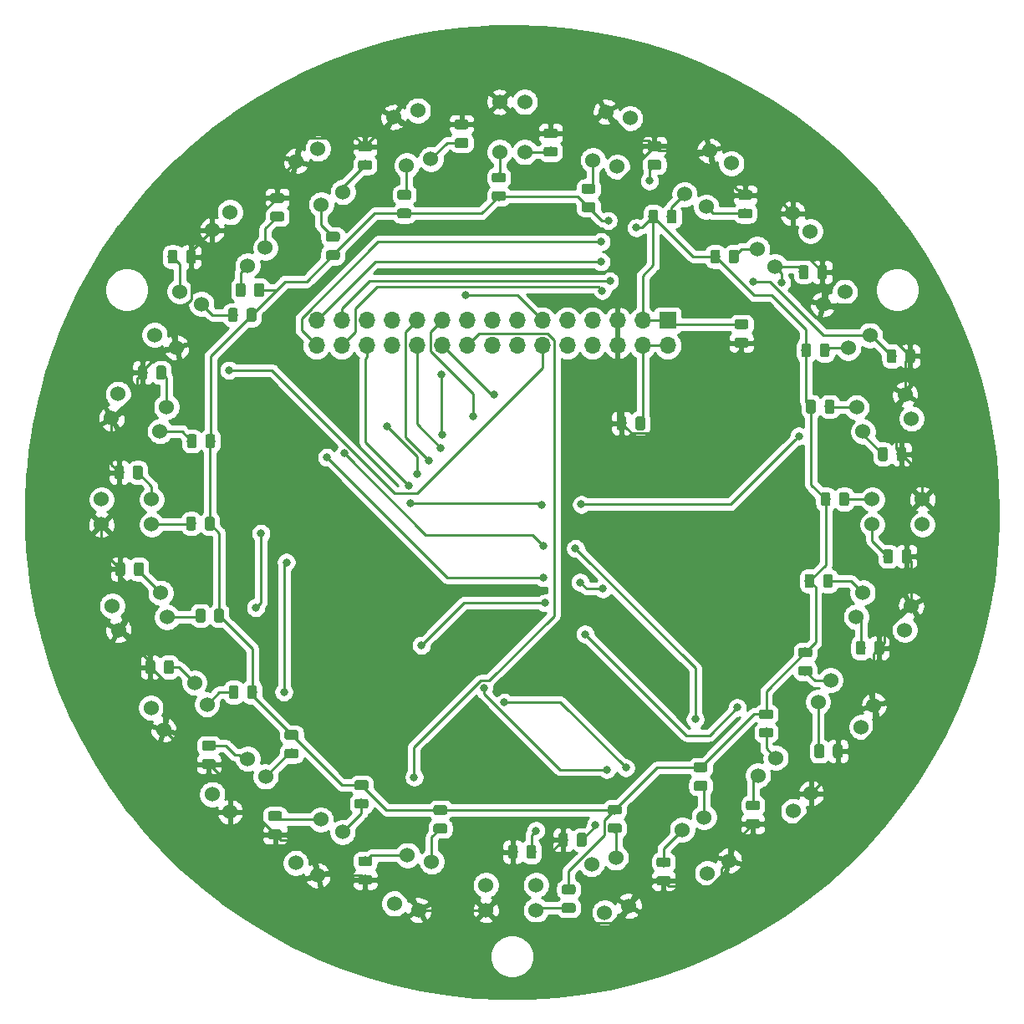
<source format=gtl>
G04 #@! TF.GenerationSoftware,KiCad,Pcbnew,(6.0.0-rc1-dev-1521-g81a0ab4d7)*
G04 #@! TF.CreationDate,2019-02-16T00:36:44+09:00
G04 #@! TF.ProjectId,lineses,6c696e65-7365-4732-9e6b-696361645f70,rev?*
G04 #@! TF.SameCoordinates,Original*
G04 #@! TF.FileFunction,Copper,L1,Top*
G04 #@! TF.FilePolarity,Positive*
%FSLAX46Y46*%
G04 Gerber Fmt 4.6, Leading zero omitted, Abs format (unit mm)*
G04 Created by KiCad (PCBNEW (6.0.0-rc1-dev-1521-g81a0ab4d7)) date 2019/02/16 0:36:44*
%MOMM*%
%LPD*%
G04 APERTURE LIST*
%ADD10C,0.100000*%
%ADD11C,0.975000*%
%ADD12R,1.700000X1.700000*%
%ADD13O,1.700000X1.700000*%
%ADD14C,1.524000*%
%ADD15C,0.800000*%
%ADD16C,0.250000*%
%ADD17C,0.254000*%
G04 APERTURE END LIST*
D10*
G36*
X102680142Y-50671174D02*
G01*
X102703803Y-50674684D01*
X102727007Y-50680496D01*
X102749529Y-50688554D01*
X102771153Y-50698782D01*
X102791670Y-50711079D01*
X102810883Y-50725329D01*
X102828607Y-50741393D01*
X102844671Y-50759117D01*
X102858921Y-50778330D01*
X102871218Y-50798847D01*
X102881446Y-50820471D01*
X102889504Y-50842993D01*
X102895316Y-50866197D01*
X102898826Y-50889858D01*
X102900000Y-50913750D01*
X102900000Y-51401250D01*
X102898826Y-51425142D01*
X102895316Y-51448803D01*
X102889504Y-51472007D01*
X102881446Y-51494529D01*
X102871218Y-51516153D01*
X102858921Y-51536670D01*
X102844671Y-51555883D01*
X102828607Y-51573607D01*
X102810883Y-51589671D01*
X102791670Y-51603921D01*
X102771153Y-51616218D01*
X102749529Y-51626446D01*
X102727007Y-51634504D01*
X102703803Y-51640316D01*
X102680142Y-51643826D01*
X102656250Y-51645000D01*
X101743750Y-51645000D01*
X101719858Y-51643826D01*
X101696197Y-51640316D01*
X101672993Y-51634504D01*
X101650471Y-51626446D01*
X101628847Y-51616218D01*
X101608330Y-51603921D01*
X101589117Y-51589671D01*
X101571393Y-51573607D01*
X101555329Y-51555883D01*
X101541079Y-51536670D01*
X101528782Y-51516153D01*
X101518554Y-51494529D01*
X101510496Y-51472007D01*
X101504684Y-51448803D01*
X101501174Y-51425142D01*
X101500000Y-51401250D01*
X101500000Y-50913750D01*
X101501174Y-50889858D01*
X101504684Y-50866197D01*
X101510496Y-50842993D01*
X101518554Y-50820471D01*
X101528782Y-50798847D01*
X101541079Y-50778330D01*
X101555329Y-50759117D01*
X101571393Y-50741393D01*
X101589117Y-50725329D01*
X101608330Y-50711079D01*
X101628847Y-50698782D01*
X101650471Y-50688554D01*
X101672993Y-50680496D01*
X101696197Y-50674684D01*
X101719858Y-50671174D01*
X101743750Y-50670000D01*
X102656250Y-50670000D01*
X102680142Y-50671174D01*
X102680142Y-50671174D01*
G37*
D11*
X102200000Y-51157500D03*
D10*
G36*
X102680142Y-48796174D02*
G01*
X102703803Y-48799684D01*
X102727007Y-48805496D01*
X102749529Y-48813554D01*
X102771153Y-48823782D01*
X102791670Y-48836079D01*
X102810883Y-48850329D01*
X102828607Y-48866393D01*
X102844671Y-48884117D01*
X102858921Y-48903330D01*
X102871218Y-48923847D01*
X102881446Y-48945471D01*
X102889504Y-48967993D01*
X102895316Y-48991197D01*
X102898826Y-49014858D01*
X102900000Y-49038750D01*
X102900000Y-49526250D01*
X102898826Y-49550142D01*
X102895316Y-49573803D01*
X102889504Y-49597007D01*
X102881446Y-49619529D01*
X102871218Y-49641153D01*
X102858921Y-49661670D01*
X102844671Y-49680883D01*
X102828607Y-49698607D01*
X102810883Y-49714671D01*
X102791670Y-49728921D01*
X102771153Y-49741218D01*
X102749529Y-49751446D01*
X102727007Y-49759504D01*
X102703803Y-49765316D01*
X102680142Y-49768826D01*
X102656250Y-49770000D01*
X101743750Y-49770000D01*
X101719858Y-49768826D01*
X101696197Y-49765316D01*
X101672993Y-49759504D01*
X101650471Y-49751446D01*
X101628847Y-49741218D01*
X101608330Y-49728921D01*
X101589117Y-49714671D01*
X101571393Y-49698607D01*
X101555329Y-49680883D01*
X101541079Y-49661670D01*
X101528782Y-49641153D01*
X101518554Y-49619529D01*
X101510496Y-49597007D01*
X101504684Y-49573803D01*
X101501174Y-49550142D01*
X101500000Y-49526250D01*
X101500000Y-49038750D01*
X101501174Y-49014858D01*
X101504684Y-48991197D01*
X101510496Y-48967993D01*
X101518554Y-48945471D01*
X101528782Y-48923847D01*
X101541079Y-48903330D01*
X101555329Y-48884117D01*
X101571393Y-48866393D01*
X101589117Y-48850329D01*
X101608330Y-48836079D01*
X101628847Y-48823782D01*
X101650471Y-48813554D01*
X101672993Y-48805496D01*
X101696197Y-48799684D01*
X101719858Y-48796174D01*
X101743750Y-48795000D01*
X102656250Y-48795000D01*
X102680142Y-48796174D01*
X102680142Y-48796174D01*
G37*
D11*
X102200000Y-49282500D03*
D10*
G36*
X92215142Y-58611174D02*
G01*
X92238803Y-58614684D01*
X92262007Y-58620496D01*
X92284529Y-58628554D01*
X92306153Y-58638782D01*
X92326670Y-58651079D01*
X92345883Y-58665329D01*
X92363607Y-58681393D01*
X92379671Y-58699117D01*
X92393921Y-58718330D01*
X92406218Y-58738847D01*
X92416446Y-58760471D01*
X92424504Y-58782993D01*
X92430316Y-58806197D01*
X92433826Y-58829858D01*
X92435000Y-58853750D01*
X92435000Y-59766250D01*
X92433826Y-59790142D01*
X92430316Y-59813803D01*
X92424504Y-59837007D01*
X92416446Y-59859529D01*
X92406218Y-59881153D01*
X92393921Y-59901670D01*
X92379671Y-59920883D01*
X92363607Y-59938607D01*
X92345883Y-59954671D01*
X92326670Y-59968921D01*
X92306153Y-59981218D01*
X92284529Y-59991446D01*
X92262007Y-59999504D01*
X92238803Y-60005316D01*
X92215142Y-60008826D01*
X92191250Y-60010000D01*
X91703750Y-60010000D01*
X91679858Y-60008826D01*
X91656197Y-60005316D01*
X91632993Y-59999504D01*
X91610471Y-59991446D01*
X91588847Y-59981218D01*
X91568330Y-59968921D01*
X91549117Y-59954671D01*
X91531393Y-59938607D01*
X91515329Y-59920883D01*
X91501079Y-59901670D01*
X91488782Y-59881153D01*
X91478554Y-59859529D01*
X91470496Y-59837007D01*
X91464684Y-59813803D01*
X91461174Y-59790142D01*
X91460000Y-59766250D01*
X91460000Y-58853750D01*
X91461174Y-58829858D01*
X91464684Y-58806197D01*
X91470496Y-58782993D01*
X91478554Y-58760471D01*
X91488782Y-58738847D01*
X91501079Y-58718330D01*
X91515329Y-58699117D01*
X91531393Y-58681393D01*
X91549117Y-58665329D01*
X91568330Y-58651079D01*
X91588847Y-58638782D01*
X91610471Y-58628554D01*
X91632993Y-58620496D01*
X91656197Y-58614684D01*
X91679858Y-58611174D01*
X91703750Y-58610000D01*
X92191250Y-58610000D01*
X92215142Y-58611174D01*
X92215142Y-58611174D01*
G37*
D11*
X91947500Y-59310000D03*
D10*
G36*
X90340142Y-58611174D02*
G01*
X90363803Y-58614684D01*
X90387007Y-58620496D01*
X90409529Y-58628554D01*
X90431153Y-58638782D01*
X90451670Y-58651079D01*
X90470883Y-58665329D01*
X90488607Y-58681393D01*
X90504671Y-58699117D01*
X90518921Y-58718330D01*
X90531218Y-58738847D01*
X90541446Y-58760471D01*
X90549504Y-58782993D01*
X90555316Y-58806197D01*
X90558826Y-58829858D01*
X90560000Y-58853750D01*
X90560000Y-59766250D01*
X90558826Y-59790142D01*
X90555316Y-59813803D01*
X90549504Y-59837007D01*
X90541446Y-59859529D01*
X90531218Y-59881153D01*
X90518921Y-59901670D01*
X90504671Y-59920883D01*
X90488607Y-59938607D01*
X90470883Y-59954671D01*
X90451670Y-59968921D01*
X90431153Y-59981218D01*
X90409529Y-59991446D01*
X90387007Y-59999504D01*
X90363803Y-60005316D01*
X90340142Y-60008826D01*
X90316250Y-60010000D01*
X89828750Y-60010000D01*
X89804858Y-60008826D01*
X89781197Y-60005316D01*
X89757993Y-59999504D01*
X89735471Y-59991446D01*
X89713847Y-59981218D01*
X89693330Y-59968921D01*
X89674117Y-59954671D01*
X89656393Y-59938607D01*
X89640329Y-59920883D01*
X89626079Y-59901670D01*
X89613782Y-59881153D01*
X89603554Y-59859529D01*
X89595496Y-59837007D01*
X89589684Y-59813803D01*
X89586174Y-59790142D01*
X89585000Y-59766250D01*
X89585000Y-58853750D01*
X89586174Y-58829858D01*
X89589684Y-58806197D01*
X89595496Y-58782993D01*
X89603554Y-58760471D01*
X89613782Y-58738847D01*
X89626079Y-58718330D01*
X89640329Y-58699117D01*
X89656393Y-58681393D01*
X89674117Y-58665329D01*
X89693330Y-58651079D01*
X89713847Y-58638782D01*
X89735471Y-58628554D01*
X89757993Y-58620496D01*
X89781197Y-58614684D01*
X89804858Y-58611174D01*
X89828750Y-58610000D01*
X90316250Y-58610000D01*
X90340142Y-58611174D01*
X90340142Y-58611174D01*
G37*
D11*
X90072500Y-59310000D03*
D12*
X94730000Y-48890000D03*
D13*
X94730000Y-51430000D03*
X92190000Y-48890000D03*
X92190000Y-51430000D03*
X89650000Y-48890000D03*
X89650000Y-51430000D03*
X87110000Y-48890000D03*
X87110000Y-51430000D03*
X84570000Y-48890000D03*
X84570000Y-51430000D03*
X82030000Y-48890000D03*
X82030000Y-51430000D03*
X79490000Y-48890000D03*
X79490000Y-51430000D03*
X76950000Y-48890000D03*
X76950000Y-51430000D03*
X74410000Y-48890000D03*
X74410000Y-51430000D03*
X71870000Y-48890000D03*
X71870000Y-51430000D03*
X69330000Y-48890000D03*
X69330000Y-51430000D03*
X66790000Y-48890000D03*
X66790000Y-51430000D03*
X64250000Y-48890000D03*
X64250000Y-51430000D03*
X61710000Y-48890000D03*
X61710000Y-51430000D03*
X59170000Y-48890000D03*
X59170000Y-51430000D03*
D10*
G36*
X78100142Y-35818674D02*
G01*
X78123803Y-35822184D01*
X78147007Y-35827996D01*
X78169529Y-35836054D01*
X78191153Y-35846282D01*
X78211670Y-35858579D01*
X78230883Y-35872829D01*
X78248607Y-35888893D01*
X78264671Y-35906617D01*
X78278921Y-35925830D01*
X78291218Y-35946347D01*
X78301446Y-35967971D01*
X78309504Y-35990493D01*
X78315316Y-36013697D01*
X78318826Y-36037358D01*
X78320000Y-36061250D01*
X78320000Y-36548750D01*
X78318826Y-36572642D01*
X78315316Y-36596303D01*
X78309504Y-36619507D01*
X78301446Y-36642029D01*
X78291218Y-36663653D01*
X78278921Y-36684170D01*
X78264671Y-36703383D01*
X78248607Y-36721107D01*
X78230883Y-36737171D01*
X78211670Y-36751421D01*
X78191153Y-36763718D01*
X78169529Y-36773946D01*
X78147007Y-36782004D01*
X78123803Y-36787816D01*
X78100142Y-36791326D01*
X78076250Y-36792500D01*
X77163750Y-36792500D01*
X77139858Y-36791326D01*
X77116197Y-36787816D01*
X77092993Y-36782004D01*
X77070471Y-36773946D01*
X77048847Y-36763718D01*
X77028330Y-36751421D01*
X77009117Y-36737171D01*
X76991393Y-36721107D01*
X76975329Y-36703383D01*
X76961079Y-36684170D01*
X76948782Y-36663653D01*
X76938554Y-36642029D01*
X76930496Y-36619507D01*
X76924684Y-36596303D01*
X76921174Y-36572642D01*
X76920000Y-36548750D01*
X76920000Y-36061250D01*
X76921174Y-36037358D01*
X76924684Y-36013697D01*
X76930496Y-35990493D01*
X76938554Y-35967971D01*
X76948782Y-35946347D01*
X76961079Y-35925830D01*
X76975329Y-35906617D01*
X76991393Y-35888893D01*
X77009117Y-35872829D01*
X77028330Y-35858579D01*
X77048847Y-35846282D01*
X77070471Y-35836054D01*
X77092993Y-35827996D01*
X77116197Y-35822184D01*
X77139858Y-35818674D01*
X77163750Y-35817500D01*
X78076250Y-35817500D01*
X78100142Y-35818674D01*
X78100142Y-35818674D01*
G37*
D11*
X77620000Y-36305000D03*
D10*
G36*
X78100142Y-33943674D02*
G01*
X78123803Y-33947184D01*
X78147007Y-33952996D01*
X78169529Y-33961054D01*
X78191153Y-33971282D01*
X78211670Y-33983579D01*
X78230883Y-33997829D01*
X78248607Y-34013893D01*
X78264671Y-34031617D01*
X78278921Y-34050830D01*
X78291218Y-34071347D01*
X78301446Y-34092971D01*
X78309504Y-34115493D01*
X78315316Y-34138697D01*
X78318826Y-34162358D01*
X78320000Y-34186250D01*
X78320000Y-34673750D01*
X78318826Y-34697642D01*
X78315316Y-34721303D01*
X78309504Y-34744507D01*
X78301446Y-34767029D01*
X78291218Y-34788653D01*
X78278921Y-34809170D01*
X78264671Y-34828383D01*
X78248607Y-34846107D01*
X78230883Y-34862171D01*
X78211670Y-34876421D01*
X78191153Y-34888718D01*
X78169529Y-34898946D01*
X78147007Y-34907004D01*
X78123803Y-34912816D01*
X78100142Y-34916326D01*
X78076250Y-34917500D01*
X77163750Y-34917500D01*
X77139858Y-34916326D01*
X77116197Y-34912816D01*
X77092993Y-34907004D01*
X77070471Y-34898946D01*
X77048847Y-34888718D01*
X77028330Y-34876421D01*
X77009117Y-34862171D01*
X76991393Y-34846107D01*
X76975329Y-34828383D01*
X76961079Y-34809170D01*
X76948782Y-34788653D01*
X76938554Y-34767029D01*
X76930496Y-34744507D01*
X76924684Y-34721303D01*
X76921174Y-34697642D01*
X76920000Y-34673750D01*
X76920000Y-34186250D01*
X76921174Y-34162358D01*
X76924684Y-34138697D01*
X76930496Y-34115493D01*
X76938554Y-34092971D01*
X76948782Y-34071347D01*
X76961079Y-34050830D01*
X76975329Y-34031617D01*
X76991393Y-34013893D01*
X77009117Y-33997829D01*
X77028330Y-33983579D01*
X77048847Y-33971282D01*
X77070471Y-33961054D01*
X77092993Y-33952996D01*
X77116197Y-33947184D01*
X77139858Y-33943674D01*
X77163750Y-33942500D01*
X78076250Y-33942500D01*
X78100142Y-33943674D01*
X78100142Y-33943674D01*
G37*
D11*
X77620000Y-34430000D03*
D10*
G36*
X83350142Y-29443674D02*
G01*
X83373803Y-29447184D01*
X83397007Y-29452996D01*
X83419529Y-29461054D01*
X83441153Y-29471282D01*
X83461670Y-29483579D01*
X83480883Y-29497829D01*
X83498607Y-29513893D01*
X83514671Y-29531617D01*
X83528921Y-29550830D01*
X83541218Y-29571347D01*
X83551446Y-29592971D01*
X83559504Y-29615493D01*
X83565316Y-29638697D01*
X83568826Y-29662358D01*
X83570000Y-29686250D01*
X83570000Y-30173750D01*
X83568826Y-30197642D01*
X83565316Y-30221303D01*
X83559504Y-30244507D01*
X83551446Y-30267029D01*
X83541218Y-30288653D01*
X83528921Y-30309170D01*
X83514671Y-30328383D01*
X83498607Y-30346107D01*
X83480883Y-30362171D01*
X83461670Y-30376421D01*
X83441153Y-30388718D01*
X83419529Y-30398946D01*
X83397007Y-30407004D01*
X83373803Y-30412816D01*
X83350142Y-30416326D01*
X83326250Y-30417500D01*
X82413750Y-30417500D01*
X82389858Y-30416326D01*
X82366197Y-30412816D01*
X82342993Y-30407004D01*
X82320471Y-30398946D01*
X82298847Y-30388718D01*
X82278330Y-30376421D01*
X82259117Y-30362171D01*
X82241393Y-30346107D01*
X82225329Y-30328383D01*
X82211079Y-30309170D01*
X82198782Y-30288653D01*
X82188554Y-30267029D01*
X82180496Y-30244507D01*
X82174684Y-30221303D01*
X82171174Y-30197642D01*
X82170000Y-30173750D01*
X82170000Y-29686250D01*
X82171174Y-29662358D01*
X82174684Y-29638697D01*
X82180496Y-29615493D01*
X82188554Y-29592971D01*
X82198782Y-29571347D01*
X82211079Y-29550830D01*
X82225329Y-29531617D01*
X82241393Y-29513893D01*
X82259117Y-29497829D01*
X82278330Y-29483579D01*
X82298847Y-29471282D01*
X82320471Y-29461054D01*
X82342993Y-29452996D01*
X82366197Y-29447184D01*
X82389858Y-29443674D01*
X82413750Y-29442500D01*
X83326250Y-29442500D01*
X83350142Y-29443674D01*
X83350142Y-29443674D01*
G37*
D11*
X82870000Y-29930000D03*
D10*
G36*
X83350142Y-31318674D02*
G01*
X83373803Y-31322184D01*
X83397007Y-31327996D01*
X83419529Y-31336054D01*
X83441153Y-31346282D01*
X83461670Y-31358579D01*
X83480883Y-31372829D01*
X83498607Y-31388893D01*
X83514671Y-31406617D01*
X83528921Y-31425830D01*
X83541218Y-31446347D01*
X83551446Y-31467971D01*
X83559504Y-31490493D01*
X83565316Y-31513697D01*
X83568826Y-31537358D01*
X83570000Y-31561250D01*
X83570000Y-32048750D01*
X83568826Y-32072642D01*
X83565316Y-32096303D01*
X83559504Y-32119507D01*
X83551446Y-32142029D01*
X83541218Y-32163653D01*
X83528921Y-32184170D01*
X83514671Y-32203383D01*
X83498607Y-32221107D01*
X83480883Y-32237171D01*
X83461670Y-32251421D01*
X83441153Y-32263718D01*
X83419529Y-32273946D01*
X83397007Y-32282004D01*
X83373803Y-32287816D01*
X83350142Y-32291326D01*
X83326250Y-32292500D01*
X82413750Y-32292500D01*
X82389858Y-32291326D01*
X82366197Y-32287816D01*
X82342993Y-32282004D01*
X82320471Y-32273946D01*
X82298847Y-32263718D01*
X82278330Y-32251421D01*
X82259117Y-32237171D01*
X82241393Y-32221107D01*
X82225329Y-32203383D01*
X82211079Y-32184170D01*
X82198782Y-32163653D01*
X82188554Y-32142029D01*
X82180496Y-32119507D01*
X82174684Y-32096303D01*
X82171174Y-32072642D01*
X82170000Y-32048750D01*
X82170000Y-31561250D01*
X82171174Y-31537358D01*
X82174684Y-31513697D01*
X82180496Y-31490493D01*
X82188554Y-31467971D01*
X82198782Y-31446347D01*
X82211079Y-31425830D01*
X82225329Y-31406617D01*
X82241393Y-31388893D01*
X82259117Y-31372829D01*
X82278330Y-31358579D01*
X82298847Y-31346282D01*
X82320471Y-31336054D01*
X82342993Y-31327996D01*
X82366197Y-31322184D01*
X82389858Y-31318674D01*
X82413750Y-31317500D01*
X83326250Y-31317500D01*
X83350142Y-31318674D01*
X83350142Y-31318674D01*
G37*
D11*
X82870000Y-31805000D03*
D10*
G36*
X47690142Y-78091174D02*
G01*
X47713803Y-78094684D01*
X47737007Y-78100496D01*
X47759529Y-78108554D01*
X47781153Y-78118782D01*
X47801670Y-78131079D01*
X47820883Y-78145329D01*
X47838607Y-78161393D01*
X47854671Y-78179117D01*
X47868921Y-78198330D01*
X47881218Y-78218847D01*
X47891446Y-78240471D01*
X47899504Y-78262993D01*
X47905316Y-78286197D01*
X47908826Y-78309858D01*
X47910000Y-78333750D01*
X47910000Y-79246250D01*
X47908826Y-79270142D01*
X47905316Y-79293803D01*
X47899504Y-79317007D01*
X47891446Y-79339529D01*
X47881218Y-79361153D01*
X47868921Y-79381670D01*
X47854671Y-79400883D01*
X47838607Y-79418607D01*
X47820883Y-79434671D01*
X47801670Y-79448921D01*
X47781153Y-79461218D01*
X47759529Y-79471446D01*
X47737007Y-79479504D01*
X47713803Y-79485316D01*
X47690142Y-79488826D01*
X47666250Y-79490000D01*
X47178750Y-79490000D01*
X47154858Y-79488826D01*
X47131197Y-79485316D01*
X47107993Y-79479504D01*
X47085471Y-79471446D01*
X47063847Y-79461218D01*
X47043330Y-79448921D01*
X47024117Y-79434671D01*
X47006393Y-79418607D01*
X46990329Y-79400883D01*
X46976079Y-79381670D01*
X46963782Y-79361153D01*
X46953554Y-79339529D01*
X46945496Y-79317007D01*
X46939684Y-79293803D01*
X46936174Y-79270142D01*
X46935000Y-79246250D01*
X46935000Y-78333750D01*
X46936174Y-78309858D01*
X46939684Y-78286197D01*
X46945496Y-78262993D01*
X46953554Y-78240471D01*
X46963782Y-78218847D01*
X46976079Y-78198330D01*
X46990329Y-78179117D01*
X47006393Y-78161393D01*
X47024117Y-78145329D01*
X47043330Y-78131079D01*
X47063847Y-78118782D01*
X47085471Y-78108554D01*
X47107993Y-78100496D01*
X47131197Y-78094684D01*
X47154858Y-78091174D01*
X47178750Y-78090000D01*
X47666250Y-78090000D01*
X47690142Y-78091174D01*
X47690142Y-78091174D01*
G37*
D11*
X47422500Y-78790000D03*
D10*
G36*
X49565142Y-78091174D02*
G01*
X49588803Y-78094684D01*
X49612007Y-78100496D01*
X49634529Y-78108554D01*
X49656153Y-78118782D01*
X49676670Y-78131079D01*
X49695883Y-78145329D01*
X49713607Y-78161393D01*
X49729671Y-78179117D01*
X49743921Y-78198330D01*
X49756218Y-78218847D01*
X49766446Y-78240471D01*
X49774504Y-78262993D01*
X49780316Y-78286197D01*
X49783826Y-78309858D01*
X49785000Y-78333750D01*
X49785000Y-79246250D01*
X49783826Y-79270142D01*
X49780316Y-79293803D01*
X49774504Y-79317007D01*
X49766446Y-79339529D01*
X49756218Y-79361153D01*
X49743921Y-79381670D01*
X49729671Y-79400883D01*
X49713607Y-79418607D01*
X49695883Y-79434671D01*
X49676670Y-79448921D01*
X49656153Y-79461218D01*
X49634529Y-79471446D01*
X49612007Y-79479504D01*
X49588803Y-79485316D01*
X49565142Y-79488826D01*
X49541250Y-79490000D01*
X49053750Y-79490000D01*
X49029858Y-79488826D01*
X49006197Y-79485316D01*
X48982993Y-79479504D01*
X48960471Y-79471446D01*
X48938847Y-79461218D01*
X48918330Y-79448921D01*
X48899117Y-79434671D01*
X48881393Y-79418607D01*
X48865329Y-79400883D01*
X48851079Y-79381670D01*
X48838782Y-79361153D01*
X48828554Y-79339529D01*
X48820496Y-79317007D01*
X48814684Y-79293803D01*
X48811174Y-79270142D01*
X48810000Y-79246250D01*
X48810000Y-78333750D01*
X48811174Y-78309858D01*
X48814684Y-78286197D01*
X48820496Y-78262993D01*
X48828554Y-78240471D01*
X48838782Y-78218847D01*
X48851079Y-78198330D01*
X48865329Y-78179117D01*
X48881393Y-78161393D01*
X48899117Y-78145329D01*
X48918330Y-78131079D01*
X48938847Y-78118782D01*
X48960471Y-78108554D01*
X48982993Y-78100496D01*
X49006197Y-78094684D01*
X49029858Y-78091174D01*
X49053750Y-78090000D01*
X49541250Y-78090000D01*
X49565142Y-78091174D01*
X49565142Y-78091174D01*
G37*
D11*
X49297500Y-78790000D03*
D10*
G36*
X99812642Y-41721174D02*
G01*
X99836303Y-41724684D01*
X99859507Y-41730496D01*
X99882029Y-41738554D01*
X99903653Y-41748782D01*
X99924170Y-41761079D01*
X99943383Y-41775329D01*
X99961107Y-41791393D01*
X99977171Y-41809117D01*
X99991421Y-41828330D01*
X100003718Y-41848847D01*
X100013946Y-41870471D01*
X100022004Y-41892993D01*
X100027816Y-41916197D01*
X100031326Y-41939858D01*
X100032500Y-41963750D01*
X100032500Y-42876250D01*
X100031326Y-42900142D01*
X100027816Y-42923803D01*
X100022004Y-42947007D01*
X100013946Y-42969529D01*
X100003718Y-42991153D01*
X99991421Y-43011670D01*
X99977171Y-43030883D01*
X99961107Y-43048607D01*
X99943383Y-43064671D01*
X99924170Y-43078921D01*
X99903653Y-43091218D01*
X99882029Y-43101446D01*
X99859507Y-43109504D01*
X99836303Y-43115316D01*
X99812642Y-43118826D01*
X99788750Y-43120000D01*
X99301250Y-43120000D01*
X99277358Y-43118826D01*
X99253697Y-43115316D01*
X99230493Y-43109504D01*
X99207971Y-43101446D01*
X99186347Y-43091218D01*
X99165830Y-43078921D01*
X99146617Y-43064671D01*
X99128893Y-43048607D01*
X99112829Y-43030883D01*
X99098579Y-43011670D01*
X99086282Y-42991153D01*
X99076054Y-42969529D01*
X99067996Y-42947007D01*
X99062184Y-42923803D01*
X99058674Y-42900142D01*
X99057500Y-42876250D01*
X99057500Y-41963750D01*
X99058674Y-41939858D01*
X99062184Y-41916197D01*
X99067996Y-41892993D01*
X99076054Y-41870471D01*
X99086282Y-41848847D01*
X99098579Y-41828330D01*
X99112829Y-41809117D01*
X99128893Y-41791393D01*
X99146617Y-41775329D01*
X99165830Y-41761079D01*
X99186347Y-41748782D01*
X99207971Y-41738554D01*
X99230493Y-41730496D01*
X99253697Y-41724684D01*
X99277358Y-41721174D01*
X99301250Y-41720000D01*
X99788750Y-41720000D01*
X99812642Y-41721174D01*
X99812642Y-41721174D01*
G37*
D11*
X99545000Y-42420000D03*
D10*
G36*
X101687642Y-41721174D02*
G01*
X101711303Y-41724684D01*
X101734507Y-41730496D01*
X101757029Y-41738554D01*
X101778653Y-41748782D01*
X101799170Y-41761079D01*
X101818383Y-41775329D01*
X101836107Y-41791393D01*
X101852171Y-41809117D01*
X101866421Y-41828330D01*
X101878718Y-41848847D01*
X101888946Y-41870471D01*
X101897004Y-41892993D01*
X101902816Y-41916197D01*
X101906326Y-41939858D01*
X101907500Y-41963750D01*
X101907500Y-42876250D01*
X101906326Y-42900142D01*
X101902816Y-42923803D01*
X101897004Y-42947007D01*
X101888946Y-42969529D01*
X101878718Y-42991153D01*
X101866421Y-43011670D01*
X101852171Y-43030883D01*
X101836107Y-43048607D01*
X101818383Y-43064671D01*
X101799170Y-43078921D01*
X101778653Y-43091218D01*
X101757029Y-43101446D01*
X101734507Y-43109504D01*
X101711303Y-43115316D01*
X101687642Y-43118826D01*
X101663750Y-43120000D01*
X101176250Y-43120000D01*
X101152358Y-43118826D01*
X101128697Y-43115316D01*
X101105493Y-43109504D01*
X101082971Y-43101446D01*
X101061347Y-43091218D01*
X101040830Y-43078921D01*
X101021617Y-43064671D01*
X101003893Y-43048607D01*
X100987829Y-43030883D01*
X100973579Y-43011670D01*
X100961282Y-42991153D01*
X100951054Y-42969529D01*
X100942996Y-42947007D01*
X100937184Y-42923803D01*
X100933674Y-42900142D01*
X100932500Y-42876250D01*
X100932500Y-41963750D01*
X100933674Y-41939858D01*
X100937184Y-41916197D01*
X100942996Y-41892993D01*
X100951054Y-41870471D01*
X100961282Y-41848847D01*
X100973579Y-41828330D01*
X100987829Y-41809117D01*
X101003893Y-41791393D01*
X101021617Y-41775329D01*
X101040830Y-41761079D01*
X101061347Y-41748782D01*
X101082971Y-41738554D01*
X101105493Y-41730496D01*
X101128697Y-41724684D01*
X101152358Y-41721174D01*
X101176250Y-41720000D01*
X101663750Y-41720000D01*
X101687642Y-41721174D01*
X101687642Y-41721174D01*
G37*
D11*
X101420000Y-42420000D03*
D10*
G36*
X111237642Y-74581174D02*
G01*
X111261303Y-74584684D01*
X111284507Y-74590496D01*
X111307029Y-74598554D01*
X111328653Y-74608782D01*
X111349170Y-74621079D01*
X111368383Y-74635329D01*
X111386107Y-74651393D01*
X111402171Y-74669117D01*
X111416421Y-74688330D01*
X111428718Y-74708847D01*
X111438946Y-74730471D01*
X111447004Y-74752993D01*
X111452816Y-74776197D01*
X111456326Y-74799858D01*
X111457500Y-74823750D01*
X111457500Y-75736250D01*
X111456326Y-75760142D01*
X111452816Y-75783803D01*
X111447004Y-75807007D01*
X111438946Y-75829529D01*
X111428718Y-75851153D01*
X111416421Y-75871670D01*
X111402171Y-75890883D01*
X111386107Y-75908607D01*
X111368383Y-75924671D01*
X111349170Y-75938921D01*
X111328653Y-75951218D01*
X111307029Y-75961446D01*
X111284507Y-75969504D01*
X111261303Y-75975316D01*
X111237642Y-75978826D01*
X111213750Y-75980000D01*
X110726250Y-75980000D01*
X110702358Y-75978826D01*
X110678697Y-75975316D01*
X110655493Y-75969504D01*
X110632971Y-75961446D01*
X110611347Y-75951218D01*
X110590830Y-75938921D01*
X110571617Y-75924671D01*
X110553893Y-75908607D01*
X110537829Y-75890883D01*
X110523579Y-75871670D01*
X110511282Y-75851153D01*
X110501054Y-75829529D01*
X110492996Y-75807007D01*
X110487184Y-75783803D01*
X110483674Y-75760142D01*
X110482500Y-75736250D01*
X110482500Y-74823750D01*
X110483674Y-74799858D01*
X110487184Y-74776197D01*
X110492996Y-74752993D01*
X110501054Y-74730471D01*
X110511282Y-74708847D01*
X110523579Y-74688330D01*
X110537829Y-74669117D01*
X110553893Y-74651393D01*
X110571617Y-74635329D01*
X110590830Y-74621079D01*
X110611347Y-74608782D01*
X110632971Y-74598554D01*
X110655493Y-74590496D01*
X110678697Y-74584684D01*
X110702358Y-74581174D01*
X110726250Y-74580000D01*
X111213750Y-74580000D01*
X111237642Y-74581174D01*
X111237642Y-74581174D01*
G37*
D11*
X110970000Y-75280000D03*
D10*
G36*
X109362642Y-74581174D02*
G01*
X109386303Y-74584684D01*
X109409507Y-74590496D01*
X109432029Y-74598554D01*
X109453653Y-74608782D01*
X109474170Y-74621079D01*
X109493383Y-74635329D01*
X109511107Y-74651393D01*
X109527171Y-74669117D01*
X109541421Y-74688330D01*
X109553718Y-74708847D01*
X109563946Y-74730471D01*
X109572004Y-74752993D01*
X109577816Y-74776197D01*
X109581326Y-74799858D01*
X109582500Y-74823750D01*
X109582500Y-75736250D01*
X109581326Y-75760142D01*
X109577816Y-75783803D01*
X109572004Y-75807007D01*
X109563946Y-75829529D01*
X109553718Y-75851153D01*
X109541421Y-75871670D01*
X109527171Y-75890883D01*
X109511107Y-75908607D01*
X109493383Y-75924671D01*
X109474170Y-75938921D01*
X109453653Y-75951218D01*
X109432029Y-75961446D01*
X109409507Y-75969504D01*
X109386303Y-75975316D01*
X109362642Y-75978826D01*
X109338750Y-75980000D01*
X108851250Y-75980000D01*
X108827358Y-75978826D01*
X108803697Y-75975316D01*
X108780493Y-75969504D01*
X108757971Y-75961446D01*
X108736347Y-75951218D01*
X108715830Y-75938921D01*
X108696617Y-75924671D01*
X108678893Y-75908607D01*
X108662829Y-75890883D01*
X108648579Y-75871670D01*
X108636282Y-75851153D01*
X108626054Y-75829529D01*
X108617996Y-75807007D01*
X108612184Y-75783803D01*
X108608674Y-75760142D01*
X108607500Y-75736250D01*
X108607500Y-74823750D01*
X108608674Y-74799858D01*
X108612184Y-74776197D01*
X108617996Y-74752993D01*
X108626054Y-74730471D01*
X108636282Y-74708847D01*
X108648579Y-74688330D01*
X108662829Y-74669117D01*
X108678893Y-74651393D01*
X108696617Y-74635329D01*
X108715830Y-74621079D01*
X108736347Y-74608782D01*
X108757971Y-74598554D01*
X108780493Y-74590496D01*
X108803697Y-74584684D01*
X108827358Y-74581174D01*
X108851250Y-74580000D01*
X109338750Y-74580000D01*
X109362642Y-74581174D01*
X109362642Y-74581174D01*
G37*
D11*
X109095000Y-75280000D03*
D10*
G36*
X41432642Y-73391174D02*
G01*
X41456303Y-73394684D01*
X41479507Y-73400496D01*
X41502029Y-73408554D01*
X41523653Y-73418782D01*
X41544170Y-73431079D01*
X41563383Y-73445329D01*
X41581107Y-73461393D01*
X41597171Y-73479117D01*
X41611421Y-73498330D01*
X41623718Y-73518847D01*
X41633946Y-73540471D01*
X41642004Y-73562993D01*
X41647816Y-73586197D01*
X41651326Y-73609858D01*
X41652500Y-73633750D01*
X41652500Y-74546250D01*
X41651326Y-74570142D01*
X41647816Y-74593803D01*
X41642004Y-74617007D01*
X41633946Y-74639529D01*
X41623718Y-74661153D01*
X41611421Y-74681670D01*
X41597171Y-74700883D01*
X41581107Y-74718607D01*
X41563383Y-74734671D01*
X41544170Y-74748921D01*
X41523653Y-74761218D01*
X41502029Y-74771446D01*
X41479507Y-74779504D01*
X41456303Y-74785316D01*
X41432642Y-74788826D01*
X41408750Y-74790000D01*
X40921250Y-74790000D01*
X40897358Y-74788826D01*
X40873697Y-74785316D01*
X40850493Y-74779504D01*
X40827971Y-74771446D01*
X40806347Y-74761218D01*
X40785830Y-74748921D01*
X40766617Y-74734671D01*
X40748893Y-74718607D01*
X40732829Y-74700883D01*
X40718579Y-74681670D01*
X40706282Y-74661153D01*
X40696054Y-74639529D01*
X40687996Y-74617007D01*
X40682184Y-74593803D01*
X40678674Y-74570142D01*
X40677500Y-74546250D01*
X40677500Y-73633750D01*
X40678674Y-73609858D01*
X40682184Y-73586197D01*
X40687996Y-73562993D01*
X40696054Y-73540471D01*
X40706282Y-73518847D01*
X40718579Y-73498330D01*
X40732829Y-73479117D01*
X40748893Y-73461393D01*
X40766617Y-73445329D01*
X40785830Y-73431079D01*
X40806347Y-73418782D01*
X40827971Y-73408554D01*
X40850493Y-73400496D01*
X40873697Y-73394684D01*
X40897358Y-73391174D01*
X40921250Y-73390000D01*
X41408750Y-73390000D01*
X41432642Y-73391174D01*
X41432642Y-73391174D01*
G37*
D11*
X41165000Y-74090000D03*
D10*
G36*
X39557642Y-73391174D02*
G01*
X39581303Y-73394684D01*
X39604507Y-73400496D01*
X39627029Y-73408554D01*
X39648653Y-73418782D01*
X39669170Y-73431079D01*
X39688383Y-73445329D01*
X39706107Y-73461393D01*
X39722171Y-73479117D01*
X39736421Y-73498330D01*
X39748718Y-73518847D01*
X39758946Y-73540471D01*
X39767004Y-73562993D01*
X39772816Y-73586197D01*
X39776326Y-73609858D01*
X39777500Y-73633750D01*
X39777500Y-74546250D01*
X39776326Y-74570142D01*
X39772816Y-74593803D01*
X39767004Y-74617007D01*
X39758946Y-74639529D01*
X39748718Y-74661153D01*
X39736421Y-74681670D01*
X39722171Y-74700883D01*
X39706107Y-74718607D01*
X39688383Y-74734671D01*
X39669170Y-74748921D01*
X39648653Y-74761218D01*
X39627029Y-74771446D01*
X39604507Y-74779504D01*
X39581303Y-74785316D01*
X39557642Y-74788826D01*
X39533750Y-74790000D01*
X39046250Y-74790000D01*
X39022358Y-74788826D01*
X38998697Y-74785316D01*
X38975493Y-74779504D01*
X38952971Y-74771446D01*
X38931347Y-74761218D01*
X38910830Y-74748921D01*
X38891617Y-74734671D01*
X38873893Y-74718607D01*
X38857829Y-74700883D01*
X38843579Y-74681670D01*
X38831282Y-74661153D01*
X38821054Y-74639529D01*
X38812996Y-74617007D01*
X38807184Y-74593803D01*
X38803674Y-74570142D01*
X38802500Y-74546250D01*
X38802500Y-73633750D01*
X38803674Y-73609858D01*
X38807184Y-73586197D01*
X38812996Y-73562993D01*
X38821054Y-73540471D01*
X38831282Y-73518847D01*
X38843579Y-73498330D01*
X38857829Y-73479117D01*
X38873893Y-73461393D01*
X38891617Y-73445329D01*
X38910830Y-73431079D01*
X38931347Y-73418782D01*
X38952971Y-73408554D01*
X38975493Y-73400496D01*
X38998697Y-73394684D01*
X39022358Y-73391174D01*
X39046250Y-73390000D01*
X39533750Y-73390000D01*
X39557642Y-73391174D01*
X39557642Y-73391174D01*
G37*
D11*
X39290000Y-74090000D03*
D10*
G36*
X110647642Y-43301174D02*
G01*
X110671303Y-43304684D01*
X110694507Y-43310496D01*
X110717029Y-43318554D01*
X110738653Y-43328782D01*
X110759170Y-43341079D01*
X110778383Y-43355329D01*
X110796107Y-43371393D01*
X110812171Y-43389117D01*
X110826421Y-43408330D01*
X110838718Y-43428847D01*
X110848946Y-43450471D01*
X110857004Y-43472993D01*
X110862816Y-43496197D01*
X110866326Y-43519858D01*
X110867500Y-43543750D01*
X110867500Y-44456250D01*
X110866326Y-44480142D01*
X110862816Y-44503803D01*
X110857004Y-44527007D01*
X110848946Y-44549529D01*
X110838718Y-44571153D01*
X110826421Y-44591670D01*
X110812171Y-44610883D01*
X110796107Y-44628607D01*
X110778383Y-44644671D01*
X110759170Y-44658921D01*
X110738653Y-44671218D01*
X110717029Y-44681446D01*
X110694507Y-44689504D01*
X110671303Y-44695316D01*
X110647642Y-44698826D01*
X110623750Y-44700000D01*
X110136250Y-44700000D01*
X110112358Y-44698826D01*
X110088697Y-44695316D01*
X110065493Y-44689504D01*
X110042971Y-44681446D01*
X110021347Y-44671218D01*
X110000830Y-44658921D01*
X109981617Y-44644671D01*
X109963893Y-44628607D01*
X109947829Y-44610883D01*
X109933579Y-44591670D01*
X109921282Y-44571153D01*
X109911054Y-44549529D01*
X109902996Y-44527007D01*
X109897184Y-44503803D01*
X109893674Y-44480142D01*
X109892500Y-44456250D01*
X109892500Y-43543750D01*
X109893674Y-43519858D01*
X109897184Y-43496197D01*
X109902996Y-43472993D01*
X109911054Y-43450471D01*
X109921282Y-43428847D01*
X109933579Y-43408330D01*
X109947829Y-43389117D01*
X109963893Y-43371393D01*
X109981617Y-43355329D01*
X110000830Y-43341079D01*
X110021347Y-43328782D01*
X110042971Y-43318554D01*
X110065493Y-43310496D01*
X110088697Y-43304684D01*
X110112358Y-43301174D01*
X110136250Y-43300000D01*
X110623750Y-43300000D01*
X110647642Y-43301174D01*
X110647642Y-43301174D01*
G37*
D11*
X110380000Y-44000000D03*
D10*
G36*
X108772642Y-43301174D02*
G01*
X108796303Y-43304684D01*
X108819507Y-43310496D01*
X108842029Y-43318554D01*
X108863653Y-43328782D01*
X108884170Y-43341079D01*
X108903383Y-43355329D01*
X108921107Y-43371393D01*
X108937171Y-43389117D01*
X108951421Y-43408330D01*
X108963718Y-43428847D01*
X108973946Y-43450471D01*
X108982004Y-43472993D01*
X108987816Y-43496197D01*
X108991326Y-43519858D01*
X108992500Y-43543750D01*
X108992500Y-44456250D01*
X108991326Y-44480142D01*
X108987816Y-44503803D01*
X108982004Y-44527007D01*
X108973946Y-44549529D01*
X108963718Y-44571153D01*
X108951421Y-44591670D01*
X108937171Y-44610883D01*
X108921107Y-44628607D01*
X108903383Y-44644671D01*
X108884170Y-44658921D01*
X108863653Y-44671218D01*
X108842029Y-44681446D01*
X108819507Y-44689504D01*
X108796303Y-44695316D01*
X108772642Y-44698826D01*
X108748750Y-44700000D01*
X108261250Y-44700000D01*
X108237358Y-44698826D01*
X108213697Y-44695316D01*
X108190493Y-44689504D01*
X108167971Y-44681446D01*
X108146347Y-44671218D01*
X108125830Y-44658921D01*
X108106617Y-44644671D01*
X108088893Y-44628607D01*
X108072829Y-44610883D01*
X108058579Y-44591670D01*
X108046282Y-44571153D01*
X108036054Y-44549529D01*
X108027996Y-44527007D01*
X108022184Y-44503803D01*
X108018674Y-44480142D01*
X108017500Y-44456250D01*
X108017500Y-43543750D01*
X108018674Y-43519858D01*
X108022184Y-43496197D01*
X108027996Y-43472993D01*
X108036054Y-43450471D01*
X108046282Y-43428847D01*
X108058579Y-43408330D01*
X108072829Y-43389117D01*
X108088893Y-43371393D01*
X108106617Y-43355329D01*
X108125830Y-43341079D01*
X108146347Y-43328782D01*
X108167971Y-43318554D01*
X108190493Y-43310496D01*
X108213697Y-43304684D01*
X108237358Y-43301174D01*
X108261250Y-43300000D01*
X108748750Y-43300000D01*
X108772642Y-43301174D01*
X108772642Y-43301174D01*
G37*
D11*
X108505000Y-44000000D03*
D10*
G36*
X114552642Y-81371174D02*
G01*
X114576303Y-81374684D01*
X114599507Y-81380496D01*
X114622029Y-81388554D01*
X114643653Y-81398782D01*
X114664170Y-81411079D01*
X114683383Y-81425329D01*
X114701107Y-81441393D01*
X114717171Y-81459117D01*
X114731421Y-81478330D01*
X114743718Y-81498847D01*
X114753946Y-81520471D01*
X114762004Y-81542993D01*
X114767816Y-81566197D01*
X114771326Y-81589858D01*
X114772500Y-81613750D01*
X114772500Y-82526250D01*
X114771326Y-82550142D01*
X114767816Y-82573803D01*
X114762004Y-82597007D01*
X114753946Y-82619529D01*
X114743718Y-82641153D01*
X114731421Y-82661670D01*
X114717171Y-82680883D01*
X114701107Y-82698607D01*
X114683383Y-82714671D01*
X114664170Y-82728921D01*
X114643653Y-82741218D01*
X114622029Y-82751446D01*
X114599507Y-82759504D01*
X114576303Y-82765316D01*
X114552642Y-82768826D01*
X114528750Y-82770000D01*
X114041250Y-82770000D01*
X114017358Y-82768826D01*
X113993697Y-82765316D01*
X113970493Y-82759504D01*
X113947971Y-82751446D01*
X113926347Y-82741218D01*
X113905830Y-82728921D01*
X113886617Y-82714671D01*
X113868893Y-82698607D01*
X113852829Y-82680883D01*
X113838579Y-82661670D01*
X113826282Y-82641153D01*
X113816054Y-82619529D01*
X113807996Y-82597007D01*
X113802184Y-82573803D01*
X113798674Y-82550142D01*
X113797500Y-82526250D01*
X113797500Y-81613750D01*
X113798674Y-81589858D01*
X113802184Y-81566197D01*
X113807996Y-81542993D01*
X113816054Y-81520471D01*
X113826282Y-81498847D01*
X113838579Y-81478330D01*
X113852829Y-81459117D01*
X113868893Y-81441393D01*
X113886617Y-81425329D01*
X113905830Y-81411079D01*
X113926347Y-81398782D01*
X113947971Y-81388554D01*
X113970493Y-81380496D01*
X113993697Y-81374684D01*
X114017358Y-81371174D01*
X114041250Y-81370000D01*
X114528750Y-81370000D01*
X114552642Y-81371174D01*
X114552642Y-81371174D01*
G37*
D11*
X114285000Y-82070000D03*
D10*
G36*
X116427642Y-81371174D02*
G01*
X116451303Y-81374684D01*
X116474507Y-81380496D01*
X116497029Y-81388554D01*
X116518653Y-81398782D01*
X116539170Y-81411079D01*
X116558383Y-81425329D01*
X116576107Y-81441393D01*
X116592171Y-81459117D01*
X116606421Y-81478330D01*
X116618718Y-81498847D01*
X116628946Y-81520471D01*
X116637004Y-81542993D01*
X116642816Y-81566197D01*
X116646326Y-81589858D01*
X116647500Y-81613750D01*
X116647500Y-82526250D01*
X116646326Y-82550142D01*
X116642816Y-82573803D01*
X116637004Y-82597007D01*
X116628946Y-82619529D01*
X116618718Y-82641153D01*
X116606421Y-82661670D01*
X116592171Y-82680883D01*
X116576107Y-82698607D01*
X116558383Y-82714671D01*
X116539170Y-82728921D01*
X116518653Y-82741218D01*
X116497029Y-82751446D01*
X116474507Y-82759504D01*
X116451303Y-82765316D01*
X116427642Y-82768826D01*
X116403750Y-82770000D01*
X115916250Y-82770000D01*
X115892358Y-82768826D01*
X115868697Y-82765316D01*
X115845493Y-82759504D01*
X115822971Y-82751446D01*
X115801347Y-82741218D01*
X115780830Y-82728921D01*
X115761617Y-82714671D01*
X115743893Y-82698607D01*
X115727829Y-82680883D01*
X115713579Y-82661670D01*
X115701282Y-82641153D01*
X115691054Y-82619529D01*
X115682996Y-82597007D01*
X115677184Y-82573803D01*
X115673674Y-82550142D01*
X115672500Y-82526250D01*
X115672500Y-81613750D01*
X115673674Y-81589858D01*
X115677184Y-81566197D01*
X115682996Y-81542993D01*
X115691054Y-81520471D01*
X115701282Y-81498847D01*
X115713579Y-81478330D01*
X115727829Y-81459117D01*
X115743893Y-81441393D01*
X115761617Y-81425329D01*
X115780830Y-81411079D01*
X115801347Y-81398782D01*
X115822971Y-81388554D01*
X115845493Y-81380496D01*
X115868697Y-81374684D01*
X115892358Y-81371174D01*
X115916250Y-81370000D01*
X116403750Y-81370000D01*
X116427642Y-81371174D01*
X116427642Y-81371174D01*
G37*
D11*
X116160000Y-82070000D03*
D10*
G36*
X68520142Y-37568674D02*
G01*
X68543803Y-37572184D01*
X68567007Y-37577996D01*
X68589529Y-37586054D01*
X68611153Y-37596282D01*
X68631670Y-37608579D01*
X68650883Y-37622829D01*
X68668607Y-37638893D01*
X68684671Y-37656617D01*
X68698921Y-37675830D01*
X68711218Y-37696347D01*
X68721446Y-37717971D01*
X68729504Y-37740493D01*
X68735316Y-37763697D01*
X68738826Y-37787358D01*
X68740000Y-37811250D01*
X68740000Y-38298750D01*
X68738826Y-38322642D01*
X68735316Y-38346303D01*
X68729504Y-38369507D01*
X68721446Y-38392029D01*
X68711218Y-38413653D01*
X68698921Y-38434170D01*
X68684671Y-38453383D01*
X68668607Y-38471107D01*
X68650883Y-38487171D01*
X68631670Y-38501421D01*
X68611153Y-38513718D01*
X68589529Y-38523946D01*
X68567007Y-38532004D01*
X68543803Y-38537816D01*
X68520142Y-38541326D01*
X68496250Y-38542500D01*
X67583750Y-38542500D01*
X67559858Y-38541326D01*
X67536197Y-38537816D01*
X67512993Y-38532004D01*
X67490471Y-38523946D01*
X67468847Y-38513718D01*
X67448330Y-38501421D01*
X67429117Y-38487171D01*
X67411393Y-38471107D01*
X67395329Y-38453383D01*
X67381079Y-38434170D01*
X67368782Y-38413653D01*
X67358554Y-38392029D01*
X67350496Y-38369507D01*
X67344684Y-38346303D01*
X67341174Y-38322642D01*
X67340000Y-38298750D01*
X67340000Y-37811250D01*
X67341174Y-37787358D01*
X67344684Y-37763697D01*
X67350496Y-37740493D01*
X67358554Y-37717971D01*
X67368782Y-37696347D01*
X67381079Y-37675830D01*
X67395329Y-37656617D01*
X67411393Y-37638893D01*
X67429117Y-37622829D01*
X67448330Y-37608579D01*
X67468847Y-37596282D01*
X67490471Y-37586054D01*
X67512993Y-37577996D01*
X67536197Y-37572184D01*
X67559858Y-37568674D01*
X67583750Y-37567500D01*
X68496250Y-37567500D01*
X68520142Y-37568674D01*
X68520142Y-37568674D01*
G37*
D11*
X68040000Y-38055000D03*
D10*
G36*
X68520142Y-35693674D02*
G01*
X68543803Y-35697184D01*
X68567007Y-35702996D01*
X68589529Y-35711054D01*
X68611153Y-35721282D01*
X68631670Y-35733579D01*
X68650883Y-35747829D01*
X68668607Y-35763893D01*
X68684671Y-35781617D01*
X68698921Y-35800830D01*
X68711218Y-35821347D01*
X68721446Y-35842971D01*
X68729504Y-35865493D01*
X68735316Y-35888697D01*
X68738826Y-35912358D01*
X68740000Y-35936250D01*
X68740000Y-36423750D01*
X68738826Y-36447642D01*
X68735316Y-36471303D01*
X68729504Y-36494507D01*
X68721446Y-36517029D01*
X68711218Y-36538653D01*
X68698921Y-36559170D01*
X68684671Y-36578383D01*
X68668607Y-36596107D01*
X68650883Y-36612171D01*
X68631670Y-36626421D01*
X68611153Y-36638718D01*
X68589529Y-36648946D01*
X68567007Y-36657004D01*
X68543803Y-36662816D01*
X68520142Y-36666326D01*
X68496250Y-36667500D01*
X67583750Y-36667500D01*
X67559858Y-36666326D01*
X67536197Y-36662816D01*
X67512993Y-36657004D01*
X67490471Y-36648946D01*
X67468847Y-36638718D01*
X67448330Y-36626421D01*
X67429117Y-36612171D01*
X67411393Y-36596107D01*
X67395329Y-36578383D01*
X67381079Y-36559170D01*
X67368782Y-36538653D01*
X67358554Y-36517029D01*
X67350496Y-36494507D01*
X67344684Y-36471303D01*
X67341174Y-36447642D01*
X67340000Y-36423750D01*
X67340000Y-35936250D01*
X67341174Y-35912358D01*
X67344684Y-35888697D01*
X67350496Y-35865493D01*
X67358554Y-35842971D01*
X67368782Y-35821347D01*
X67381079Y-35800830D01*
X67395329Y-35781617D01*
X67411393Y-35763893D01*
X67429117Y-35747829D01*
X67448330Y-35733579D01*
X67468847Y-35721282D01*
X67490471Y-35711054D01*
X67512993Y-35702996D01*
X67536197Y-35697184D01*
X67559858Y-35693674D01*
X67583750Y-35692500D01*
X68496250Y-35692500D01*
X68520142Y-35693674D01*
X68520142Y-35693674D01*
G37*
D11*
X68040000Y-36180000D03*
D10*
G36*
X52907642Y-85851174D02*
G01*
X52931303Y-85854684D01*
X52954507Y-85860496D01*
X52977029Y-85868554D01*
X52998653Y-85878782D01*
X53019170Y-85891079D01*
X53038383Y-85905329D01*
X53056107Y-85921393D01*
X53072171Y-85939117D01*
X53086421Y-85958330D01*
X53098718Y-85978847D01*
X53108946Y-86000471D01*
X53117004Y-86022993D01*
X53122816Y-86046197D01*
X53126326Y-86069858D01*
X53127500Y-86093750D01*
X53127500Y-87006250D01*
X53126326Y-87030142D01*
X53122816Y-87053803D01*
X53117004Y-87077007D01*
X53108946Y-87099529D01*
X53098718Y-87121153D01*
X53086421Y-87141670D01*
X53072171Y-87160883D01*
X53056107Y-87178607D01*
X53038383Y-87194671D01*
X53019170Y-87208921D01*
X52998653Y-87221218D01*
X52977029Y-87231446D01*
X52954507Y-87239504D01*
X52931303Y-87245316D01*
X52907642Y-87248826D01*
X52883750Y-87250000D01*
X52396250Y-87250000D01*
X52372358Y-87248826D01*
X52348697Y-87245316D01*
X52325493Y-87239504D01*
X52302971Y-87231446D01*
X52281347Y-87221218D01*
X52260830Y-87208921D01*
X52241617Y-87194671D01*
X52223893Y-87178607D01*
X52207829Y-87160883D01*
X52193579Y-87141670D01*
X52181282Y-87121153D01*
X52171054Y-87099529D01*
X52162996Y-87077007D01*
X52157184Y-87053803D01*
X52153674Y-87030142D01*
X52152500Y-87006250D01*
X52152500Y-86093750D01*
X52153674Y-86069858D01*
X52157184Y-86046197D01*
X52162996Y-86022993D01*
X52171054Y-86000471D01*
X52181282Y-85978847D01*
X52193579Y-85958330D01*
X52207829Y-85939117D01*
X52223893Y-85921393D01*
X52241617Y-85905329D01*
X52260830Y-85891079D01*
X52281347Y-85878782D01*
X52302971Y-85868554D01*
X52325493Y-85860496D01*
X52348697Y-85854684D01*
X52372358Y-85851174D01*
X52396250Y-85850000D01*
X52883750Y-85850000D01*
X52907642Y-85851174D01*
X52907642Y-85851174D01*
G37*
D11*
X52640000Y-86550000D03*
D10*
G36*
X51032642Y-85851174D02*
G01*
X51056303Y-85854684D01*
X51079507Y-85860496D01*
X51102029Y-85868554D01*
X51123653Y-85878782D01*
X51144170Y-85891079D01*
X51163383Y-85905329D01*
X51181107Y-85921393D01*
X51197171Y-85939117D01*
X51211421Y-85958330D01*
X51223718Y-85978847D01*
X51233946Y-86000471D01*
X51242004Y-86022993D01*
X51247816Y-86046197D01*
X51251326Y-86069858D01*
X51252500Y-86093750D01*
X51252500Y-87006250D01*
X51251326Y-87030142D01*
X51247816Y-87053803D01*
X51242004Y-87077007D01*
X51233946Y-87099529D01*
X51223718Y-87121153D01*
X51211421Y-87141670D01*
X51197171Y-87160883D01*
X51181107Y-87178607D01*
X51163383Y-87194671D01*
X51144170Y-87208921D01*
X51123653Y-87221218D01*
X51102029Y-87231446D01*
X51079507Y-87239504D01*
X51056303Y-87245316D01*
X51032642Y-87248826D01*
X51008750Y-87250000D01*
X50521250Y-87250000D01*
X50497358Y-87248826D01*
X50473697Y-87245316D01*
X50450493Y-87239504D01*
X50427971Y-87231446D01*
X50406347Y-87221218D01*
X50385830Y-87208921D01*
X50366617Y-87194671D01*
X50348893Y-87178607D01*
X50332829Y-87160883D01*
X50318579Y-87141670D01*
X50306282Y-87121153D01*
X50296054Y-87099529D01*
X50287996Y-87077007D01*
X50282184Y-87053803D01*
X50278674Y-87030142D01*
X50277500Y-87006250D01*
X50277500Y-86093750D01*
X50278674Y-86069858D01*
X50282184Y-86046197D01*
X50287996Y-86022993D01*
X50296054Y-86000471D01*
X50306282Y-85978847D01*
X50318579Y-85958330D01*
X50332829Y-85939117D01*
X50348893Y-85921393D01*
X50366617Y-85905329D01*
X50385830Y-85891079D01*
X50406347Y-85878782D01*
X50427971Y-85868554D01*
X50450493Y-85860496D01*
X50473697Y-85854684D01*
X50497358Y-85851174D01*
X50521250Y-85850000D01*
X51008750Y-85850000D01*
X51032642Y-85851174D01*
X51032642Y-85851174D01*
G37*
D11*
X50765000Y-86550000D03*
D10*
G36*
X93520142Y-37681174D02*
G01*
X93543803Y-37684684D01*
X93567007Y-37690496D01*
X93589529Y-37698554D01*
X93611153Y-37708782D01*
X93631670Y-37721079D01*
X93650883Y-37735329D01*
X93668607Y-37751393D01*
X93684671Y-37769117D01*
X93698921Y-37788330D01*
X93711218Y-37808847D01*
X93721446Y-37830471D01*
X93729504Y-37852993D01*
X93735316Y-37876197D01*
X93738826Y-37899858D01*
X93740000Y-37923750D01*
X93740000Y-38836250D01*
X93738826Y-38860142D01*
X93735316Y-38883803D01*
X93729504Y-38907007D01*
X93721446Y-38929529D01*
X93711218Y-38951153D01*
X93698921Y-38971670D01*
X93684671Y-38990883D01*
X93668607Y-39008607D01*
X93650883Y-39024671D01*
X93631670Y-39038921D01*
X93611153Y-39051218D01*
X93589529Y-39061446D01*
X93567007Y-39069504D01*
X93543803Y-39075316D01*
X93520142Y-39078826D01*
X93496250Y-39080000D01*
X93008750Y-39080000D01*
X92984858Y-39078826D01*
X92961197Y-39075316D01*
X92937993Y-39069504D01*
X92915471Y-39061446D01*
X92893847Y-39051218D01*
X92873330Y-39038921D01*
X92854117Y-39024671D01*
X92836393Y-39008607D01*
X92820329Y-38990883D01*
X92806079Y-38971670D01*
X92793782Y-38951153D01*
X92783554Y-38929529D01*
X92775496Y-38907007D01*
X92769684Y-38883803D01*
X92766174Y-38860142D01*
X92765000Y-38836250D01*
X92765000Y-37923750D01*
X92766174Y-37899858D01*
X92769684Y-37876197D01*
X92775496Y-37852993D01*
X92783554Y-37830471D01*
X92793782Y-37808847D01*
X92806079Y-37788330D01*
X92820329Y-37769117D01*
X92836393Y-37751393D01*
X92854117Y-37735329D01*
X92873330Y-37721079D01*
X92893847Y-37708782D01*
X92915471Y-37698554D01*
X92937993Y-37690496D01*
X92961197Y-37684684D01*
X92984858Y-37681174D01*
X93008750Y-37680000D01*
X93496250Y-37680000D01*
X93520142Y-37681174D01*
X93520142Y-37681174D01*
G37*
D11*
X93252500Y-38380000D03*
D10*
G36*
X95395142Y-37681174D02*
G01*
X95418803Y-37684684D01*
X95442007Y-37690496D01*
X95464529Y-37698554D01*
X95486153Y-37708782D01*
X95506670Y-37721079D01*
X95525883Y-37735329D01*
X95543607Y-37751393D01*
X95559671Y-37769117D01*
X95573921Y-37788330D01*
X95586218Y-37808847D01*
X95596446Y-37830471D01*
X95604504Y-37852993D01*
X95610316Y-37876197D01*
X95613826Y-37899858D01*
X95615000Y-37923750D01*
X95615000Y-38836250D01*
X95613826Y-38860142D01*
X95610316Y-38883803D01*
X95604504Y-38907007D01*
X95596446Y-38929529D01*
X95586218Y-38951153D01*
X95573921Y-38971670D01*
X95559671Y-38990883D01*
X95543607Y-39008607D01*
X95525883Y-39024671D01*
X95506670Y-39038921D01*
X95486153Y-39051218D01*
X95464529Y-39061446D01*
X95442007Y-39069504D01*
X95418803Y-39075316D01*
X95395142Y-39078826D01*
X95371250Y-39080000D01*
X94883750Y-39080000D01*
X94859858Y-39078826D01*
X94836197Y-39075316D01*
X94812993Y-39069504D01*
X94790471Y-39061446D01*
X94768847Y-39051218D01*
X94748330Y-39038921D01*
X94729117Y-39024671D01*
X94711393Y-39008607D01*
X94695329Y-38990883D01*
X94681079Y-38971670D01*
X94668782Y-38951153D01*
X94658554Y-38929529D01*
X94650496Y-38907007D01*
X94644684Y-38883803D01*
X94641174Y-38860142D01*
X94640000Y-38836250D01*
X94640000Y-37923750D01*
X94641174Y-37899858D01*
X94644684Y-37876197D01*
X94650496Y-37852993D01*
X94658554Y-37830471D01*
X94668782Y-37808847D01*
X94681079Y-37788330D01*
X94695329Y-37769117D01*
X94711393Y-37751393D01*
X94729117Y-37735329D01*
X94748330Y-37721079D01*
X94768847Y-37708782D01*
X94790471Y-37698554D01*
X94812993Y-37690496D01*
X94836197Y-37684684D01*
X94859858Y-37681174D01*
X94883750Y-37680000D01*
X95371250Y-37680000D01*
X95395142Y-37681174D01*
X95395142Y-37681174D01*
G37*
D11*
X95127500Y-38380000D03*
D10*
G36*
X98550142Y-93668674D02*
G01*
X98573803Y-93672184D01*
X98597007Y-93677996D01*
X98619529Y-93686054D01*
X98641153Y-93696282D01*
X98661670Y-93708579D01*
X98680883Y-93722829D01*
X98698607Y-93738893D01*
X98714671Y-93756617D01*
X98728921Y-93775830D01*
X98741218Y-93796347D01*
X98751446Y-93817971D01*
X98759504Y-93840493D01*
X98765316Y-93863697D01*
X98768826Y-93887358D01*
X98770000Y-93911250D01*
X98770000Y-94398750D01*
X98768826Y-94422642D01*
X98765316Y-94446303D01*
X98759504Y-94469507D01*
X98751446Y-94492029D01*
X98741218Y-94513653D01*
X98728921Y-94534170D01*
X98714671Y-94553383D01*
X98698607Y-94571107D01*
X98680883Y-94587171D01*
X98661670Y-94601421D01*
X98641153Y-94613718D01*
X98619529Y-94623946D01*
X98597007Y-94632004D01*
X98573803Y-94637816D01*
X98550142Y-94641326D01*
X98526250Y-94642500D01*
X97613750Y-94642500D01*
X97589858Y-94641326D01*
X97566197Y-94637816D01*
X97542993Y-94632004D01*
X97520471Y-94623946D01*
X97498847Y-94613718D01*
X97478330Y-94601421D01*
X97459117Y-94587171D01*
X97441393Y-94571107D01*
X97425329Y-94553383D01*
X97411079Y-94534170D01*
X97398782Y-94513653D01*
X97388554Y-94492029D01*
X97380496Y-94469507D01*
X97374684Y-94446303D01*
X97371174Y-94422642D01*
X97370000Y-94398750D01*
X97370000Y-93911250D01*
X97371174Y-93887358D01*
X97374684Y-93863697D01*
X97380496Y-93840493D01*
X97388554Y-93817971D01*
X97398782Y-93796347D01*
X97411079Y-93775830D01*
X97425329Y-93756617D01*
X97441393Y-93738893D01*
X97459117Y-93722829D01*
X97478330Y-93708579D01*
X97498847Y-93696282D01*
X97520471Y-93686054D01*
X97542993Y-93677996D01*
X97566197Y-93672184D01*
X97589858Y-93668674D01*
X97613750Y-93667500D01*
X98526250Y-93667500D01*
X98550142Y-93668674D01*
X98550142Y-93668674D01*
G37*
D11*
X98070000Y-94155000D03*
D10*
G36*
X98550142Y-95543674D02*
G01*
X98573803Y-95547184D01*
X98597007Y-95552996D01*
X98619529Y-95561054D01*
X98641153Y-95571282D01*
X98661670Y-95583579D01*
X98680883Y-95597829D01*
X98698607Y-95613893D01*
X98714671Y-95631617D01*
X98728921Y-95650830D01*
X98741218Y-95671347D01*
X98751446Y-95692971D01*
X98759504Y-95715493D01*
X98765316Y-95738697D01*
X98768826Y-95762358D01*
X98770000Y-95786250D01*
X98770000Y-96273750D01*
X98768826Y-96297642D01*
X98765316Y-96321303D01*
X98759504Y-96344507D01*
X98751446Y-96367029D01*
X98741218Y-96388653D01*
X98728921Y-96409170D01*
X98714671Y-96428383D01*
X98698607Y-96446107D01*
X98680883Y-96462171D01*
X98661670Y-96476421D01*
X98641153Y-96488718D01*
X98619529Y-96498946D01*
X98597007Y-96507004D01*
X98573803Y-96512816D01*
X98550142Y-96516326D01*
X98526250Y-96517500D01*
X97613750Y-96517500D01*
X97589858Y-96516326D01*
X97566197Y-96512816D01*
X97542993Y-96507004D01*
X97520471Y-96498946D01*
X97498847Y-96488718D01*
X97478330Y-96476421D01*
X97459117Y-96462171D01*
X97441393Y-96446107D01*
X97425329Y-96428383D01*
X97411079Y-96409170D01*
X97398782Y-96388653D01*
X97388554Y-96367029D01*
X97380496Y-96344507D01*
X97374684Y-96321303D01*
X97371174Y-96297642D01*
X97370000Y-96273750D01*
X97370000Y-95786250D01*
X97371174Y-95762358D01*
X97374684Y-95738697D01*
X97380496Y-95715493D01*
X97388554Y-95692971D01*
X97398782Y-95671347D01*
X97411079Y-95650830D01*
X97425329Y-95631617D01*
X97441393Y-95613893D01*
X97459117Y-95597829D01*
X97478330Y-95583579D01*
X97498847Y-95571282D01*
X97520471Y-95561054D01*
X97542993Y-95552996D01*
X97566197Y-95547184D01*
X97589858Y-95543674D01*
X97613750Y-95542500D01*
X98526250Y-95542500D01*
X98550142Y-95543674D01*
X98550142Y-95543674D01*
G37*
D11*
X98070000Y-96030000D03*
D10*
G36*
X74330142Y-28558674D02*
G01*
X74353803Y-28562184D01*
X74377007Y-28567996D01*
X74399529Y-28576054D01*
X74421153Y-28586282D01*
X74441670Y-28598579D01*
X74460883Y-28612829D01*
X74478607Y-28628893D01*
X74494671Y-28646617D01*
X74508921Y-28665830D01*
X74521218Y-28686347D01*
X74531446Y-28707971D01*
X74539504Y-28730493D01*
X74545316Y-28753697D01*
X74548826Y-28777358D01*
X74550000Y-28801250D01*
X74550000Y-29288750D01*
X74548826Y-29312642D01*
X74545316Y-29336303D01*
X74539504Y-29359507D01*
X74531446Y-29382029D01*
X74521218Y-29403653D01*
X74508921Y-29424170D01*
X74494671Y-29443383D01*
X74478607Y-29461107D01*
X74460883Y-29477171D01*
X74441670Y-29491421D01*
X74421153Y-29503718D01*
X74399529Y-29513946D01*
X74377007Y-29522004D01*
X74353803Y-29527816D01*
X74330142Y-29531326D01*
X74306250Y-29532500D01*
X73393750Y-29532500D01*
X73369858Y-29531326D01*
X73346197Y-29527816D01*
X73322993Y-29522004D01*
X73300471Y-29513946D01*
X73278847Y-29503718D01*
X73258330Y-29491421D01*
X73239117Y-29477171D01*
X73221393Y-29461107D01*
X73205329Y-29443383D01*
X73191079Y-29424170D01*
X73178782Y-29403653D01*
X73168554Y-29382029D01*
X73160496Y-29359507D01*
X73154684Y-29336303D01*
X73151174Y-29312642D01*
X73150000Y-29288750D01*
X73150000Y-28801250D01*
X73151174Y-28777358D01*
X73154684Y-28753697D01*
X73160496Y-28730493D01*
X73168554Y-28707971D01*
X73178782Y-28686347D01*
X73191079Y-28665830D01*
X73205329Y-28646617D01*
X73221393Y-28628893D01*
X73239117Y-28612829D01*
X73258330Y-28598579D01*
X73278847Y-28586282D01*
X73300471Y-28576054D01*
X73322993Y-28567996D01*
X73346197Y-28562184D01*
X73369858Y-28558674D01*
X73393750Y-28557500D01*
X74306250Y-28557500D01*
X74330142Y-28558674D01*
X74330142Y-28558674D01*
G37*
D11*
X73850000Y-29045000D03*
D10*
G36*
X74330142Y-30433674D02*
G01*
X74353803Y-30437184D01*
X74377007Y-30442996D01*
X74399529Y-30451054D01*
X74421153Y-30461282D01*
X74441670Y-30473579D01*
X74460883Y-30487829D01*
X74478607Y-30503893D01*
X74494671Y-30521617D01*
X74508921Y-30540830D01*
X74521218Y-30561347D01*
X74531446Y-30582971D01*
X74539504Y-30605493D01*
X74545316Y-30628697D01*
X74548826Y-30652358D01*
X74550000Y-30676250D01*
X74550000Y-31163750D01*
X74548826Y-31187642D01*
X74545316Y-31211303D01*
X74539504Y-31234507D01*
X74531446Y-31257029D01*
X74521218Y-31278653D01*
X74508921Y-31299170D01*
X74494671Y-31318383D01*
X74478607Y-31336107D01*
X74460883Y-31352171D01*
X74441670Y-31366421D01*
X74421153Y-31378718D01*
X74399529Y-31388946D01*
X74377007Y-31397004D01*
X74353803Y-31402816D01*
X74330142Y-31406326D01*
X74306250Y-31407500D01*
X73393750Y-31407500D01*
X73369858Y-31406326D01*
X73346197Y-31402816D01*
X73322993Y-31397004D01*
X73300471Y-31388946D01*
X73278847Y-31378718D01*
X73258330Y-31366421D01*
X73239117Y-31352171D01*
X73221393Y-31336107D01*
X73205329Y-31318383D01*
X73191079Y-31299170D01*
X73178782Y-31278653D01*
X73168554Y-31257029D01*
X73160496Y-31234507D01*
X73154684Y-31211303D01*
X73151174Y-31187642D01*
X73150000Y-31163750D01*
X73150000Y-30676250D01*
X73151174Y-30652358D01*
X73154684Y-30628697D01*
X73160496Y-30605493D01*
X73168554Y-30582971D01*
X73178782Y-30561347D01*
X73191079Y-30540830D01*
X73205329Y-30521617D01*
X73221393Y-30503893D01*
X73239117Y-30487829D01*
X73258330Y-30473579D01*
X73278847Y-30461282D01*
X73300471Y-30451054D01*
X73322993Y-30442996D01*
X73346197Y-30437184D01*
X73369858Y-30433674D01*
X73393750Y-30432500D01*
X74306250Y-30432500D01*
X74330142Y-30433674D01*
X74330142Y-30433674D01*
G37*
D11*
X73850000Y-30920000D03*
D10*
G36*
X42597642Y-83311174D02*
G01*
X42621303Y-83314684D01*
X42644507Y-83320496D01*
X42667029Y-83328554D01*
X42688653Y-83338782D01*
X42709170Y-83351079D01*
X42728383Y-83365329D01*
X42746107Y-83381393D01*
X42762171Y-83399117D01*
X42776421Y-83418330D01*
X42788718Y-83438847D01*
X42798946Y-83460471D01*
X42807004Y-83482993D01*
X42812816Y-83506197D01*
X42816326Y-83529858D01*
X42817500Y-83553750D01*
X42817500Y-84466250D01*
X42816326Y-84490142D01*
X42812816Y-84513803D01*
X42807004Y-84537007D01*
X42798946Y-84559529D01*
X42788718Y-84581153D01*
X42776421Y-84601670D01*
X42762171Y-84620883D01*
X42746107Y-84638607D01*
X42728383Y-84654671D01*
X42709170Y-84668921D01*
X42688653Y-84681218D01*
X42667029Y-84691446D01*
X42644507Y-84699504D01*
X42621303Y-84705316D01*
X42597642Y-84708826D01*
X42573750Y-84710000D01*
X42086250Y-84710000D01*
X42062358Y-84708826D01*
X42038697Y-84705316D01*
X42015493Y-84699504D01*
X41992971Y-84691446D01*
X41971347Y-84681218D01*
X41950830Y-84668921D01*
X41931617Y-84654671D01*
X41913893Y-84638607D01*
X41897829Y-84620883D01*
X41883579Y-84601670D01*
X41871282Y-84581153D01*
X41861054Y-84559529D01*
X41852996Y-84537007D01*
X41847184Y-84513803D01*
X41843674Y-84490142D01*
X41842500Y-84466250D01*
X41842500Y-83553750D01*
X41843674Y-83529858D01*
X41847184Y-83506197D01*
X41852996Y-83482993D01*
X41861054Y-83460471D01*
X41871282Y-83438847D01*
X41883579Y-83418330D01*
X41897829Y-83399117D01*
X41913893Y-83381393D01*
X41931617Y-83365329D01*
X41950830Y-83351079D01*
X41971347Y-83338782D01*
X41992971Y-83328554D01*
X42015493Y-83320496D01*
X42038697Y-83314684D01*
X42062358Y-83311174D01*
X42086250Y-83310000D01*
X42573750Y-83310000D01*
X42597642Y-83311174D01*
X42597642Y-83311174D01*
G37*
D11*
X42330000Y-84010000D03*
D10*
G36*
X44472642Y-83311174D02*
G01*
X44496303Y-83314684D01*
X44519507Y-83320496D01*
X44542029Y-83328554D01*
X44563653Y-83338782D01*
X44584170Y-83351079D01*
X44603383Y-83365329D01*
X44621107Y-83381393D01*
X44637171Y-83399117D01*
X44651421Y-83418330D01*
X44663718Y-83438847D01*
X44673946Y-83460471D01*
X44682004Y-83482993D01*
X44687816Y-83506197D01*
X44691326Y-83529858D01*
X44692500Y-83553750D01*
X44692500Y-84466250D01*
X44691326Y-84490142D01*
X44687816Y-84513803D01*
X44682004Y-84537007D01*
X44673946Y-84559529D01*
X44663718Y-84581153D01*
X44651421Y-84601670D01*
X44637171Y-84620883D01*
X44621107Y-84638607D01*
X44603383Y-84654671D01*
X44584170Y-84668921D01*
X44563653Y-84681218D01*
X44542029Y-84691446D01*
X44519507Y-84699504D01*
X44496303Y-84705316D01*
X44472642Y-84708826D01*
X44448750Y-84710000D01*
X43961250Y-84710000D01*
X43937358Y-84708826D01*
X43913697Y-84705316D01*
X43890493Y-84699504D01*
X43867971Y-84691446D01*
X43846347Y-84681218D01*
X43825830Y-84668921D01*
X43806617Y-84654671D01*
X43788893Y-84638607D01*
X43772829Y-84620883D01*
X43758579Y-84601670D01*
X43746282Y-84581153D01*
X43736054Y-84559529D01*
X43727996Y-84537007D01*
X43722184Y-84513803D01*
X43718674Y-84490142D01*
X43717500Y-84466250D01*
X43717500Y-83553750D01*
X43718674Y-83529858D01*
X43722184Y-83506197D01*
X43727996Y-83482993D01*
X43736054Y-83460471D01*
X43746282Y-83438847D01*
X43758579Y-83418330D01*
X43772829Y-83399117D01*
X43788893Y-83381393D01*
X43806617Y-83365329D01*
X43825830Y-83351079D01*
X43846347Y-83338782D01*
X43867971Y-83328554D01*
X43890493Y-83320496D01*
X43913697Y-83314684D01*
X43937358Y-83311174D01*
X43961250Y-83310000D01*
X44448750Y-83310000D01*
X44472642Y-83311174D01*
X44472642Y-83311174D01*
G37*
D11*
X44205000Y-84010000D03*
D10*
G36*
X103060142Y-35696174D02*
G01*
X103083803Y-35699684D01*
X103107007Y-35705496D01*
X103129529Y-35713554D01*
X103151153Y-35723782D01*
X103171670Y-35736079D01*
X103190883Y-35750329D01*
X103208607Y-35766393D01*
X103224671Y-35784117D01*
X103238921Y-35803330D01*
X103251218Y-35823847D01*
X103261446Y-35845471D01*
X103269504Y-35867993D01*
X103275316Y-35891197D01*
X103278826Y-35914858D01*
X103280000Y-35938750D01*
X103280000Y-36426250D01*
X103278826Y-36450142D01*
X103275316Y-36473803D01*
X103269504Y-36497007D01*
X103261446Y-36519529D01*
X103251218Y-36541153D01*
X103238921Y-36561670D01*
X103224671Y-36580883D01*
X103208607Y-36598607D01*
X103190883Y-36614671D01*
X103171670Y-36628921D01*
X103151153Y-36641218D01*
X103129529Y-36651446D01*
X103107007Y-36659504D01*
X103083803Y-36665316D01*
X103060142Y-36668826D01*
X103036250Y-36670000D01*
X102123750Y-36670000D01*
X102099858Y-36668826D01*
X102076197Y-36665316D01*
X102052993Y-36659504D01*
X102030471Y-36651446D01*
X102008847Y-36641218D01*
X101988330Y-36628921D01*
X101969117Y-36614671D01*
X101951393Y-36598607D01*
X101935329Y-36580883D01*
X101921079Y-36561670D01*
X101908782Y-36541153D01*
X101898554Y-36519529D01*
X101890496Y-36497007D01*
X101884684Y-36473803D01*
X101881174Y-36450142D01*
X101880000Y-36426250D01*
X101880000Y-35938750D01*
X101881174Y-35914858D01*
X101884684Y-35891197D01*
X101890496Y-35867993D01*
X101898554Y-35845471D01*
X101908782Y-35823847D01*
X101921079Y-35803330D01*
X101935329Y-35784117D01*
X101951393Y-35766393D01*
X101969117Y-35750329D01*
X101988330Y-35736079D01*
X102008847Y-35723782D01*
X102030471Y-35713554D01*
X102052993Y-35705496D01*
X102076197Y-35699684D01*
X102099858Y-35696174D01*
X102123750Y-35695000D01*
X103036250Y-35695000D01*
X103060142Y-35696174D01*
X103060142Y-35696174D01*
G37*
D11*
X102580000Y-36182500D03*
D10*
G36*
X103060142Y-37571174D02*
G01*
X103083803Y-37574684D01*
X103107007Y-37580496D01*
X103129529Y-37588554D01*
X103151153Y-37598782D01*
X103171670Y-37611079D01*
X103190883Y-37625329D01*
X103208607Y-37641393D01*
X103224671Y-37659117D01*
X103238921Y-37678330D01*
X103251218Y-37698847D01*
X103261446Y-37720471D01*
X103269504Y-37742993D01*
X103275316Y-37766197D01*
X103278826Y-37789858D01*
X103280000Y-37813750D01*
X103280000Y-38301250D01*
X103278826Y-38325142D01*
X103275316Y-38348803D01*
X103269504Y-38372007D01*
X103261446Y-38394529D01*
X103251218Y-38416153D01*
X103238921Y-38436670D01*
X103224671Y-38455883D01*
X103208607Y-38473607D01*
X103190883Y-38489671D01*
X103171670Y-38503921D01*
X103151153Y-38516218D01*
X103129529Y-38526446D01*
X103107007Y-38534504D01*
X103083803Y-38540316D01*
X103060142Y-38543826D01*
X103036250Y-38545000D01*
X102123750Y-38545000D01*
X102099858Y-38543826D01*
X102076197Y-38540316D01*
X102052993Y-38534504D01*
X102030471Y-38526446D01*
X102008847Y-38516218D01*
X101988330Y-38503921D01*
X101969117Y-38489671D01*
X101951393Y-38473607D01*
X101935329Y-38455883D01*
X101921079Y-38436670D01*
X101908782Y-38416153D01*
X101898554Y-38394529D01*
X101890496Y-38372007D01*
X101884684Y-38348803D01*
X101881174Y-38325142D01*
X101880000Y-38301250D01*
X101880000Y-37813750D01*
X101881174Y-37789858D01*
X101884684Y-37766197D01*
X101890496Y-37742993D01*
X101898554Y-37720471D01*
X101908782Y-37698847D01*
X101921079Y-37678330D01*
X101935329Y-37659117D01*
X101951393Y-37641393D01*
X101969117Y-37625329D01*
X101988330Y-37611079D01*
X102008847Y-37598782D01*
X102030471Y-37588554D01*
X102052993Y-37580496D01*
X102076197Y-37574684D01*
X102099858Y-37571174D01*
X102123750Y-37570000D01*
X103036250Y-37570000D01*
X103060142Y-37571174D01*
X103060142Y-37571174D01*
G37*
D11*
X102580000Y-38057500D03*
D10*
G36*
X94780142Y-105168674D02*
G01*
X94803803Y-105172184D01*
X94827007Y-105177996D01*
X94849529Y-105186054D01*
X94871153Y-105196282D01*
X94891670Y-105208579D01*
X94910883Y-105222829D01*
X94928607Y-105238893D01*
X94944671Y-105256617D01*
X94958921Y-105275830D01*
X94971218Y-105296347D01*
X94981446Y-105317971D01*
X94989504Y-105340493D01*
X94995316Y-105363697D01*
X94998826Y-105387358D01*
X95000000Y-105411250D01*
X95000000Y-105898750D01*
X94998826Y-105922642D01*
X94995316Y-105946303D01*
X94989504Y-105969507D01*
X94981446Y-105992029D01*
X94971218Y-106013653D01*
X94958921Y-106034170D01*
X94944671Y-106053383D01*
X94928607Y-106071107D01*
X94910883Y-106087171D01*
X94891670Y-106101421D01*
X94871153Y-106113718D01*
X94849529Y-106123946D01*
X94827007Y-106132004D01*
X94803803Y-106137816D01*
X94780142Y-106141326D01*
X94756250Y-106142500D01*
X93843750Y-106142500D01*
X93819858Y-106141326D01*
X93796197Y-106137816D01*
X93772993Y-106132004D01*
X93750471Y-106123946D01*
X93728847Y-106113718D01*
X93708330Y-106101421D01*
X93689117Y-106087171D01*
X93671393Y-106071107D01*
X93655329Y-106053383D01*
X93641079Y-106034170D01*
X93628782Y-106013653D01*
X93618554Y-105992029D01*
X93610496Y-105969507D01*
X93604684Y-105946303D01*
X93601174Y-105922642D01*
X93600000Y-105898750D01*
X93600000Y-105411250D01*
X93601174Y-105387358D01*
X93604684Y-105363697D01*
X93610496Y-105340493D01*
X93618554Y-105317971D01*
X93628782Y-105296347D01*
X93641079Y-105275830D01*
X93655329Y-105256617D01*
X93671393Y-105238893D01*
X93689117Y-105222829D01*
X93708330Y-105208579D01*
X93728847Y-105196282D01*
X93750471Y-105186054D01*
X93772993Y-105177996D01*
X93796197Y-105172184D01*
X93819858Y-105168674D01*
X93843750Y-105167500D01*
X94756250Y-105167500D01*
X94780142Y-105168674D01*
X94780142Y-105168674D01*
G37*
D11*
X94300000Y-105655000D03*
D10*
G36*
X94780142Y-103293674D02*
G01*
X94803803Y-103297184D01*
X94827007Y-103302996D01*
X94849529Y-103311054D01*
X94871153Y-103321282D01*
X94891670Y-103333579D01*
X94910883Y-103347829D01*
X94928607Y-103363893D01*
X94944671Y-103381617D01*
X94958921Y-103400830D01*
X94971218Y-103421347D01*
X94981446Y-103442971D01*
X94989504Y-103465493D01*
X94995316Y-103488697D01*
X94998826Y-103512358D01*
X95000000Y-103536250D01*
X95000000Y-104023750D01*
X94998826Y-104047642D01*
X94995316Y-104071303D01*
X94989504Y-104094507D01*
X94981446Y-104117029D01*
X94971218Y-104138653D01*
X94958921Y-104159170D01*
X94944671Y-104178383D01*
X94928607Y-104196107D01*
X94910883Y-104212171D01*
X94891670Y-104226421D01*
X94871153Y-104238718D01*
X94849529Y-104248946D01*
X94827007Y-104257004D01*
X94803803Y-104262816D01*
X94780142Y-104266326D01*
X94756250Y-104267500D01*
X93843750Y-104267500D01*
X93819858Y-104266326D01*
X93796197Y-104262816D01*
X93772993Y-104257004D01*
X93750471Y-104248946D01*
X93728847Y-104238718D01*
X93708330Y-104226421D01*
X93689117Y-104212171D01*
X93671393Y-104196107D01*
X93655329Y-104178383D01*
X93641079Y-104159170D01*
X93628782Y-104138653D01*
X93618554Y-104117029D01*
X93610496Y-104094507D01*
X93604684Y-104071303D01*
X93601174Y-104047642D01*
X93600000Y-104023750D01*
X93600000Y-103536250D01*
X93601174Y-103512358D01*
X93604684Y-103488697D01*
X93610496Y-103465493D01*
X93618554Y-103442971D01*
X93628782Y-103421347D01*
X93641079Y-103400830D01*
X93655329Y-103381617D01*
X93671393Y-103363893D01*
X93689117Y-103347829D01*
X93708330Y-103333579D01*
X93728847Y-103321282D01*
X93750471Y-103311054D01*
X93772993Y-103302996D01*
X93796197Y-103297184D01*
X93819858Y-103293674D01*
X93843750Y-103292500D01*
X94756250Y-103292500D01*
X94780142Y-103293674D01*
X94780142Y-103293674D01*
G37*
D11*
X94300000Y-103780000D03*
D10*
G36*
X61300142Y-41801174D02*
G01*
X61323803Y-41804684D01*
X61347007Y-41810496D01*
X61369529Y-41818554D01*
X61391153Y-41828782D01*
X61411670Y-41841079D01*
X61430883Y-41855329D01*
X61448607Y-41871393D01*
X61464671Y-41889117D01*
X61478921Y-41908330D01*
X61491218Y-41928847D01*
X61501446Y-41950471D01*
X61509504Y-41972993D01*
X61515316Y-41996197D01*
X61518826Y-42019858D01*
X61520000Y-42043750D01*
X61520000Y-42531250D01*
X61518826Y-42555142D01*
X61515316Y-42578803D01*
X61509504Y-42602007D01*
X61501446Y-42624529D01*
X61491218Y-42646153D01*
X61478921Y-42666670D01*
X61464671Y-42685883D01*
X61448607Y-42703607D01*
X61430883Y-42719671D01*
X61411670Y-42733921D01*
X61391153Y-42746218D01*
X61369529Y-42756446D01*
X61347007Y-42764504D01*
X61323803Y-42770316D01*
X61300142Y-42773826D01*
X61276250Y-42775000D01*
X60363750Y-42775000D01*
X60339858Y-42773826D01*
X60316197Y-42770316D01*
X60292993Y-42764504D01*
X60270471Y-42756446D01*
X60248847Y-42746218D01*
X60228330Y-42733921D01*
X60209117Y-42719671D01*
X60191393Y-42703607D01*
X60175329Y-42685883D01*
X60161079Y-42666670D01*
X60148782Y-42646153D01*
X60138554Y-42624529D01*
X60130496Y-42602007D01*
X60124684Y-42578803D01*
X60121174Y-42555142D01*
X60120000Y-42531250D01*
X60120000Y-42043750D01*
X60121174Y-42019858D01*
X60124684Y-41996197D01*
X60130496Y-41972993D01*
X60138554Y-41950471D01*
X60148782Y-41928847D01*
X60161079Y-41908330D01*
X60175329Y-41889117D01*
X60191393Y-41871393D01*
X60209117Y-41855329D01*
X60228330Y-41841079D01*
X60248847Y-41828782D01*
X60270471Y-41818554D01*
X60292993Y-41810496D01*
X60316197Y-41804684D01*
X60339858Y-41801174D01*
X60363750Y-41800000D01*
X61276250Y-41800000D01*
X61300142Y-41801174D01*
X61300142Y-41801174D01*
G37*
D11*
X60820000Y-42287500D03*
D10*
G36*
X61300142Y-39926174D02*
G01*
X61323803Y-39929684D01*
X61347007Y-39935496D01*
X61369529Y-39943554D01*
X61391153Y-39953782D01*
X61411670Y-39966079D01*
X61430883Y-39980329D01*
X61448607Y-39996393D01*
X61464671Y-40014117D01*
X61478921Y-40033330D01*
X61491218Y-40053847D01*
X61501446Y-40075471D01*
X61509504Y-40097993D01*
X61515316Y-40121197D01*
X61518826Y-40144858D01*
X61520000Y-40168750D01*
X61520000Y-40656250D01*
X61518826Y-40680142D01*
X61515316Y-40703803D01*
X61509504Y-40727007D01*
X61501446Y-40749529D01*
X61491218Y-40771153D01*
X61478921Y-40791670D01*
X61464671Y-40810883D01*
X61448607Y-40828607D01*
X61430883Y-40844671D01*
X61411670Y-40858921D01*
X61391153Y-40871218D01*
X61369529Y-40881446D01*
X61347007Y-40889504D01*
X61323803Y-40895316D01*
X61300142Y-40898826D01*
X61276250Y-40900000D01*
X60363750Y-40900000D01*
X60339858Y-40898826D01*
X60316197Y-40895316D01*
X60292993Y-40889504D01*
X60270471Y-40881446D01*
X60248847Y-40871218D01*
X60228330Y-40858921D01*
X60209117Y-40844671D01*
X60191393Y-40828607D01*
X60175329Y-40810883D01*
X60161079Y-40791670D01*
X60148782Y-40771153D01*
X60138554Y-40749529D01*
X60130496Y-40727007D01*
X60124684Y-40703803D01*
X60121174Y-40680142D01*
X60120000Y-40656250D01*
X60120000Y-40168750D01*
X60121174Y-40144858D01*
X60124684Y-40121197D01*
X60130496Y-40097993D01*
X60138554Y-40075471D01*
X60148782Y-40053847D01*
X60161079Y-40033330D01*
X60175329Y-40014117D01*
X60191393Y-39996393D01*
X60209117Y-39980329D01*
X60228330Y-39966079D01*
X60248847Y-39953782D01*
X60270471Y-39943554D01*
X60292993Y-39935496D01*
X60316197Y-39929684D01*
X60339858Y-39926174D01*
X60363750Y-39925000D01*
X61276250Y-39925000D01*
X61300142Y-39926174D01*
X61300142Y-39926174D01*
G37*
D11*
X60820000Y-40412500D03*
D10*
G36*
X57110142Y-90388674D02*
G01*
X57133803Y-90392184D01*
X57157007Y-90397996D01*
X57179529Y-90406054D01*
X57201153Y-90416282D01*
X57221670Y-90428579D01*
X57240883Y-90442829D01*
X57258607Y-90458893D01*
X57274671Y-90476617D01*
X57288921Y-90495830D01*
X57301218Y-90516347D01*
X57311446Y-90537971D01*
X57319504Y-90560493D01*
X57325316Y-90583697D01*
X57328826Y-90607358D01*
X57330000Y-90631250D01*
X57330000Y-91118750D01*
X57328826Y-91142642D01*
X57325316Y-91166303D01*
X57319504Y-91189507D01*
X57311446Y-91212029D01*
X57301218Y-91233653D01*
X57288921Y-91254170D01*
X57274671Y-91273383D01*
X57258607Y-91291107D01*
X57240883Y-91307171D01*
X57221670Y-91321421D01*
X57201153Y-91333718D01*
X57179529Y-91343946D01*
X57157007Y-91352004D01*
X57133803Y-91357816D01*
X57110142Y-91361326D01*
X57086250Y-91362500D01*
X56173750Y-91362500D01*
X56149858Y-91361326D01*
X56126197Y-91357816D01*
X56102993Y-91352004D01*
X56080471Y-91343946D01*
X56058847Y-91333718D01*
X56038330Y-91321421D01*
X56019117Y-91307171D01*
X56001393Y-91291107D01*
X55985329Y-91273383D01*
X55971079Y-91254170D01*
X55958782Y-91233653D01*
X55948554Y-91212029D01*
X55940496Y-91189507D01*
X55934684Y-91166303D01*
X55931174Y-91142642D01*
X55930000Y-91118750D01*
X55930000Y-90631250D01*
X55931174Y-90607358D01*
X55934684Y-90583697D01*
X55940496Y-90560493D01*
X55948554Y-90537971D01*
X55958782Y-90516347D01*
X55971079Y-90495830D01*
X55985329Y-90476617D01*
X56001393Y-90458893D01*
X56019117Y-90442829D01*
X56038330Y-90428579D01*
X56058847Y-90416282D01*
X56080471Y-90406054D01*
X56102993Y-90397996D01*
X56126197Y-90392184D01*
X56149858Y-90388674D01*
X56173750Y-90387500D01*
X57086250Y-90387500D01*
X57110142Y-90388674D01*
X57110142Y-90388674D01*
G37*
D11*
X56630000Y-90875000D03*
D10*
G36*
X57110142Y-92263674D02*
G01*
X57133803Y-92267184D01*
X57157007Y-92272996D01*
X57179529Y-92281054D01*
X57201153Y-92291282D01*
X57221670Y-92303579D01*
X57240883Y-92317829D01*
X57258607Y-92333893D01*
X57274671Y-92351617D01*
X57288921Y-92370830D01*
X57301218Y-92391347D01*
X57311446Y-92412971D01*
X57319504Y-92435493D01*
X57325316Y-92458697D01*
X57328826Y-92482358D01*
X57330000Y-92506250D01*
X57330000Y-92993750D01*
X57328826Y-93017642D01*
X57325316Y-93041303D01*
X57319504Y-93064507D01*
X57311446Y-93087029D01*
X57301218Y-93108653D01*
X57288921Y-93129170D01*
X57274671Y-93148383D01*
X57258607Y-93166107D01*
X57240883Y-93182171D01*
X57221670Y-93196421D01*
X57201153Y-93208718D01*
X57179529Y-93218946D01*
X57157007Y-93227004D01*
X57133803Y-93232816D01*
X57110142Y-93236326D01*
X57086250Y-93237500D01*
X56173750Y-93237500D01*
X56149858Y-93236326D01*
X56126197Y-93232816D01*
X56102993Y-93227004D01*
X56080471Y-93218946D01*
X56058847Y-93208718D01*
X56038330Y-93196421D01*
X56019117Y-93182171D01*
X56001393Y-93166107D01*
X55985329Y-93148383D01*
X55971079Y-93129170D01*
X55958782Y-93108653D01*
X55948554Y-93087029D01*
X55940496Y-93064507D01*
X55934684Y-93041303D01*
X55931174Y-93017642D01*
X55930000Y-92993750D01*
X55930000Y-92506250D01*
X55931174Y-92482358D01*
X55934684Y-92458697D01*
X55940496Y-92435493D01*
X55948554Y-92412971D01*
X55958782Y-92391347D01*
X55971079Y-92370830D01*
X55985329Y-92351617D01*
X56001393Y-92333893D01*
X56019117Y-92317829D01*
X56038330Y-92303579D01*
X56058847Y-92291282D01*
X56080471Y-92281054D01*
X56102993Y-92272996D01*
X56126197Y-92267184D01*
X56149858Y-92263674D01*
X56173750Y-92262500D01*
X57086250Y-92262500D01*
X57110142Y-92263674D01*
X57110142Y-92263674D01*
G37*
D11*
X56630000Y-92750000D03*
D10*
G36*
X87190142Y-36948674D02*
G01*
X87213803Y-36952184D01*
X87237007Y-36957996D01*
X87259529Y-36966054D01*
X87281153Y-36976282D01*
X87301670Y-36988579D01*
X87320883Y-37002829D01*
X87338607Y-37018893D01*
X87354671Y-37036617D01*
X87368921Y-37055830D01*
X87381218Y-37076347D01*
X87391446Y-37097971D01*
X87399504Y-37120493D01*
X87405316Y-37143697D01*
X87408826Y-37167358D01*
X87410000Y-37191250D01*
X87410000Y-37678750D01*
X87408826Y-37702642D01*
X87405316Y-37726303D01*
X87399504Y-37749507D01*
X87391446Y-37772029D01*
X87381218Y-37793653D01*
X87368921Y-37814170D01*
X87354671Y-37833383D01*
X87338607Y-37851107D01*
X87320883Y-37867171D01*
X87301670Y-37881421D01*
X87281153Y-37893718D01*
X87259529Y-37903946D01*
X87237007Y-37912004D01*
X87213803Y-37917816D01*
X87190142Y-37921326D01*
X87166250Y-37922500D01*
X86253750Y-37922500D01*
X86229858Y-37921326D01*
X86206197Y-37917816D01*
X86182993Y-37912004D01*
X86160471Y-37903946D01*
X86138847Y-37893718D01*
X86118330Y-37881421D01*
X86099117Y-37867171D01*
X86081393Y-37851107D01*
X86065329Y-37833383D01*
X86051079Y-37814170D01*
X86038782Y-37793653D01*
X86028554Y-37772029D01*
X86020496Y-37749507D01*
X86014684Y-37726303D01*
X86011174Y-37702642D01*
X86010000Y-37678750D01*
X86010000Y-37191250D01*
X86011174Y-37167358D01*
X86014684Y-37143697D01*
X86020496Y-37120493D01*
X86028554Y-37097971D01*
X86038782Y-37076347D01*
X86051079Y-37055830D01*
X86065329Y-37036617D01*
X86081393Y-37018893D01*
X86099117Y-37002829D01*
X86118330Y-36988579D01*
X86138847Y-36976282D01*
X86160471Y-36966054D01*
X86182993Y-36957996D01*
X86206197Y-36952184D01*
X86229858Y-36948674D01*
X86253750Y-36947500D01*
X87166250Y-36947500D01*
X87190142Y-36948674D01*
X87190142Y-36948674D01*
G37*
D11*
X86710000Y-37435000D03*
D10*
G36*
X87190142Y-35073674D02*
G01*
X87213803Y-35077184D01*
X87237007Y-35082996D01*
X87259529Y-35091054D01*
X87281153Y-35101282D01*
X87301670Y-35113579D01*
X87320883Y-35127829D01*
X87338607Y-35143893D01*
X87354671Y-35161617D01*
X87368921Y-35180830D01*
X87381218Y-35201347D01*
X87391446Y-35222971D01*
X87399504Y-35245493D01*
X87405316Y-35268697D01*
X87408826Y-35292358D01*
X87410000Y-35316250D01*
X87410000Y-35803750D01*
X87408826Y-35827642D01*
X87405316Y-35851303D01*
X87399504Y-35874507D01*
X87391446Y-35897029D01*
X87381218Y-35918653D01*
X87368921Y-35939170D01*
X87354671Y-35958383D01*
X87338607Y-35976107D01*
X87320883Y-35992171D01*
X87301670Y-36006421D01*
X87281153Y-36018718D01*
X87259529Y-36028946D01*
X87237007Y-36037004D01*
X87213803Y-36042816D01*
X87190142Y-36046326D01*
X87166250Y-36047500D01*
X86253750Y-36047500D01*
X86229858Y-36046326D01*
X86206197Y-36042816D01*
X86182993Y-36037004D01*
X86160471Y-36028946D01*
X86138847Y-36018718D01*
X86118330Y-36006421D01*
X86099117Y-35992171D01*
X86081393Y-35976107D01*
X86065329Y-35958383D01*
X86051079Y-35939170D01*
X86038782Y-35918653D01*
X86028554Y-35897029D01*
X86020496Y-35874507D01*
X86014684Y-35851303D01*
X86011174Y-35827642D01*
X86010000Y-35803750D01*
X86010000Y-35316250D01*
X86011174Y-35292358D01*
X86014684Y-35268697D01*
X86020496Y-35245493D01*
X86028554Y-35222971D01*
X86038782Y-35201347D01*
X86051079Y-35180830D01*
X86065329Y-35161617D01*
X86081393Y-35143893D01*
X86099117Y-35127829D01*
X86118330Y-35113579D01*
X86138847Y-35101282D01*
X86160471Y-35091054D01*
X86182993Y-35082996D01*
X86206197Y-35077184D01*
X86229858Y-35073674D01*
X86253750Y-35072500D01*
X87166250Y-35072500D01*
X87190142Y-35073674D01*
X87190142Y-35073674D01*
G37*
D11*
X86710000Y-35560000D03*
D10*
G36*
X105180142Y-90163674D02*
G01*
X105203803Y-90167184D01*
X105227007Y-90172996D01*
X105249529Y-90181054D01*
X105271153Y-90191282D01*
X105291670Y-90203579D01*
X105310883Y-90217829D01*
X105328607Y-90233893D01*
X105344671Y-90251617D01*
X105358921Y-90270830D01*
X105371218Y-90291347D01*
X105381446Y-90312971D01*
X105389504Y-90335493D01*
X105395316Y-90358697D01*
X105398826Y-90382358D01*
X105400000Y-90406250D01*
X105400000Y-90893750D01*
X105398826Y-90917642D01*
X105395316Y-90941303D01*
X105389504Y-90964507D01*
X105381446Y-90987029D01*
X105371218Y-91008653D01*
X105358921Y-91029170D01*
X105344671Y-91048383D01*
X105328607Y-91066107D01*
X105310883Y-91082171D01*
X105291670Y-91096421D01*
X105271153Y-91108718D01*
X105249529Y-91118946D01*
X105227007Y-91127004D01*
X105203803Y-91132816D01*
X105180142Y-91136326D01*
X105156250Y-91137500D01*
X104243750Y-91137500D01*
X104219858Y-91136326D01*
X104196197Y-91132816D01*
X104172993Y-91127004D01*
X104150471Y-91118946D01*
X104128847Y-91108718D01*
X104108330Y-91096421D01*
X104089117Y-91082171D01*
X104071393Y-91066107D01*
X104055329Y-91048383D01*
X104041079Y-91029170D01*
X104028782Y-91008653D01*
X104018554Y-90987029D01*
X104010496Y-90964507D01*
X104004684Y-90941303D01*
X104001174Y-90917642D01*
X104000000Y-90893750D01*
X104000000Y-90406250D01*
X104001174Y-90382358D01*
X104004684Y-90358697D01*
X104010496Y-90335493D01*
X104018554Y-90312971D01*
X104028782Y-90291347D01*
X104041079Y-90270830D01*
X104055329Y-90251617D01*
X104071393Y-90233893D01*
X104089117Y-90217829D01*
X104108330Y-90203579D01*
X104128847Y-90191282D01*
X104150471Y-90181054D01*
X104172993Y-90172996D01*
X104196197Y-90167184D01*
X104219858Y-90163674D01*
X104243750Y-90162500D01*
X105156250Y-90162500D01*
X105180142Y-90163674D01*
X105180142Y-90163674D01*
G37*
D11*
X104700000Y-90650000D03*
D10*
G36*
X105180142Y-88288674D02*
G01*
X105203803Y-88292184D01*
X105227007Y-88297996D01*
X105249529Y-88306054D01*
X105271153Y-88316282D01*
X105291670Y-88328579D01*
X105310883Y-88342829D01*
X105328607Y-88358893D01*
X105344671Y-88376617D01*
X105358921Y-88395830D01*
X105371218Y-88416347D01*
X105381446Y-88437971D01*
X105389504Y-88460493D01*
X105395316Y-88483697D01*
X105398826Y-88507358D01*
X105400000Y-88531250D01*
X105400000Y-89018750D01*
X105398826Y-89042642D01*
X105395316Y-89066303D01*
X105389504Y-89089507D01*
X105381446Y-89112029D01*
X105371218Y-89133653D01*
X105358921Y-89154170D01*
X105344671Y-89173383D01*
X105328607Y-89191107D01*
X105310883Y-89207171D01*
X105291670Y-89221421D01*
X105271153Y-89233718D01*
X105249529Y-89243946D01*
X105227007Y-89252004D01*
X105203803Y-89257816D01*
X105180142Y-89261326D01*
X105156250Y-89262500D01*
X104243750Y-89262500D01*
X104219858Y-89261326D01*
X104196197Y-89257816D01*
X104172993Y-89252004D01*
X104150471Y-89243946D01*
X104128847Y-89233718D01*
X104108330Y-89221421D01*
X104089117Y-89207171D01*
X104071393Y-89191107D01*
X104055329Y-89173383D01*
X104041079Y-89154170D01*
X104028782Y-89133653D01*
X104018554Y-89112029D01*
X104010496Y-89089507D01*
X104004684Y-89066303D01*
X104001174Y-89042642D01*
X104000000Y-89018750D01*
X104000000Y-88531250D01*
X104001174Y-88507358D01*
X104004684Y-88483697D01*
X104010496Y-88460493D01*
X104018554Y-88437971D01*
X104028782Y-88416347D01*
X104041079Y-88395830D01*
X104055329Y-88376617D01*
X104071393Y-88358893D01*
X104089117Y-88342829D01*
X104108330Y-88328579D01*
X104128847Y-88316282D01*
X104150471Y-88306054D01*
X104172993Y-88297996D01*
X104196197Y-88292184D01*
X104219858Y-88288674D01*
X104243750Y-88287500D01*
X105156250Y-88287500D01*
X105180142Y-88288674D01*
X105180142Y-88288674D01*
G37*
D11*
X104700000Y-88775000D03*
D10*
G36*
X64550142Y-30793674D02*
G01*
X64573803Y-30797184D01*
X64597007Y-30802996D01*
X64619529Y-30811054D01*
X64641153Y-30821282D01*
X64661670Y-30833579D01*
X64680883Y-30847829D01*
X64698607Y-30863893D01*
X64714671Y-30881617D01*
X64728921Y-30900830D01*
X64741218Y-30921347D01*
X64751446Y-30942971D01*
X64759504Y-30965493D01*
X64765316Y-30988697D01*
X64768826Y-31012358D01*
X64770000Y-31036250D01*
X64770000Y-31523750D01*
X64768826Y-31547642D01*
X64765316Y-31571303D01*
X64759504Y-31594507D01*
X64751446Y-31617029D01*
X64741218Y-31638653D01*
X64728921Y-31659170D01*
X64714671Y-31678383D01*
X64698607Y-31696107D01*
X64680883Y-31712171D01*
X64661670Y-31726421D01*
X64641153Y-31738718D01*
X64619529Y-31748946D01*
X64597007Y-31757004D01*
X64573803Y-31762816D01*
X64550142Y-31766326D01*
X64526250Y-31767500D01*
X63613750Y-31767500D01*
X63589858Y-31766326D01*
X63566197Y-31762816D01*
X63542993Y-31757004D01*
X63520471Y-31748946D01*
X63498847Y-31738718D01*
X63478330Y-31726421D01*
X63459117Y-31712171D01*
X63441393Y-31696107D01*
X63425329Y-31678383D01*
X63411079Y-31659170D01*
X63398782Y-31638653D01*
X63388554Y-31617029D01*
X63380496Y-31594507D01*
X63374684Y-31571303D01*
X63371174Y-31547642D01*
X63370000Y-31523750D01*
X63370000Y-31036250D01*
X63371174Y-31012358D01*
X63374684Y-30988697D01*
X63380496Y-30965493D01*
X63388554Y-30942971D01*
X63398782Y-30921347D01*
X63411079Y-30900830D01*
X63425329Y-30881617D01*
X63441393Y-30863893D01*
X63459117Y-30847829D01*
X63478330Y-30833579D01*
X63498847Y-30821282D01*
X63520471Y-30811054D01*
X63542993Y-30802996D01*
X63566197Y-30797184D01*
X63589858Y-30793674D01*
X63613750Y-30792500D01*
X64526250Y-30792500D01*
X64550142Y-30793674D01*
X64550142Y-30793674D01*
G37*
D11*
X64070000Y-31280000D03*
D10*
G36*
X64550142Y-32668674D02*
G01*
X64573803Y-32672184D01*
X64597007Y-32677996D01*
X64619529Y-32686054D01*
X64641153Y-32696282D01*
X64661670Y-32708579D01*
X64680883Y-32722829D01*
X64698607Y-32738893D01*
X64714671Y-32756617D01*
X64728921Y-32775830D01*
X64741218Y-32796347D01*
X64751446Y-32817971D01*
X64759504Y-32840493D01*
X64765316Y-32863697D01*
X64768826Y-32887358D01*
X64770000Y-32911250D01*
X64770000Y-33398750D01*
X64768826Y-33422642D01*
X64765316Y-33446303D01*
X64759504Y-33469507D01*
X64751446Y-33492029D01*
X64741218Y-33513653D01*
X64728921Y-33534170D01*
X64714671Y-33553383D01*
X64698607Y-33571107D01*
X64680883Y-33587171D01*
X64661670Y-33601421D01*
X64641153Y-33613718D01*
X64619529Y-33623946D01*
X64597007Y-33632004D01*
X64573803Y-33637816D01*
X64550142Y-33641326D01*
X64526250Y-33642500D01*
X63613750Y-33642500D01*
X63589858Y-33641326D01*
X63566197Y-33637816D01*
X63542993Y-33632004D01*
X63520471Y-33623946D01*
X63498847Y-33613718D01*
X63478330Y-33601421D01*
X63459117Y-33587171D01*
X63441393Y-33571107D01*
X63425329Y-33553383D01*
X63411079Y-33534170D01*
X63398782Y-33513653D01*
X63388554Y-33492029D01*
X63380496Y-33469507D01*
X63374684Y-33446303D01*
X63371174Y-33422642D01*
X63370000Y-33398750D01*
X63370000Y-32911250D01*
X63371174Y-32887358D01*
X63374684Y-32863697D01*
X63380496Y-32840493D01*
X63388554Y-32817971D01*
X63398782Y-32796347D01*
X63411079Y-32775830D01*
X63425329Y-32756617D01*
X63441393Y-32738893D01*
X63459117Y-32722829D01*
X63478330Y-32708579D01*
X63498847Y-32696282D01*
X63520471Y-32686054D01*
X63542993Y-32677996D01*
X63566197Y-32672184D01*
X63589858Y-32668674D01*
X63613750Y-32667500D01*
X64526250Y-32667500D01*
X64550142Y-32668674D01*
X64550142Y-32668674D01*
G37*
D11*
X64070000Y-33155000D03*
D10*
G36*
X48730142Y-93343674D02*
G01*
X48753803Y-93347184D01*
X48777007Y-93352996D01*
X48799529Y-93361054D01*
X48821153Y-93371282D01*
X48841670Y-93383579D01*
X48860883Y-93397829D01*
X48878607Y-93413893D01*
X48894671Y-93431617D01*
X48908921Y-93450830D01*
X48921218Y-93471347D01*
X48931446Y-93492971D01*
X48939504Y-93515493D01*
X48945316Y-93538697D01*
X48948826Y-93562358D01*
X48950000Y-93586250D01*
X48950000Y-94073750D01*
X48948826Y-94097642D01*
X48945316Y-94121303D01*
X48939504Y-94144507D01*
X48931446Y-94167029D01*
X48921218Y-94188653D01*
X48908921Y-94209170D01*
X48894671Y-94228383D01*
X48878607Y-94246107D01*
X48860883Y-94262171D01*
X48841670Y-94276421D01*
X48821153Y-94288718D01*
X48799529Y-94298946D01*
X48777007Y-94307004D01*
X48753803Y-94312816D01*
X48730142Y-94316326D01*
X48706250Y-94317500D01*
X47793750Y-94317500D01*
X47769858Y-94316326D01*
X47746197Y-94312816D01*
X47722993Y-94307004D01*
X47700471Y-94298946D01*
X47678847Y-94288718D01*
X47658330Y-94276421D01*
X47639117Y-94262171D01*
X47621393Y-94246107D01*
X47605329Y-94228383D01*
X47591079Y-94209170D01*
X47578782Y-94188653D01*
X47568554Y-94167029D01*
X47560496Y-94144507D01*
X47554684Y-94121303D01*
X47551174Y-94097642D01*
X47550000Y-94073750D01*
X47550000Y-93586250D01*
X47551174Y-93562358D01*
X47554684Y-93538697D01*
X47560496Y-93515493D01*
X47568554Y-93492971D01*
X47578782Y-93471347D01*
X47591079Y-93450830D01*
X47605329Y-93431617D01*
X47621393Y-93413893D01*
X47639117Y-93397829D01*
X47658330Y-93383579D01*
X47678847Y-93371282D01*
X47700471Y-93361054D01*
X47722993Y-93352996D01*
X47746197Y-93347184D01*
X47769858Y-93343674D01*
X47793750Y-93342500D01*
X48706250Y-93342500D01*
X48730142Y-93343674D01*
X48730142Y-93343674D01*
G37*
D11*
X48250000Y-93830000D03*
D10*
G36*
X48730142Y-91468674D02*
G01*
X48753803Y-91472184D01*
X48777007Y-91477996D01*
X48799529Y-91486054D01*
X48821153Y-91496282D01*
X48841670Y-91508579D01*
X48860883Y-91522829D01*
X48878607Y-91538893D01*
X48894671Y-91556617D01*
X48908921Y-91575830D01*
X48921218Y-91596347D01*
X48931446Y-91617971D01*
X48939504Y-91640493D01*
X48945316Y-91663697D01*
X48948826Y-91687358D01*
X48950000Y-91711250D01*
X48950000Y-92198750D01*
X48948826Y-92222642D01*
X48945316Y-92246303D01*
X48939504Y-92269507D01*
X48931446Y-92292029D01*
X48921218Y-92313653D01*
X48908921Y-92334170D01*
X48894671Y-92353383D01*
X48878607Y-92371107D01*
X48860883Y-92387171D01*
X48841670Y-92401421D01*
X48821153Y-92413718D01*
X48799529Y-92423946D01*
X48777007Y-92432004D01*
X48753803Y-92437816D01*
X48730142Y-92441326D01*
X48706250Y-92442500D01*
X47793750Y-92442500D01*
X47769858Y-92441326D01*
X47746197Y-92437816D01*
X47722993Y-92432004D01*
X47700471Y-92423946D01*
X47678847Y-92413718D01*
X47658330Y-92401421D01*
X47639117Y-92387171D01*
X47621393Y-92371107D01*
X47605329Y-92353383D01*
X47591079Y-92334170D01*
X47578782Y-92313653D01*
X47568554Y-92292029D01*
X47560496Y-92269507D01*
X47554684Y-92246303D01*
X47551174Y-92222642D01*
X47550000Y-92198750D01*
X47550000Y-91711250D01*
X47551174Y-91687358D01*
X47554684Y-91663697D01*
X47560496Y-91640493D01*
X47568554Y-91617971D01*
X47578782Y-91596347D01*
X47591079Y-91575830D01*
X47605329Y-91556617D01*
X47621393Y-91538893D01*
X47639117Y-91522829D01*
X47658330Y-91508579D01*
X47678847Y-91496282D01*
X47700471Y-91486054D01*
X47722993Y-91477996D01*
X47746197Y-91472184D01*
X47769858Y-91468674D01*
X47793750Y-91467500D01*
X48706250Y-91467500D01*
X48730142Y-91468674D01*
X48730142Y-91468674D01*
G37*
D11*
X48250000Y-91955000D03*
D10*
G36*
X93860142Y-30763674D02*
G01*
X93883803Y-30767184D01*
X93907007Y-30772996D01*
X93929529Y-30781054D01*
X93951153Y-30791282D01*
X93971670Y-30803579D01*
X93990883Y-30817829D01*
X94008607Y-30833893D01*
X94024671Y-30851617D01*
X94038921Y-30870830D01*
X94051218Y-30891347D01*
X94061446Y-30912971D01*
X94069504Y-30935493D01*
X94075316Y-30958697D01*
X94078826Y-30982358D01*
X94080000Y-31006250D01*
X94080000Y-31493750D01*
X94078826Y-31517642D01*
X94075316Y-31541303D01*
X94069504Y-31564507D01*
X94061446Y-31587029D01*
X94051218Y-31608653D01*
X94038921Y-31629170D01*
X94024671Y-31648383D01*
X94008607Y-31666107D01*
X93990883Y-31682171D01*
X93971670Y-31696421D01*
X93951153Y-31708718D01*
X93929529Y-31718946D01*
X93907007Y-31727004D01*
X93883803Y-31732816D01*
X93860142Y-31736326D01*
X93836250Y-31737500D01*
X92923750Y-31737500D01*
X92899858Y-31736326D01*
X92876197Y-31732816D01*
X92852993Y-31727004D01*
X92830471Y-31718946D01*
X92808847Y-31708718D01*
X92788330Y-31696421D01*
X92769117Y-31682171D01*
X92751393Y-31666107D01*
X92735329Y-31648383D01*
X92721079Y-31629170D01*
X92708782Y-31608653D01*
X92698554Y-31587029D01*
X92690496Y-31564507D01*
X92684684Y-31541303D01*
X92681174Y-31517642D01*
X92680000Y-31493750D01*
X92680000Y-31006250D01*
X92681174Y-30982358D01*
X92684684Y-30958697D01*
X92690496Y-30935493D01*
X92698554Y-30912971D01*
X92708782Y-30891347D01*
X92721079Y-30870830D01*
X92735329Y-30851617D01*
X92751393Y-30833893D01*
X92769117Y-30817829D01*
X92788330Y-30803579D01*
X92808847Y-30791282D01*
X92830471Y-30781054D01*
X92852993Y-30772996D01*
X92876197Y-30767184D01*
X92899858Y-30763674D01*
X92923750Y-30762500D01*
X93836250Y-30762500D01*
X93860142Y-30763674D01*
X93860142Y-30763674D01*
G37*
D11*
X93380000Y-31250000D03*
D10*
G36*
X93860142Y-32638674D02*
G01*
X93883803Y-32642184D01*
X93907007Y-32647996D01*
X93929529Y-32656054D01*
X93951153Y-32666282D01*
X93971670Y-32678579D01*
X93990883Y-32692829D01*
X94008607Y-32708893D01*
X94024671Y-32726617D01*
X94038921Y-32745830D01*
X94051218Y-32766347D01*
X94061446Y-32787971D01*
X94069504Y-32810493D01*
X94075316Y-32833697D01*
X94078826Y-32857358D01*
X94080000Y-32881250D01*
X94080000Y-33368750D01*
X94078826Y-33392642D01*
X94075316Y-33416303D01*
X94069504Y-33439507D01*
X94061446Y-33462029D01*
X94051218Y-33483653D01*
X94038921Y-33504170D01*
X94024671Y-33523383D01*
X94008607Y-33541107D01*
X93990883Y-33557171D01*
X93971670Y-33571421D01*
X93951153Y-33583718D01*
X93929529Y-33593946D01*
X93907007Y-33602004D01*
X93883803Y-33607816D01*
X93860142Y-33611326D01*
X93836250Y-33612500D01*
X92923750Y-33612500D01*
X92899858Y-33611326D01*
X92876197Y-33607816D01*
X92852993Y-33602004D01*
X92830471Y-33593946D01*
X92808847Y-33583718D01*
X92788330Y-33571421D01*
X92769117Y-33557171D01*
X92751393Y-33541107D01*
X92735329Y-33523383D01*
X92721079Y-33504170D01*
X92708782Y-33483653D01*
X92698554Y-33462029D01*
X92690496Y-33439507D01*
X92684684Y-33416303D01*
X92681174Y-33392642D01*
X92680000Y-33368750D01*
X92680000Y-32881250D01*
X92681174Y-32857358D01*
X92684684Y-32833697D01*
X92690496Y-32810493D01*
X92698554Y-32787971D01*
X92708782Y-32766347D01*
X92721079Y-32745830D01*
X92735329Y-32726617D01*
X92751393Y-32708893D01*
X92769117Y-32692829D01*
X92788330Y-32678579D01*
X92808847Y-32666282D01*
X92830471Y-32656054D01*
X92852993Y-32647996D01*
X92876197Y-32642184D01*
X92899858Y-32638674D01*
X92923750Y-32637500D01*
X93836250Y-32637500D01*
X93860142Y-32638674D01*
X93860142Y-32638674D01*
G37*
D11*
X93380000Y-33125000D03*
D10*
G36*
X103830142Y-97526174D02*
G01*
X103853803Y-97529684D01*
X103877007Y-97535496D01*
X103899529Y-97543554D01*
X103921153Y-97553782D01*
X103941670Y-97566079D01*
X103960883Y-97580329D01*
X103978607Y-97596393D01*
X103994671Y-97614117D01*
X104008921Y-97633330D01*
X104021218Y-97653847D01*
X104031446Y-97675471D01*
X104039504Y-97697993D01*
X104045316Y-97721197D01*
X104048826Y-97744858D01*
X104050000Y-97768750D01*
X104050000Y-98256250D01*
X104048826Y-98280142D01*
X104045316Y-98303803D01*
X104039504Y-98327007D01*
X104031446Y-98349529D01*
X104021218Y-98371153D01*
X104008921Y-98391670D01*
X103994671Y-98410883D01*
X103978607Y-98428607D01*
X103960883Y-98444671D01*
X103941670Y-98458921D01*
X103921153Y-98471218D01*
X103899529Y-98481446D01*
X103877007Y-98489504D01*
X103853803Y-98495316D01*
X103830142Y-98498826D01*
X103806250Y-98500000D01*
X102893750Y-98500000D01*
X102869858Y-98498826D01*
X102846197Y-98495316D01*
X102822993Y-98489504D01*
X102800471Y-98481446D01*
X102778847Y-98471218D01*
X102758330Y-98458921D01*
X102739117Y-98444671D01*
X102721393Y-98428607D01*
X102705329Y-98410883D01*
X102691079Y-98391670D01*
X102678782Y-98371153D01*
X102668554Y-98349529D01*
X102660496Y-98327007D01*
X102654684Y-98303803D01*
X102651174Y-98280142D01*
X102650000Y-98256250D01*
X102650000Y-97768750D01*
X102651174Y-97744858D01*
X102654684Y-97721197D01*
X102660496Y-97697993D01*
X102668554Y-97675471D01*
X102678782Y-97653847D01*
X102691079Y-97633330D01*
X102705329Y-97614117D01*
X102721393Y-97596393D01*
X102739117Y-97580329D01*
X102758330Y-97566079D01*
X102778847Y-97553782D01*
X102800471Y-97543554D01*
X102822993Y-97535496D01*
X102846197Y-97529684D01*
X102869858Y-97526174D01*
X102893750Y-97525000D01*
X103806250Y-97525000D01*
X103830142Y-97526174D01*
X103830142Y-97526174D01*
G37*
D11*
X103350000Y-98012500D03*
D10*
G36*
X103830142Y-99401174D02*
G01*
X103853803Y-99404684D01*
X103877007Y-99410496D01*
X103899529Y-99418554D01*
X103921153Y-99428782D01*
X103941670Y-99441079D01*
X103960883Y-99455329D01*
X103978607Y-99471393D01*
X103994671Y-99489117D01*
X104008921Y-99508330D01*
X104021218Y-99528847D01*
X104031446Y-99550471D01*
X104039504Y-99572993D01*
X104045316Y-99596197D01*
X104048826Y-99619858D01*
X104050000Y-99643750D01*
X104050000Y-100131250D01*
X104048826Y-100155142D01*
X104045316Y-100178803D01*
X104039504Y-100202007D01*
X104031446Y-100224529D01*
X104021218Y-100246153D01*
X104008921Y-100266670D01*
X103994671Y-100285883D01*
X103978607Y-100303607D01*
X103960883Y-100319671D01*
X103941670Y-100333921D01*
X103921153Y-100346218D01*
X103899529Y-100356446D01*
X103877007Y-100364504D01*
X103853803Y-100370316D01*
X103830142Y-100373826D01*
X103806250Y-100375000D01*
X102893750Y-100375000D01*
X102869858Y-100373826D01*
X102846197Y-100370316D01*
X102822993Y-100364504D01*
X102800471Y-100356446D01*
X102778847Y-100346218D01*
X102758330Y-100333921D01*
X102739117Y-100319671D01*
X102721393Y-100303607D01*
X102705329Y-100285883D01*
X102691079Y-100266670D01*
X102678782Y-100246153D01*
X102668554Y-100224529D01*
X102660496Y-100202007D01*
X102654684Y-100178803D01*
X102651174Y-100155142D01*
X102650000Y-100131250D01*
X102650000Y-99643750D01*
X102651174Y-99619858D01*
X102654684Y-99596197D01*
X102660496Y-99572993D01*
X102668554Y-99550471D01*
X102678782Y-99528847D01*
X102691079Y-99508330D01*
X102705329Y-99489117D01*
X102721393Y-99471393D01*
X102739117Y-99455329D01*
X102758330Y-99441079D01*
X102778847Y-99428782D01*
X102800471Y-99418554D01*
X102822993Y-99410496D01*
X102846197Y-99404684D01*
X102869858Y-99401174D01*
X102893750Y-99400000D01*
X103806250Y-99400000D01*
X103830142Y-99401174D01*
X103830142Y-99401174D01*
G37*
D11*
X103350000Y-99887500D03*
D10*
G36*
X53617642Y-45121174D02*
G01*
X53641303Y-45124684D01*
X53664507Y-45130496D01*
X53687029Y-45138554D01*
X53708653Y-45148782D01*
X53729170Y-45161079D01*
X53748383Y-45175329D01*
X53766107Y-45191393D01*
X53782171Y-45209117D01*
X53796421Y-45228330D01*
X53808718Y-45248847D01*
X53818946Y-45270471D01*
X53827004Y-45292993D01*
X53832816Y-45316197D01*
X53836326Y-45339858D01*
X53837500Y-45363750D01*
X53837500Y-46276250D01*
X53836326Y-46300142D01*
X53832816Y-46323803D01*
X53827004Y-46347007D01*
X53818946Y-46369529D01*
X53808718Y-46391153D01*
X53796421Y-46411670D01*
X53782171Y-46430883D01*
X53766107Y-46448607D01*
X53748383Y-46464671D01*
X53729170Y-46478921D01*
X53708653Y-46491218D01*
X53687029Y-46501446D01*
X53664507Y-46509504D01*
X53641303Y-46515316D01*
X53617642Y-46518826D01*
X53593750Y-46520000D01*
X53106250Y-46520000D01*
X53082358Y-46518826D01*
X53058697Y-46515316D01*
X53035493Y-46509504D01*
X53012971Y-46501446D01*
X52991347Y-46491218D01*
X52970830Y-46478921D01*
X52951617Y-46464671D01*
X52933893Y-46448607D01*
X52917829Y-46430883D01*
X52903579Y-46411670D01*
X52891282Y-46391153D01*
X52881054Y-46369529D01*
X52872996Y-46347007D01*
X52867184Y-46323803D01*
X52863674Y-46300142D01*
X52862500Y-46276250D01*
X52862500Y-45363750D01*
X52863674Y-45339858D01*
X52867184Y-45316197D01*
X52872996Y-45292993D01*
X52881054Y-45270471D01*
X52891282Y-45248847D01*
X52903579Y-45228330D01*
X52917829Y-45209117D01*
X52933893Y-45191393D01*
X52951617Y-45175329D01*
X52970830Y-45161079D01*
X52991347Y-45148782D01*
X53012971Y-45138554D01*
X53035493Y-45130496D01*
X53058697Y-45124684D01*
X53082358Y-45121174D01*
X53106250Y-45120000D01*
X53593750Y-45120000D01*
X53617642Y-45121174D01*
X53617642Y-45121174D01*
G37*
D11*
X53350000Y-45820000D03*
D10*
G36*
X51742642Y-45121174D02*
G01*
X51766303Y-45124684D01*
X51789507Y-45130496D01*
X51812029Y-45138554D01*
X51833653Y-45148782D01*
X51854170Y-45161079D01*
X51873383Y-45175329D01*
X51891107Y-45191393D01*
X51907171Y-45209117D01*
X51921421Y-45228330D01*
X51933718Y-45248847D01*
X51943946Y-45270471D01*
X51952004Y-45292993D01*
X51957816Y-45316197D01*
X51961326Y-45339858D01*
X51962500Y-45363750D01*
X51962500Y-46276250D01*
X51961326Y-46300142D01*
X51957816Y-46323803D01*
X51952004Y-46347007D01*
X51943946Y-46369529D01*
X51933718Y-46391153D01*
X51921421Y-46411670D01*
X51907171Y-46430883D01*
X51891107Y-46448607D01*
X51873383Y-46464671D01*
X51854170Y-46478921D01*
X51833653Y-46491218D01*
X51812029Y-46501446D01*
X51789507Y-46509504D01*
X51766303Y-46515316D01*
X51742642Y-46518826D01*
X51718750Y-46520000D01*
X51231250Y-46520000D01*
X51207358Y-46518826D01*
X51183697Y-46515316D01*
X51160493Y-46509504D01*
X51137971Y-46501446D01*
X51116347Y-46491218D01*
X51095830Y-46478921D01*
X51076617Y-46464671D01*
X51058893Y-46448607D01*
X51042829Y-46430883D01*
X51028579Y-46411670D01*
X51016282Y-46391153D01*
X51006054Y-46369529D01*
X50997996Y-46347007D01*
X50992184Y-46323803D01*
X50988674Y-46300142D01*
X50987500Y-46276250D01*
X50987500Y-45363750D01*
X50988674Y-45339858D01*
X50992184Y-45316197D01*
X50997996Y-45292993D01*
X51006054Y-45270471D01*
X51016282Y-45248847D01*
X51028579Y-45228330D01*
X51042829Y-45209117D01*
X51058893Y-45191393D01*
X51076617Y-45175329D01*
X51095830Y-45161079D01*
X51116347Y-45148782D01*
X51137971Y-45138554D01*
X51160493Y-45130496D01*
X51183697Y-45124684D01*
X51207358Y-45121174D01*
X51231250Y-45120000D01*
X51718750Y-45120000D01*
X51742642Y-45121174D01*
X51742642Y-45121174D01*
G37*
D11*
X51475000Y-45820000D03*
D10*
G36*
X64190142Y-95468674D02*
G01*
X64213803Y-95472184D01*
X64237007Y-95477996D01*
X64259529Y-95486054D01*
X64281153Y-95496282D01*
X64301670Y-95508579D01*
X64320883Y-95522829D01*
X64338607Y-95538893D01*
X64354671Y-95556617D01*
X64368921Y-95575830D01*
X64381218Y-95596347D01*
X64391446Y-95617971D01*
X64399504Y-95640493D01*
X64405316Y-95663697D01*
X64408826Y-95687358D01*
X64410000Y-95711250D01*
X64410000Y-96198750D01*
X64408826Y-96222642D01*
X64405316Y-96246303D01*
X64399504Y-96269507D01*
X64391446Y-96292029D01*
X64381218Y-96313653D01*
X64368921Y-96334170D01*
X64354671Y-96353383D01*
X64338607Y-96371107D01*
X64320883Y-96387171D01*
X64301670Y-96401421D01*
X64281153Y-96413718D01*
X64259529Y-96423946D01*
X64237007Y-96432004D01*
X64213803Y-96437816D01*
X64190142Y-96441326D01*
X64166250Y-96442500D01*
X63253750Y-96442500D01*
X63229858Y-96441326D01*
X63206197Y-96437816D01*
X63182993Y-96432004D01*
X63160471Y-96423946D01*
X63138847Y-96413718D01*
X63118330Y-96401421D01*
X63099117Y-96387171D01*
X63081393Y-96371107D01*
X63065329Y-96353383D01*
X63051079Y-96334170D01*
X63038782Y-96313653D01*
X63028554Y-96292029D01*
X63020496Y-96269507D01*
X63014684Y-96246303D01*
X63011174Y-96222642D01*
X63010000Y-96198750D01*
X63010000Y-95711250D01*
X63011174Y-95687358D01*
X63014684Y-95663697D01*
X63020496Y-95640493D01*
X63028554Y-95617971D01*
X63038782Y-95596347D01*
X63051079Y-95575830D01*
X63065329Y-95556617D01*
X63081393Y-95538893D01*
X63099117Y-95522829D01*
X63118330Y-95508579D01*
X63138847Y-95496282D01*
X63160471Y-95486054D01*
X63182993Y-95477996D01*
X63206197Y-95472184D01*
X63229858Y-95468674D01*
X63253750Y-95467500D01*
X64166250Y-95467500D01*
X64190142Y-95468674D01*
X64190142Y-95468674D01*
G37*
D11*
X63710000Y-95955000D03*
D10*
G36*
X64190142Y-97343674D02*
G01*
X64213803Y-97347184D01*
X64237007Y-97352996D01*
X64259529Y-97361054D01*
X64281153Y-97371282D01*
X64301670Y-97383579D01*
X64320883Y-97397829D01*
X64338607Y-97413893D01*
X64354671Y-97431617D01*
X64368921Y-97450830D01*
X64381218Y-97471347D01*
X64391446Y-97492971D01*
X64399504Y-97515493D01*
X64405316Y-97538697D01*
X64408826Y-97562358D01*
X64410000Y-97586250D01*
X64410000Y-98073750D01*
X64408826Y-98097642D01*
X64405316Y-98121303D01*
X64399504Y-98144507D01*
X64391446Y-98167029D01*
X64381218Y-98188653D01*
X64368921Y-98209170D01*
X64354671Y-98228383D01*
X64338607Y-98246107D01*
X64320883Y-98262171D01*
X64301670Y-98276421D01*
X64281153Y-98288718D01*
X64259529Y-98298946D01*
X64237007Y-98307004D01*
X64213803Y-98312816D01*
X64190142Y-98316326D01*
X64166250Y-98317500D01*
X63253750Y-98317500D01*
X63229858Y-98316326D01*
X63206197Y-98312816D01*
X63182993Y-98307004D01*
X63160471Y-98298946D01*
X63138847Y-98288718D01*
X63118330Y-98276421D01*
X63099117Y-98262171D01*
X63081393Y-98246107D01*
X63065329Y-98228383D01*
X63051079Y-98209170D01*
X63038782Y-98188653D01*
X63028554Y-98167029D01*
X63020496Y-98144507D01*
X63014684Y-98121303D01*
X63011174Y-98097642D01*
X63010000Y-98073750D01*
X63010000Y-97586250D01*
X63011174Y-97562358D01*
X63014684Y-97538697D01*
X63020496Y-97515493D01*
X63028554Y-97492971D01*
X63038782Y-97471347D01*
X63051079Y-97450830D01*
X63065329Y-97431617D01*
X63081393Y-97413893D01*
X63099117Y-97397829D01*
X63118330Y-97383579D01*
X63138847Y-97371282D01*
X63160471Y-97361054D01*
X63182993Y-97352996D01*
X63206197Y-97347184D01*
X63229858Y-97343674D01*
X63253750Y-97342500D01*
X64166250Y-97342500D01*
X64190142Y-97343674D01*
X64190142Y-97343674D01*
G37*
D11*
X63710000Y-97830000D03*
D10*
G36*
X109150142Y-83903674D02*
G01*
X109173803Y-83907184D01*
X109197007Y-83912996D01*
X109219529Y-83921054D01*
X109241153Y-83931282D01*
X109261670Y-83943579D01*
X109280883Y-83957829D01*
X109298607Y-83973893D01*
X109314671Y-83991617D01*
X109328921Y-84010830D01*
X109341218Y-84031347D01*
X109351446Y-84052971D01*
X109359504Y-84075493D01*
X109365316Y-84098697D01*
X109368826Y-84122358D01*
X109370000Y-84146250D01*
X109370000Y-84633750D01*
X109368826Y-84657642D01*
X109365316Y-84681303D01*
X109359504Y-84704507D01*
X109351446Y-84727029D01*
X109341218Y-84748653D01*
X109328921Y-84769170D01*
X109314671Y-84788383D01*
X109298607Y-84806107D01*
X109280883Y-84822171D01*
X109261670Y-84836421D01*
X109241153Y-84848718D01*
X109219529Y-84858946D01*
X109197007Y-84867004D01*
X109173803Y-84872816D01*
X109150142Y-84876326D01*
X109126250Y-84877500D01*
X108213750Y-84877500D01*
X108189858Y-84876326D01*
X108166197Y-84872816D01*
X108142993Y-84867004D01*
X108120471Y-84858946D01*
X108098847Y-84848718D01*
X108078330Y-84836421D01*
X108059117Y-84822171D01*
X108041393Y-84806107D01*
X108025329Y-84788383D01*
X108011079Y-84769170D01*
X107998782Y-84748653D01*
X107988554Y-84727029D01*
X107980496Y-84704507D01*
X107974684Y-84681303D01*
X107971174Y-84657642D01*
X107970000Y-84633750D01*
X107970000Y-84146250D01*
X107971174Y-84122358D01*
X107974684Y-84098697D01*
X107980496Y-84075493D01*
X107988554Y-84052971D01*
X107998782Y-84031347D01*
X108011079Y-84010830D01*
X108025329Y-83991617D01*
X108041393Y-83973893D01*
X108059117Y-83957829D01*
X108078330Y-83943579D01*
X108098847Y-83931282D01*
X108120471Y-83921054D01*
X108142993Y-83912996D01*
X108166197Y-83907184D01*
X108189858Y-83903674D01*
X108213750Y-83902500D01*
X109126250Y-83902500D01*
X109150142Y-83903674D01*
X109150142Y-83903674D01*
G37*
D11*
X108670000Y-84390000D03*
D10*
G36*
X109150142Y-82028674D02*
G01*
X109173803Y-82032184D01*
X109197007Y-82037996D01*
X109219529Y-82046054D01*
X109241153Y-82056282D01*
X109261670Y-82068579D01*
X109280883Y-82082829D01*
X109298607Y-82098893D01*
X109314671Y-82116617D01*
X109328921Y-82135830D01*
X109341218Y-82156347D01*
X109351446Y-82177971D01*
X109359504Y-82200493D01*
X109365316Y-82223697D01*
X109368826Y-82247358D01*
X109370000Y-82271250D01*
X109370000Y-82758750D01*
X109368826Y-82782642D01*
X109365316Y-82806303D01*
X109359504Y-82829507D01*
X109351446Y-82852029D01*
X109341218Y-82873653D01*
X109328921Y-82894170D01*
X109314671Y-82913383D01*
X109298607Y-82931107D01*
X109280883Y-82947171D01*
X109261670Y-82961421D01*
X109241153Y-82973718D01*
X109219529Y-82983946D01*
X109197007Y-82992004D01*
X109173803Y-82997816D01*
X109150142Y-83001326D01*
X109126250Y-83002500D01*
X108213750Y-83002500D01*
X108189858Y-83001326D01*
X108166197Y-82997816D01*
X108142993Y-82992004D01*
X108120471Y-82983946D01*
X108098847Y-82973718D01*
X108078330Y-82961421D01*
X108059117Y-82947171D01*
X108041393Y-82931107D01*
X108025329Y-82913383D01*
X108011079Y-82894170D01*
X107998782Y-82873653D01*
X107988554Y-82852029D01*
X107980496Y-82829507D01*
X107974684Y-82806303D01*
X107971174Y-82782642D01*
X107970000Y-82758750D01*
X107970000Y-82271250D01*
X107971174Y-82247358D01*
X107974684Y-82223697D01*
X107980496Y-82200493D01*
X107988554Y-82177971D01*
X107998782Y-82156347D01*
X108011079Y-82135830D01*
X108025329Y-82116617D01*
X108041393Y-82098893D01*
X108059117Y-82082829D01*
X108078330Y-82068579D01*
X108098847Y-82056282D01*
X108120471Y-82046054D01*
X108142993Y-82037996D01*
X108166197Y-82032184D01*
X108189858Y-82028674D01*
X108213750Y-82027500D01*
X109126250Y-82027500D01*
X109150142Y-82028674D01*
X109150142Y-82028674D01*
G37*
D11*
X108670000Y-82515000D03*
D10*
G36*
X55660142Y-36013674D02*
G01*
X55683803Y-36017184D01*
X55707007Y-36022996D01*
X55729529Y-36031054D01*
X55751153Y-36041282D01*
X55771670Y-36053579D01*
X55790883Y-36067829D01*
X55808607Y-36083893D01*
X55824671Y-36101617D01*
X55838921Y-36120830D01*
X55851218Y-36141347D01*
X55861446Y-36162971D01*
X55869504Y-36185493D01*
X55875316Y-36208697D01*
X55878826Y-36232358D01*
X55880000Y-36256250D01*
X55880000Y-36743750D01*
X55878826Y-36767642D01*
X55875316Y-36791303D01*
X55869504Y-36814507D01*
X55861446Y-36837029D01*
X55851218Y-36858653D01*
X55838921Y-36879170D01*
X55824671Y-36898383D01*
X55808607Y-36916107D01*
X55790883Y-36932171D01*
X55771670Y-36946421D01*
X55751153Y-36958718D01*
X55729529Y-36968946D01*
X55707007Y-36977004D01*
X55683803Y-36982816D01*
X55660142Y-36986326D01*
X55636250Y-36987500D01*
X54723750Y-36987500D01*
X54699858Y-36986326D01*
X54676197Y-36982816D01*
X54652993Y-36977004D01*
X54630471Y-36968946D01*
X54608847Y-36958718D01*
X54588330Y-36946421D01*
X54569117Y-36932171D01*
X54551393Y-36916107D01*
X54535329Y-36898383D01*
X54521079Y-36879170D01*
X54508782Y-36858653D01*
X54498554Y-36837029D01*
X54490496Y-36814507D01*
X54484684Y-36791303D01*
X54481174Y-36767642D01*
X54480000Y-36743750D01*
X54480000Y-36256250D01*
X54481174Y-36232358D01*
X54484684Y-36208697D01*
X54490496Y-36185493D01*
X54498554Y-36162971D01*
X54508782Y-36141347D01*
X54521079Y-36120830D01*
X54535329Y-36101617D01*
X54551393Y-36083893D01*
X54569117Y-36067829D01*
X54588330Y-36053579D01*
X54608847Y-36041282D01*
X54630471Y-36031054D01*
X54652993Y-36022996D01*
X54676197Y-36017184D01*
X54699858Y-36013674D01*
X54723750Y-36012500D01*
X55636250Y-36012500D01*
X55660142Y-36013674D01*
X55660142Y-36013674D01*
G37*
D11*
X55180000Y-36500000D03*
D10*
G36*
X55660142Y-37888674D02*
G01*
X55683803Y-37892184D01*
X55707007Y-37897996D01*
X55729529Y-37906054D01*
X55751153Y-37916282D01*
X55771670Y-37928579D01*
X55790883Y-37942829D01*
X55808607Y-37958893D01*
X55824671Y-37976617D01*
X55838921Y-37995830D01*
X55851218Y-38016347D01*
X55861446Y-38037971D01*
X55869504Y-38060493D01*
X55875316Y-38083697D01*
X55878826Y-38107358D01*
X55880000Y-38131250D01*
X55880000Y-38618750D01*
X55878826Y-38642642D01*
X55875316Y-38666303D01*
X55869504Y-38689507D01*
X55861446Y-38712029D01*
X55851218Y-38733653D01*
X55838921Y-38754170D01*
X55824671Y-38773383D01*
X55808607Y-38791107D01*
X55790883Y-38807171D01*
X55771670Y-38821421D01*
X55751153Y-38833718D01*
X55729529Y-38843946D01*
X55707007Y-38852004D01*
X55683803Y-38857816D01*
X55660142Y-38861326D01*
X55636250Y-38862500D01*
X54723750Y-38862500D01*
X54699858Y-38861326D01*
X54676197Y-38857816D01*
X54652993Y-38852004D01*
X54630471Y-38843946D01*
X54608847Y-38833718D01*
X54588330Y-38821421D01*
X54569117Y-38807171D01*
X54551393Y-38791107D01*
X54535329Y-38773383D01*
X54521079Y-38754170D01*
X54508782Y-38733653D01*
X54498554Y-38712029D01*
X54490496Y-38689507D01*
X54484684Y-38666303D01*
X54481174Y-38642642D01*
X54480000Y-38618750D01*
X54480000Y-38131250D01*
X54481174Y-38107358D01*
X54484684Y-38083697D01*
X54490496Y-38060493D01*
X54498554Y-38037971D01*
X54508782Y-38016347D01*
X54521079Y-37995830D01*
X54535329Y-37976617D01*
X54551393Y-37958893D01*
X54569117Y-37942829D01*
X54588330Y-37928579D01*
X54608847Y-37916282D01*
X54630471Y-37906054D01*
X54652993Y-37897996D01*
X54676197Y-37892184D01*
X54699858Y-37888674D01*
X54723750Y-37887500D01*
X55636250Y-37887500D01*
X55660142Y-37888674D01*
X55660142Y-37888674D01*
G37*
D11*
X55180000Y-38375000D03*
D10*
G36*
X55440142Y-100473674D02*
G01*
X55463803Y-100477184D01*
X55487007Y-100482996D01*
X55509529Y-100491054D01*
X55531153Y-100501282D01*
X55551670Y-100513579D01*
X55570883Y-100527829D01*
X55588607Y-100543893D01*
X55604671Y-100561617D01*
X55618921Y-100580830D01*
X55631218Y-100601347D01*
X55641446Y-100622971D01*
X55649504Y-100645493D01*
X55655316Y-100668697D01*
X55658826Y-100692358D01*
X55660000Y-100716250D01*
X55660000Y-101203750D01*
X55658826Y-101227642D01*
X55655316Y-101251303D01*
X55649504Y-101274507D01*
X55641446Y-101297029D01*
X55631218Y-101318653D01*
X55618921Y-101339170D01*
X55604671Y-101358383D01*
X55588607Y-101376107D01*
X55570883Y-101392171D01*
X55551670Y-101406421D01*
X55531153Y-101418718D01*
X55509529Y-101428946D01*
X55487007Y-101437004D01*
X55463803Y-101442816D01*
X55440142Y-101446326D01*
X55416250Y-101447500D01*
X54503750Y-101447500D01*
X54479858Y-101446326D01*
X54456197Y-101442816D01*
X54432993Y-101437004D01*
X54410471Y-101428946D01*
X54388847Y-101418718D01*
X54368330Y-101406421D01*
X54349117Y-101392171D01*
X54331393Y-101376107D01*
X54315329Y-101358383D01*
X54301079Y-101339170D01*
X54288782Y-101318653D01*
X54278554Y-101297029D01*
X54270496Y-101274507D01*
X54264684Y-101251303D01*
X54261174Y-101227642D01*
X54260000Y-101203750D01*
X54260000Y-100716250D01*
X54261174Y-100692358D01*
X54264684Y-100668697D01*
X54270496Y-100645493D01*
X54278554Y-100622971D01*
X54288782Y-100601347D01*
X54301079Y-100580830D01*
X54315329Y-100561617D01*
X54331393Y-100543893D01*
X54349117Y-100527829D01*
X54368330Y-100513579D01*
X54388847Y-100501282D01*
X54410471Y-100491054D01*
X54432993Y-100482996D01*
X54456197Y-100477184D01*
X54479858Y-100473674D01*
X54503750Y-100472500D01*
X55416250Y-100472500D01*
X55440142Y-100473674D01*
X55440142Y-100473674D01*
G37*
D11*
X54960000Y-100960000D03*
D10*
G36*
X55440142Y-98598674D02*
G01*
X55463803Y-98602184D01*
X55487007Y-98607996D01*
X55509529Y-98616054D01*
X55531153Y-98626282D01*
X55551670Y-98638579D01*
X55570883Y-98652829D01*
X55588607Y-98668893D01*
X55604671Y-98686617D01*
X55618921Y-98705830D01*
X55631218Y-98726347D01*
X55641446Y-98747971D01*
X55649504Y-98770493D01*
X55655316Y-98793697D01*
X55658826Y-98817358D01*
X55660000Y-98841250D01*
X55660000Y-99328750D01*
X55658826Y-99352642D01*
X55655316Y-99376303D01*
X55649504Y-99399507D01*
X55641446Y-99422029D01*
X55631218Y-99443653D01*
X55618921Y-99464170D01*
X55604671Y-99483383D01*
X55588607Y-99501107D01*
X55570883Y-99517171D01*
X55551670Y-99531421D01*
X55531153Y-99543718D01*
X55509529Y-99553946D01*
X55487007Y-99562004D01*
X55463803Y-99567816D01*
X55440142Y-99571326D01*
X55416250Y-99572500D01*
X54503750Y-99572500D01*
X54479858Y-99571326D01*
X54456197Y-99567816D01*
X54432993Y-99562004D01*
X54410471Y-99553946D01*
X54388847Y-99543718D01*
X54368330Y-99531421D01*
X54349117Y-99517171D01*
X54331393Y-99501107D01*
X54315329Y-99483383D01*
X54301079Y-99464170D01*
X54288782Y-99443653D01*
X54278554Y-99422029D01*
X54270496Y-99399507D01*
X54264684Y-99376303D01*
X54261174Y-99352642D01*
X54260000Y-99328750D01*
X54260000Y-98841250D01*
X54261174Y-98817358D01*
X54264684Y-98793697D01*
X54270496Y-98770493D01*
X54278554Y-98747971D01*
X54288782Y-98726347D01*
X54301079Y-98705830D01*
X54315329Y-98686617D01*
X54331393Y-98668893D01*
X54349117Y-98652829D01*
X54368330Y-98638579D01*
X54388847Y-98626282D01*
X54410471Y-98616054D01*
X54432993Y-98607996D01*
X54456197Y-98602184D01*
X54479858Y-98598674D01*
X54503750Y-98597500D01*
X55416250Y-98597500D01*
X55440142Y-98598674D01*
X55440142Y-98598674D01*
G37*
D11*
X54960000Y-99085000D03*
D10*
G36*
X112227642Y-91821174D02*
G01*
X112251303Y-91824684D01*
X112274507Y-91830496D01*
X112297029Y-91838554D01*
X112318653Y-91848782D01*
X112339170Y-91861079D01*
X112358383Y-91875329D01*
X112376107Y-91891393D01*
X112392171Y-91909117D01*
X112406421Y-91928330D01*
X112418718Y-91948847D01*
X112428946Y-91970471D01*
X112437004Y-91992993D01*
X112442816Y-92016197D01*
X112446326Y-92039858D01*
X112447500Y-92063750D01*
X112447500Y-92976250D01*
X112446326Y-93000142D01*
X112442816Y-93023803D01*
X112437004Y-93047007D01*
X112428946Y-93069529D01*
X112418718Y-93091153D01*
X112406421Y-93111670D01*
X112392171Y-93130883D01*
X112376107Y-93148607D01*
X112358383Y-93164671D01*
X112339170Y-93178921D01*
X112318653Y-93191218D01*
X112297029Y-93201446D01*
X112274507Y-93209504D01*
X112251303Y-93215316D01*
X112227642Y-93218826D01*
X112203750Y-93220000D01*
X111716250Y-93220000D01*
X111692358Y-93218826D01*
X111668697Y-93215316D01*
X111645493Y-93209504D01*
X111622971Y-93201446D01*
X111601347Y-93191218D01*
X111580830Y-93178921D01*
X111561617Y-93164671D01*
X111543893Y-93148607D01*
X111527829Y-93130883D01*
X111513579Y-93111670D01*
X111501282Y-93091153D01*
X111491054Y-93069529D01*
X111482996Y-93047007D01*
X111477184Y-93023803D01*
X111473674Y-93000142D01*
X111472500Y-92976250D01*
X111472500Y-92063750D01*
X111473674Y-92039858D01*
X111477184Y-92016197D01*
X111482996Y-91992993D01*
X111491054Y-91970471D01*
X111501282Y-91948847D01*
X111513579Y-91928330D01*
X111527829Y-91909117D01*
X111543893Y-91891393D01*
X111561617Y-91875329D01*
X111580830Y-91861079D01*
X111601347Y-91848782D01*
X111622971Y-91838554D01*
X111645493Y-91830496D01*
X111668697Y-91824684D01*
X111692358Y-91821174D01*
X111716250Y-91820000D01*
X112203750Y-91820000D01*
X112227642Y-91821174D01*
X112227642Y-91821174D01*
G37*
D11*
X111960000Y-92520000D03*
D10*
G36*
X110352642Y-91821174D02*
G01*
X110376303Y-91824684D01*
X110399507Y-91830496D01*
X110422029Y-91838554D01*
X110443653Y-91848782D01*
X110464170Y-91861079D01*
X110483383Y-91875329D01*
X110501107Y-91891393D01*
X110517171Y-91909117D01*
X110531421Y-91928330D01*
X110543718Y-91948847D01*
X110553946Y-91970471D01*
X110562004Y-91992993D01*
X110567816Y-92016197D01*
X110571326Y-92039858D01*
X110572500Y-92063750D01*
X110572500Y-92976250D01*
X110571326Y-93000142D01*
X110567816Y-93023803D01*
X110562004Y-93047007D01*
X110553946Y-93069529D01*
X110543718Y-93091153D01*
X110531421Y-93111670D01*
X110517171Y-93130883D01*
X110501107Y-93148607D01*
X110483383Y-93164671D01*
X110464170Y-93178921D01*
X110443653Y-93191218D01*
X110422029Y-93201446D01*
X110399507Y-93209504D01*
X110376303Y-93215316D01*
X110352642Y-93218826D01*
X110328750Y-93220000D01*
X109841250Y-93220000D01*
X109817358Y-93218826D01*
X109793697Y-93215316D01*
X109770493Y-93209504D01*
X109747971Y-93201446D01*
X109726347Y-93191218D01*
X109705830Y-93178921D01*
X109686617Y-93164671D01*
X109668893Y-93148607D01*
X109652829Y-93130883D01*
X109638579Y-93111670D01*
X109626282Y-93091153D01*
X109616054Y-93069529D01*
X109607996Y-93047007D01*
X109602184Y-93023803D01*
X109598674Y-93000142D01*
X109597500Y-92976250D01*
X109597500Y-92063750D01*
X109598674Y-92039858D01*
X109602184Y-92016197D01*
X109607996Y-91992993D01*
X109616054Y-91970471D01*
X109626282Y-91948847D01*
X109638579Y-91928330D01*
X109652829Y-91909117D01*
X109668893Y-91891393D01*
X109686617Y-91875329D01*
X109705830Y-91861079D01*
X109726347Y-91848782D01*
X109747971Y-91838554D01*
X109770493Y-91830496D01*
X109793697Y-91824684D01*
X109817358Y-91821174D01*
X109841250Y-91820000D01*
X110328750Y-91820000D01*
X110352642Y-91821174D01*
X110352642Y-91821174D01*
G37*
D11*
X110085000Y-92520000D03*
D10*
G36*
X52835142Y-47641174D02*
G01*
X52858803Y-47644684D01*
X52882007Y-47650496D01*
X52904529Y-47658554D01*
X52926153Y-47668782D01*
X52946670Y-47681079D01*
X52965883Y-47695329D01*
X52983607Y-47711393D01*
X52999671Y-47729117D01*
X53013921Y-47748330D01*
X53026218Y-47768847D01*
X53036446Y-47790471D01*
X53044504Y-47812993D01*
X53050316Y-47836197D01*
X53053826Y-47859858D01*
X53055000Y-47883750D01*
X53055000Y-48796250D01*
X53053826Y-48820142D01*
X53050316Y-48843803D01*
X53044504Y-48867007D01*
X53036446Y-48889529D01*
X53026218Y-48911153D01*
X53013921Y-48931670D01*
X52999671Y-48950883D01*
X52983607Y-48968607D01*
X52965883Y-48984671D01*
X52946670Y-48998921D01*
X52926153Y-49011218D01*
X52904529Y-49021446D01*
X52882007Y-49029504D01*
X52858803Y-49035316D01*
X52835142Y-49038826D01*
X52811250Y-49040000D01*
X52323750Y-49040000D01*
X52299858Y-49038826D01*
X52276197Y-49035316D01*
X52252993Y-49029504D01*
X52230471Y-49021446D01*
X52208847Y-49011218D01*
X52188330Y-48998921D01*
X52169117Y-48984671D01*
X52151393Y-48968607D01*
X52135329Y-48950883D01*
X52121079Y-48931670D01*
X52108782Y-48911153D01*
X52098554Y-48889529D01*
X52090496Y-48867007D01*
X52084684Y-48843803D01*
X52081174Y-48820142D01*
X52080000Y-48796250D01*
X52080000Y-47883750D01*
X52081174Y-47859858D01*
X52084684Y-47836197D01*
X52090496Y-47812993D01*
X52098554Y-47790471D01*
X52108782Y-47768847D01*
X52121079Y-47748330D01*
X52135329Y-47729117D01*
X52151393Y-47711393D01*
X52169117Y-47695329D01*
X52188330Y-47681079D01*
X52208847Y-47668782D01*
X52230471Y-47658554D01*
X52252993Y-47650496D01*
X52276197Y-47644684D01*
X52299858Y-47641174D01*
X52323750Y-47640000D01*
X52811250Y-47640000D01*
X52835142Y-47641174D01*
X52835142Y-47641174D01*
G37*
D11*
X52567500Y-48340000D03*
D10*
G36*
X50960142Y-47641174D02*
G01*
X50983803Y-47644684D01*
X51007007Y-47650496D01*
X51029529Y-47658554D01*
X51051153Y-47668782D01*
X51071670Y-47681079D01*
X51090883Y-47695329D01*
X51108607Y-47711393D01*
X51124671Y-47729117D01*
X51138921Y-47748330D01*
X51151218Y-47768847D01*
X51161446Y-47790471D01*
X51169504Y-47812993D01*
X51175316Y-47836197D01*
X51178826Y-47859858D01*
X51180000Y-47883750D01*
X51180000Y-48796250D01*
X51178826Y-48820142D01*
X51175316Y-48843803D01*
X51169504Y-48867007D01*
X51161446Y-48889529D01*
X51151218Y-48911153D01*
X51138921Y-48931670D01*
X51124671Y-48950883D01*
X51108607Y-48968607D01*
X51090883Y-48984671D01*
X51071670Y-48998921D01*
X51051153Y-49011218D01*
X51029529Y-49021446D01*
X51007007Y-49029504D01*
X50983803Y-49035316D01*
X50960142Y-49038826D01*
X50936250Y-49040000D01*
X50448750Y-49040000D01*
X50424858Y-49038826D01*
X50401197Y-49035316D01*
X50377993Y-49029504D01*
X50355471Y-49021446D01*
X50333847Y-49011218D01*
X50313330Y-48998921D01*
X50294117Y-48984671D01*
X50276393Y-48968607D01*
X50260329Y-48950883D01*
X50246079Y-48931670D01*
X50233782Y-48911153D01*
X50223554Y-48889529D01*
X50215496Y-48867007D01*
X50209684Y-48843803D01*
X50206174Y-48820142D01*
X50205000Y-48796250D01*
X50205000Y-47883750D01*
X50206174Y-47859858D01*
X50209684Y-47836197D01*
X50215496Y-47812993D01*
X50223554Y-47790471D01*
X50233782Y-47768847D01*
X50246079Y-47748330D01*
X50260329Y-47729117D01*
X50276393Y-47711393D01*
X50294117Y-47695329D01*
X50313330Y-47681079D01*
X50333847Y-47668782D01*
X50355471Y-47658554D01*
X50377993Y-47650496D01*
X50401197Y-47644684D01*
X50424858Y-47641174D01*
X50448750Y-47640000D01*
X50936250Y-47640000D01*
X50960142Y-47641174D01*
X50960142Y-47641174D01*
G37*
D11*
X50692500Y-48340000D03*
D10*
G36*
X72180142Y-97998674D02*
G01*
X72203803Y-98002184D01*
X72227007Y-98007996D01*
X72249529Y-98016054D01*
X72271153Y-98026282D01*
X72291670Y-98038579D01*
X72310883Y-98052829D01*
X72328607Y-98068893D01*
X72344671Y-98086617D01*
X72358921Y-98105830D01*
X72371218Y-98126347D01*
X72381446Y-98147971D01*
X72389504Y-98170493D01*
X72395316Y-98193697D01*
X72398826Y-98217358D01*
X72400000Y-98241250D01*
X72400000Y-98728750D01*
X72398826Y-98752642D01*
X72395316Y-98776303D01*
X72389504Y-98799507D01*
X72381446Y-98822029D01*
X72371218Y-98843653D01*
X72358921Y-98864170D01*
X72344671Y-98883383D01*
X72328607Y-98901107D01*
X72310883Y-98917171D01*
X72291670Y-98931421D01*
X72271153Y-98943718D01*
X72249529Y-98953946D01*
X72227007Y-98962004D01*
X72203803Y-98967816D01*
X72180142Y-98971326D01*
X72156250Y-98972500D01*
X71243750Y-98972500D01*
X71219858Y-98971326D01*
X71196197Y-98967816D01*
X71172993Y-98962004D01*
X71150471Y-98953946D01*
X71128847Y-98943718D01*
X71108330Y-98931421D01*
X71089117Y-98917171D01*
X71071393Y-98901107D01*
X71055329Y-98883383D01*
X71041079Y-98864170D01*
X71028782Y-98843653D01*
X71018554Y-98822029D01*
X71010496Y-98799507D01*
X71004684Y-98776303D01*
X71001174Y-98752642D01*
X71000000Y-98728750D01*
X71000000Y-98241250D01*
X71001174Y-98217358D01*
X71004684Y-98193697D01*
X71010496Y-98170493D01*
X71018554Y-98147971D01*
X71028782Y-98126347D01*
X71041079Y-98105830D01*
X71055329Y-98086617D01*
X71071393Y-98068893D01*
X71089117Y-98052829D01*
X71108330Y-98038579D01*
X71128847Y-98026282D01*
X71150471Y-98016054D01*
X71172993Y-98007996D01*
X71196197Y-98002184D01*
X71219858Y-97998674D01*
X71243750Y-97997500D01*
X72156250Y-97997500D01*
X72180142Y-97998674D01*
X72180142Y-97998674D01*
G37*
D11*
X71700000Y-98485000D03*
D10*
G36*
X72180142Y-99873674D02*
G01*
X72203803Y-99877184D01*
X72227007Y-99882996D01*
X72249529Y-99891054D01*
X72271153Y-99901282D01*
X72291670Y-99913579D01*
X72310883Y-99927829D01*
X72328607Y-99943893D01*
X72344671Y-99961617D01*
X72358921Y-99980830D01*
X72371218Y-100001347D01*
X72381446Y-100022971D01*
X72389504Y-100045493D01*
X72395316Y-100068697D01*
X72398826Y-100092358D01*
X72400000Y-100116250D01*
X72400000Y-100603750D01*
X72398826Y-100627642D01*
X72395316Y-100651303D01*
X72389504Y-100674507D01*
X72381446Y-100697029D01*
X72371218Y-100718653D01*
X72358921Y-100739170D01*
X72344671Y-100758383D01*
X72328607Y-100776107D01*
X72310883Y-100792171D01*
X72291670Y-100806421D01*
X72271153Y-100818718D01*
X72249529Y-100828946D01*
X72227007Y-100837004D01*
X72203803Y-100842816D01*
X72180142Y-100846326D01*
X72156250Y-100847500D01*
X71243750Y-100847500D01*
X71219858Y-100846326D01*
X71196197Y-100842816D01*
X71172993Y-100837004D01*
X71150471Y-100828946D01*
X71128847Y-100818718D01*
X71108330Y-100806421D01*
X71089117Y-100792171D01*
X71071393Y-100776107D01*
X71055329Y-100758383D01*
X71041079Y-100739170D01*
X71028782Y-100718653D01*
X71018554Y-100697029D01*
X71010496Y-100674507D01*
X71004684Y-100651303D01*
X71001174Y-100627642D01*
X71000000Y-100603750D01*
X71000000Y-100116250D01*
X71001174Y-100092358D01*
X71004684Y-100068697D01*
X71010496Y-100045493D01*
X71018554Y-100022971D01*
X71028782Y-100001347D01*
X71041079Y-99980830D01*
X71055329Y-99961617D01*
X71071393Y-99943893D01*
X71089117Y-99927829D01*
X71108330Y-99913579D01*
X71128847Y-99901282D01*
X71150471Y-99891054D01*
X71172993Y-99882996D01*
X71196197Y-99877184D01*
X71219858Y-99873674D01*
X71243750Y-99872500D01*
X72156250Y-99872500D01*
X72180142Y-99873674D01*
X72180142Y-99873674D01*
G37*
D11*
X71700000Y-100360000D03*
D10*
G36*
X110992642Y-66301174D02*
G01*
X111016303Y-66304684D01*
X111039507Y-66310496D01*
X111062029Y-66318554D01*
X111083653Y-66328782D01*
X111104170Y-66341079D01*
X111123383Y-66355329D01*
X111141107Y-66371393D01*
X111157171Y-66389117D01*
X111171421Y-66408330D01*
X111183718Y-66428847D01*
X111193946Y-66450471D01*
X111202004Y-66472993D01*
X111207816Y-66496197D01*
X111211326Y-66519858D01*
X111212500Y-66543750D01*
X111212500Y-67456250D01*
X111211326Y-67480142D01*
X111207816Y-67503803D01*
X111202004Y-67527007D01*
X111193946Y-67549529D01*
X111183718Y-67571153D01*
X111171421Y-67591670D01*
X111157171Y-67610883D01*
X111141107Y-67628607D01*
X111123383Y-67644671D01*
X111104170Y-67658921D01*
X111083653Y-67671218D01*
X111062029Y-67681446D01*
X111039507Y-67689504D01*
X111016303Y-67695316D01*
X110992642Y-67698826D01*
X110968750Y-67700000D01*
X110481250Y-67700000D01*
X110457358Y-67698826D01*
X110433697Y-67695316D01*
X110410493Y-67689504D01*
X110387971Y-67681446D01*
X110366347Y-67671218D01*
X110345830Y-67658921D01*
X110326617Y-67644671D01*
X110308893Y-67628607D01*
X110292829Y-67610883D01*
X110278579Y-67591670D01*
X110266282Y-67571153D01*
X110256054Y-67549529D01*
X110247996Y-67527007D01*
X110242184Y-67503803D01*
X110238674Y-67480142D01*
X110237500Y-67456250D01*
X110237500Y-66543750D01*
X110238674Y-66519858D01*
X110242184Y-66496197D01*
X110247996Y-66472993D01*
X110256054Y-66450471D01*
X110266282Y-66428847D01*
X110278579Y-66408330D01*
X110292829Y-66389117D01*
X110308893Y-66371393D01*
X110326617Y-66355329D01*
X110345830Y-66341079D01*
X110366347Y-66328782D01*
X110387971Y-66318554D01*
X110410493Y-66310496D01*
X110433697Y-66304684D01*
X110457358Y-66301174D01*
X110481250Y-66300000D01*
X110968750Y-66300000D01*
X110992642Y-66301174D01*
X110992642Y-66301174D01*
G37*
D11*
X110725000Y-67000000D03*
D10*
G36*
X112867642Y-66301174D02*
G01*
X112891303Y-66304684D01*
X112914507Y-66310496D01*
X112937029Y-66318554D01*
X112958653Y-66328782D01*
X112979170Y-66341079D01*
X112998383Y-66355329D01*
X113016107Y-66371393D01*
X113032171Y-66389117D01*
X113046421Y-66408330D01*
X113058718Y-66428847D01*
X113068946Y-66450471D01*
X113077004Y-66472993D01*
X113082816Y-66496197D01*
X113086326Y-66519858D01*
X113087500Y-66543750D01*
X113087500Y-67456250D01*
X113086326Y-67480142D01*
X113082816Y-67503803D01*
X113077004Y-67527007D01*
X113068946Y-67549529D01*
X113058718Y-67571153D01*
X113046421Y-67591670D01*
X113032171Y-67610883D01*
X113016107Y-67628607D01*
X112998383Y-67644671D01*
X112979170Y-67658921D01*
X112958653Y-67671218D01*
X112937029Y-67681446D01*
X112914507Y-67689504D01*
X112891303Y-67695316D01*
X112867642Y-67698826D01*
X112843750Y-67700000D01*
X112356250Y-67700000D01*
X112332358Y-67698826D01*
X112308697Y-67695316D01*
X112285493Y-67689504D01*
X112262971Y-67681446D01*
X112241347Y-67671218D01*
X112220830Y-67658921D01*
X112201617Y-67644671D01*
X112183893Y-67628607D01*
X112167829Y-67610883D01*
X112153579Y-67591670D01*
X112141282Y-67571153D01*
X112131054Y-67549529D01*
X112122996Y-67527007D01*
X112117184Y-67503803D01*
X112113674Y-67480142D01*
X112112500Y-67456250D01*
X112112500Y-66543750D01*
X112113674Y-66519858D01*
X112117184Y-66496197D01*
X112122996Y-66472993D01*
X112131054Y-66450471D01*
X112141282Y-66428847D01*
X112153579Y-66408330D01*
X112167829Y-66389117D01*
X112183893Y-66371393D01*
X112201617Y-66355329D01*
X112220830Y-66341079D01*
X112241347Y-66328782D01*
X112262971Y-66318554D01*
X112285493Y-66310496D01*
X112308697Y-66304684D01*
X112332358Y-66301174D01*
X112356250Y-66300000D01*
X112843750Y-66300000D01*
X112867642Y-66301174D01*
X112867642Y-66301174D01*
G37*
D11*
X112600000Y-67000000D03*
D10*
G36*
X46727642Y-41751174D02*
G01*
X46751303Y-41754684D01*
X46774507Y-41760496D01*
X46797029Y-41768554D01*
X46818653Y-41778782D01*
X46839170Y-41791079D01*
X46858383Y-41805329D01*
X46876107Y-41821393D01*
X46892171Y-41839117D01*
X46906421Y-41858330D01*
X46918718Y-41878847D01*
X46928946Y-41900471D01*
X46937004Y-41922993D01*
X46942816Y-41946197D01*
X46946326Y-41969858D01*
X46947500Y-41993750D01*
X46947500Y-42906250D01*
X46946326Y-42930142D01*
X46942816Y-42953803D01*
X46937004Y-42977007D01*
X46928946Y-42999529D01*
X46918718Y-43021153D01*
X46906421Y-43041670D01*
X46892171Y-43060883D01*
X46876107Y-43078607D01*
X46858383Y-43094671D01*
X46839170Y-43108921D01*
X46818653Y-43121218D01*
X46797029Y-43131446D01*
X46774507Y-43139504D01*
X46751303Y-43145316D01*
X46727642Y-43148826D01*
X46703750Y-43150000D01*
X46216250Y-43150000D01*
X46192358Y-43148826D01*
X46168697Y-43145316D01*
X46145493Y-43139504D01*
X46122971Y-43131446D01*
X46101347Y-43121218D01*
X46080830Y-43108921D01*
X46061617Y-43094671D01*
X46043893Y-43078607D01*
X46027829Y-43060883D01*
X46013579Y-43041670D01*
X46001282Y-43021153D01*
X45991054Y-42999529D01*
X45982996Y-42977007D01*
X45977184Y-42953803D01*
X45973674Y-42930142D01*
X45972500Y-42906250D01*
X45972500Y-41993750D01*
X45973674Y-41969858D01*
X45977184Y-41946197D01*
X45982996Y-41922993D01*
X45991054Y-41900471D01*
X46001282Y-41878847D01*
X46013579Y-41858330D01*
X46027829Y-41839117D01*
X46043893Y-41821393D01*
X46061617Y-41805329D01*
X46080830Y-41791079D01*
X46101347Y-41778782D01*
X46122971Y-41768554D01*
X46145493Y-41760496D01*
X46168697Y-41754684D01*
X46192358Y-41751174D01*
X46216250Y-41750000D01*
X46703750Y-41750000D01*
X46727642Y-41751174D01*
X46727642Y-41751174D01*
G37*
D11*
X46460000Y-42450000D03*
D10*
G36*
X44852642Y-41751174D02*
G01*
X44876303Y-41754684D01*
X44899507Y-41760496D01*
X44922029Y-41768554D01*
X44943653Y-41778782D01*
X44964170Y-41791079D01*
X44983383Y-41805329D01*
X45001107Y-41821393D01*
X45017171Y-41839117D01*
X45031421Y-41858330D01*
X45043718Y-41878847D01*
X45053946Y-41900471D01*
X45062004Y-41922993D01*
X45067816Y-41946197D01*
X45071326Y-41969858D01*
X45072500Y-41993750D01*
X45072500Y-42906250D01*
X45071326Y-42930142D01*
X45067816Y-42953803D01*
X45062004Y-42977007D01*
X45053946Y-42999529D01*
X45043718Y-43021153D01*
X45031421Y-43041670D01*
X45017171Y-43060883D01*
X45001107Y-43078607D01*
X44983383Y-43094671D01*
X44964170Y-43108921D01*
X44943653Y-43121218D01*
X44922029Y-43131446D01*
X44899507Y-43139504D01*
X44876303Y-43145316D01*
X44852642Y-43148826D01*
X44828750Y-43150000D01*
X44341250Y-43150000D01*
X44317358Y-43148826D01*
X44293697Y-43145316D01*
X44270493Y-43139504D01*
X44247971Y-43131446D01*
X44226347Y-43121218D01*
X44205830Y-43108921D01*
X44186617Y-43094671D01*
X44168893Y-43078607D01*
X44152829Y-43060883D01*
X44138579Y-43041670D01*
X44126282Y-43021153D01*
X44116054Y-42999529D01*
X44107996Y-42977007D01*
X44102184Y-42953803D01*
X44098674Y-42930142D01*
X44097500Y-42906250D01*
X44097500Y-41993750D01*
X44098674Y-41969858D01*
X44102184Y-41946197D01*
X44107996Y-41922993D01*
X44116054Y-41900471D01*
X44126282Y-41878847D01*
X44138579Y-41858330D01*
X44152829Y-41839117D01*
X44168893Y-41821393D01*
X44186617Y-41805329D01*
X44205830Y-41791079D01*
X44226347Y-41778782D01*
X44247971Y-41768554D01*
X44270493Y-41760496D01*
X44293697Y-41754684D01*
X44317358Y-41751174D01*
X44341250Y-41750000D01*
X44828750Y-41750000D01*
X44852642Y-41751174D01*
X44852642Y-41751174D01*
G37*
D11*
X44585000Y-42450000D03*
D10*
G36*
X64570142Y-105063674D02*
G01*
X64593803Y-105067184D01*
X64617007Y-105072996D01*
X64639529Y-105081054D01*
X64661153Y-105091282D01*
X64681670Y-105103579D01*
X64700883Y-105117829D01*
X64718607Y-105133893D01*
X64734671Y-105151617D01*
X64748921Y-105170830D01*
X64761218Y-105191347D01*
X64771446Y-105212971D01*
X64779504Y-105235493D01*
X64785316Y-105258697D01*
X64788826Y-105282358D01*
X64790000Y-105306250D01*
X64790000Y-105793750D01*
X64788826Y-105817642D01*
X64785316Y-105841303D01*
X64779504Y-105864507D01*
X64771446Y-105887029D01*
X64761218Y-105908653D01*
X64748921Y-105929170D01*
X64734671Y-105948383D01*
X64718607Y-105966107D01*
X64700883Y-105982171D01*
X64681670Y-105996421D01*
X64661153Y-106008718D01*
X64639529Y-106018946D01*
X64617007Y-106027004D01*
X64593803Y-106032816D01*
X64570142Y-106036326D01*
X64546250Y-106037500D01*
X63633750Y-106037500D01*
X63609858Y-106036326D01*
X63586197Y-106032816D01*
X63562993Y-106027004D01*
X63540471Y-106018946D01*
X63518847Y-106008718D01*
X63498330Y-105996421D01*
X63479117Y-105982171D01*
X63461393Y-105966107D01*
X63445329Y-105948383D01*
X63431079Y-105929170D01*
X63418782Y-105908653D01*
X63408554Y-105887029D01*
X63400496Y-105864507D01*
X63394684Y-105841303D01*
X63391174Y-105817642D01*
X63390000Y-105793750D01*
X63390000Y-105306250D01*
X63391174Y-105282358D01*
X63394684Y-105258697D01*
X63400496Y-105235493D01*
X63408554Y-105212971D01*
X63418782Y-105191347D01*
X63431079Y-105170830D01*
X63445329Y-105151617D01*
X63461393Y-105133893D01*
X63479117Y-105117829D01*
X63498330Y-105103579D01*
X63518847Y-105091282D01*
X63540471Y-105081054D01*
X63562993Y-105072996D01*
X63586197Y-105067184D01*
X63609858Y-105063674D01*
X63633750Y-105062500D01*
X64546250Y-105062500D01*
X64570142Y-105063674D01*
X64570142Y-105063674D01*
G37*
D11*
X64090000Y-105550000D03*
D10*
G36*
X64570142Y-103188674D02*
G01*
X64593803Y-103192184D01*
X64617007Y-103197996D01*
X64639529Y-103206054D01*
X64661153Y-103216282D01*
X64681670Y-103228579D01*
X64700883Y-103242829D01*
X64718607Y-103258893D01*
X64734671Y-103276617D01*
X64748921Y-103295830D01*
X64761218Y-103316347D01*
X64771446Y-103337971D01*
X64779504Y-103360493D01*
X64785316Y-103383697D01*
X64788826Y-103407358D01*
X64790000Y-103431250D01*
X64790000Y-103918750D01*
X64788826Y-103942642D01*
X64785316Y-103966303D01*
X64779504Y-103989507D01*
X64771446Y-104012029D01*
X64761218Y-104033653D01*
X64748921Y-104054170D01*
X64734671Y-104073383D01*
X64718607Y-104091107D01*
X64700883Y-104107171D01*
X64681670Y-104121421D01*
X64661153Y-104133718D01*
X64639529Y-104143946D01*
X64617007Y-104152004D01*
X64593803Y-104157816D01*
X64570142Y-104161326D01*
X64546250Y-104162500D01*
X63633750Y-104162500D01*
X63609858Y-104161326D01*
X63586197Y-104157816D01*
X63562993Y-104152004D01*
X63540471Y-104143946D01*
X63518847Y-104133718D01*
X63498330Y-104121421D01*
X63479117Y-104107171D01*
X63461393Y-104091107D01*
X63445329Y-104073383D01*
X63431079Y-104054170D01*
X63418782Y-104033653D01*
X63408554Y-104012029D01*
X63400496Y-103989507D01*
X63394684Y-103966303D01*
X63391174Y-103942642D01*
X63390000Y-103918750D01*
X63390000Y-103431250D01*
X63391174Y-103407358D01*
X63394684Y-103383697D01*
X63400496Y-103360493D01*
X63408554Y-103337971D01*
X63418782Y-103316347D01*
X63431079Y-103295830D01*
X63445329Y-103276617D01*
X63461393Y-103258893D01*
X63479117Y-103242829D01*
X63498330Y-103228579D01*
X63518847Y-103216282D01*
X63540471Y-103206054D01*
X63562993Y-103197996D01*
X63586197Y-103192184D01*
X63609858Y-103188674D01*
X63633750Y-103187500D01*
X64546250Y-103187500D01*
X64570142Y-103188674D01*
X64570142Y-103188674D01*
G37*
D11*
X64090000Y-103675000D03*
D10*
G36*
X119197642Y-72091174D02*
G01*
X119221303Y-72094684D01*
X119244507Y-72100496D01*
X119267029Y-72108554D01*
X119288653Y-72118782D01*
X119309170Y-72131079D01*
X119328383Y-72145329D01*
X119346107Y-72161393D01*
X119362171Y-72179117D01*
X119376421Y-72198330D01*
X119388718Y-72218847D01*
X119398946Y-72240471D01*
X119407004Y-72262993D01*
X119412816Y-72286197D01*
X119416326Y-72309858D01*
X119417500Y-72333750D01*
X119417500Y-73246250D01*
X119416326Y-73270142D01*
X119412816Y-73293803D01*
X119407004Y-73317007D01*
X119398946Y-73339529D01*
X119388718Y-73361153D01*
X119376421Y-73381670D01*
X119362171Y-73400883D01*
X119346107Y-73418607D01*
X119328383Y-73434671D01*
X119309170Y-73448921D01*
X119288653Y-73461218D01*
X119267029Y-73471446D01*
X119244507Y-73479504D01*
X119221303Y-73485316D01*
X119197642Y-73488826D01*
X119173750Y-73490000D01*
X118686250Y-73490000D01*
X118662358Y-73488826D01*
X118638697Y-73485316D01*
X118615493Y-73479504D01*
X118592971Y-73471446D01*
X118571347Y-73461218D01*
X118550830Y-73448921D01*
X118531617Y-73434671D01*
X118513893Y-73418607D01*
X118497829Y-73400883D01*
X118483579Y-73381670D01*
X118471282Y-73361153D01*
X118461054Y-73339529D01*
X118452996Y-73317007D01*
X118447184Y-73293803D01*
X118443674Y-73270142D01*
X118442500Y-73246250D01*
X118442500Y-72333750D01*
X118443674Y-72309858D01*
X118447184Y-72286197D01*
X118452996Y-72262993D01*
X118461054Y-72240471D01*
X118471282Y-72218847D01*
X118483579Y-72198330D01*
X118497829Y-72179117D01*
X118513893Y-72161393D01*
X118531617Y-72145329D01*
X118550830Y-72131079D01*
X118571347Y-72118782D01*
X118592971Y-72108554D01*
X118615493Y-72100496D01*
X118638697Y-72094684D01*
X118662358Y-72091174D01*
X118686250Y-72090000D01*
X119173750Y-72090000D01*
X119197642Y-72091174D01*
X119197642Y-72091174D01*
G37*
D11*
X118930000Y-72790000D03*
D10*
G36*
X117322642Y-72091174D02*
G01*
X117346303Y-72094684D01*
X117369507Y-72100496D01*
X117392029Y-72108554D01*
X117413653Y-72118782D01*
X117434170Y-72131079D01*
X117453383Y-72145329D01*
X117471107Y-72161393D01*
X117487171Y-72179117D01*
X117501421Y-72198330D01*
X117513718Y-72218847D01*
X117523946Y-72240471D01*
X117532004Y-72262993D01*
X117537816Y-72286197D01*
X117541326Y-72309858D01*
X117542500Y-72333750D01*
X117542500Y-73246250D01*
X117541326Y-73270142D01*
X117537816Y-73293803D01*
X117532004Y-73317007D01*
X117523946Y-73339529D01*
X117513718Y-73361153D01*
X117501421Y-73381670D01*
X117487171Y-73400883D01*
X117471107Y-73418607D01*
X117453383Y-73434671D01*
X117434170Y-73448921D01*
X117413653Y-73461218D01*
X117392029Y-73471446D01*
X117369507Y-73479504D01*
X117346303Y-73485316D01*
X117322642Y-73488826D01*
X117298750Y-73490000D01*
X116811250Y-73490000D01*
X116787358Y-73488826D01*
X116763697Y-73485316D01*
X116740493Y-73479504D01*
X116717971Y-73471446D01*
X116696347Y-73461218D01*
X116675830Y-73448921D01*
X116656617Y-73434671D01*
X116638893Y-73418607D01*
X116622829Y-73400883D01*
X116608579Y-73381670D01*
X116596282Y-73361153D01*
X116586054Y-73339529D01*
X116577996Y-73317007D01*
X116572184Y-73293803D01*
X116568674Y-73270142D01*
X116567500Y-73246250D01*
X116567500Y-72333750D01*
X116568674Y-72309858D01*
X116572184Y-72286197D01*
X116577996Y-72262993D01*
X116586054Y-72240471D01*
X116596282Y-72218847D01*
X116608579Y-72198330D01*
X116622829Y-72179117D01*
X116638893Y-72161393D01*
X116656617Y-72145329D01*
X116675830Y-72131079D01*
X116696347Y-72118782D01*
X116717971Y-72108554D01*
X116740493Y-72100496D01*
X116763697Y-72094684D01*
X116787358Y-72091174D01*
X116811250Y-72090000D01*
X117298750Y-72090000D01*
X117322642Y-72091174D01*
X117322642Y-72091174D01*
G37*
D11*
X117055000Y-72790000D03*
D10*
G36*
X48672642Y-60421174D02*
G01*
X48696303Y-60424684D01*
X48719507Y-60430496D01*
X48742029Y-60438554D01*
X48763653Y-60448782D01*
X48784170Y-60461079D01*
X48803383Y-60475329D01*
X48821107Y-60491393D01*
X48837171Y-60509117D01*
X48851421Y-60528330D01*
X48863718Y-60548847D01*
X48873946Y-60570471D01*
X48882004Y-60592993D01*
X48887816Y-60616197D01*
X48891326Y-60639858D01*
X48892500Y-60663750D01*
X48892500Y-61576250D01*
X48891326Y-61600142D01*
X48887816Y-61623803D01*
X48882004Y-61647007D01*
X48873946Y-61669529D01*
X48863718Y-61691153D01*
X48851421Y-61711670D01*
X48837171Y-61730883D01*
X48821107Y-61748607D01*
X48803383Y-61764671D01*
X48784170Y-61778921D01*
X48763653Y-61791218D01*
X48742029Y-61801446D01*
X48719507Y-61809504D01*
X48696303Y-61815316D01*
X48672642Y-61818826D01*
X48648750Y-61820000D01*
X48161250Y-61820000D01*
X48137358Y-61818826D01*
X48113697Y-61815316D01*
X48090493Y-61809504D01*
X48067971Y-61801446D01*
X48046347Y-61791218D01*
X48025830Y-61778921D01*
X48006617Y-61764671D01*
X47988893Y-61748607D01*
X47972829Y-61730883D01*
X47958579Y-61711670D01*
X47946282Y-61691153D01*
X47936054Y-61669529D01*
X47927996Y-61647007D01*
X47922184Y-61623803D01*
X47918674Y-61600142D01*
X47917500Y-61576250D01*
X47917500Y-60663750D01*
X47918674Y-60639858D01*
X47922184Y-60616197D01*
X47927996Y-60592993D01*
X47936054Y-60570471D01*
X47946282Y-60548847D01*
X47958579Y-60528330D01*
X47972829Y-60509117D01*
X47988893Y-60491393D01*
X48006617Y-60475329D01*
X48025830Y-60461079D01*
X48046347Y-60448782D01*
X48067971Y-60438554D01*
X48090493Y-60430496D01*
X48113697Y-60424684D01*
X48137358Y-60421174D01*
X48161250Y-60420000D01*
X48648750Y-60420000D01*
X48672642Y-60421174D01*
X48672642Y-60421174D01*
G37*
D11*
X48405000Y-61120000D03*
D10*
G36*
X46797642Y-60421174D02*
G01*
X46821303Y-60424684D01*
X46844507Y-60430496D01*
X46867029Y-60438554D01*
X46888653Y-60448782D01*
X46909170Y-60461079D01*
X46928383Y-60475329D01*
X46946107Y-60491393D01*
X46962171Y-60509117D01*
X46976421Y-60528330D01*
X46988718Y-60548847D01*
X46998946Y-60570471D01*
X47007004Y-60592993D01*
X47012816Y-60616197D01*
X47016326Y-60639858D01*
X47017500Y-60663750D01*
X47017500Y-61576250D01*
X47016326Y-61600142D01*
X47012816Y-61623803D01*
X47007004Y-61647007D01*
X46998946Y-61669529D01*
X46988718Y-61691153D01*
X46976421Y-61711670D01*
X46962171Y-61730883D01*
X46946107Y-61748607D01*
X46928383Y-61764671D01*
X46909170Y-61778921D01*
X46888653Y-61791218D01*
X46867029Y-61801446D01*
X46844507Y-61809504D01*
X46821303Y-61815316D01*
X46797642Y-61818826D01*
X46773750Y-61820000D01*
X46286250Y-61820000D01*
X46262358Y-61818826D01*
X46238697Y-61815316D01*
X46215493Y-61809504D01*
X46192971Y-61801446D01*
X46171347Y-61791218D01*
X46150830Y-61778921D01*
X46131617Y-61764671D01*
X46113893Y-61748607D01*
X46097829Y-61730883D01*
X46083579Y-61711670D01*
X46071282Y-61691153D01*
X46061054Y-61669529D01*
X46052996Y-61647007D01*
X46047184Y-61623803D01*
X46043674Y-61600142D01*
X46042500Y-61576250D01*
X46042500Y-60663750D01*
X46043674Y-60639858D01*
X46047184Y-60616197D01*
X46052996Y-60592993D01*
X46061054Y-60570471D01*
X46071282Y-60548847D01*
X46083579Y-60528330D01*
X46097829Y-60509117D01*
X46113893Y-60491393D01*
X46131617Y-60475329D01*
X46150830Y-60461079D01*
X46171347Y-60448782D01*
X46192971Y-60438554D01*
X46215493Y-60430496D01*
X46238697Y-60424684D01*
X46262358Y-60421174D01*
X46286250Y-60420000D01*
X46773750Y-60420000D01*
X46797642Y-60421174D01*
X46797642Y-60421174D01*
G37*
D11*
X46530000Y-61120000D03*
D10*
G36*
X85180142Y-106046174D02*
G01*
X85203803Y-106049684D01*
X85227007Y-106055496D01*
X85249529Y-106063554D01*
X85271153Y-106073782D01*
X85291670Y-106086079D01*
X85310883Y-106100329D01*
X85328607Y-106116393D01*
X85344671Y-106134117D01*
X85358921Y-106153330D01*
X85371218Y-106173847D01*
X85381446Y-106195471D01*
X85389504Y-106217993D01*
X85395316Y-106241197D01*
X85398826Y-106264858D01*
X85400000Y-106288750D01*
X85400000Y-106776250D01*
X85398826Y-106800142D01*
X85395316Y-106823803D01*
X85389504Y-106847007D01*
X85381446Y-106869529D01*
X85371218Y-106891153D01*
X85358921Y-106911670D01*
X85344671Y-106930883D01*
X85328607Y-106948607D01*
X85310883Y-106964671D01*
X85291670Y-106978921D01*
X85271153Y-106991218D01*
X85249529Y-107001446D01*
X85227007Y-107009504D01*
X85203803Y-107015316D01*
X85180142Y-107018826D01*
X85156250Y-107020000D01*
X84243750Y-107020000D01*
X84219858Y-107018826D01*
X84196197Y-107015316D01*
X84172993Y-107009504D01*
X84150471Y-107001446D01*
X84128847Y-106991218D01*
X84108330Y-106978921D01*
X84089117Y-106964671D01*
X84071393Y-106948607D01*
X84055329Y-106930883D01*
X84041079Y-106911670D01*
X84028782Y-106891153D01*
X84018554Y-106869529D01*
X84010496Y-106847007D01*
X84004684Y-106823803D01*
X84001174Y-106800142D01*
X84000000Y-106776250D01*
X84000000Y-106288750D01*
X84001174Y-106264858D01*
X84004684Y-106241197D01*
X84010496Y-106217993D01*
X84018554Y-106195471D01*
X84028782Y-106173847D01*
X84041079Y-106153330D01*
X84055329Y-106134117D01*
X84071393Y-106116393D01*
X84089117Y-106100329D01*
X84108330Y-106086079D01*
X84128847Y-106073782D01*
X84150471Y-106063554D01*
X84172993Y-106055496D01*
X84196197Y-106049684D01*
X84219858Y-106046174D01*
X84243750Y-106045000D01*
X85156250Y-106045000D01*
X85180142Y-106046174D01*
X85180142Y-106046174D01*
G37*
D11*
X84700000Y-106532500D03*
D10*
G36*
X85180142Y-107921174D02*
G01*
X85203803Y-107924684D01*
X85227007Y-107930496D01*
X85249529Y-107938554D01*
X85271153Y-107948782D01*
X85291670Y-107961079D01*
X85310883Y-107975329D01*
X85328607Y-107991393D01*
X85344671Y-108009117D01*
X85358921Y-108028330D01*
X85371218Y-108048847D01*
X85381446Y-108070471D01*
X85389504Y-108092993D01*
X85395316Y-108116197D01*
X85398826Y-108139858D01*
X85400000Y-108163750D01*
X85400000Y-108651250D01*
X85398826Y-108675142D01*
X85395316Y-108698803D01*
X85389504Y-108722007D01*
X85381446Y-108744529D01*
X85371218Y-108766153D01*
X85358921Y-108786670D01*
X85344671Y-108805883D01*
X85328607Y-108823607D01*
X85310883Y-108839671D01*
X85291670Y-108853921D01*
X85271153Y-108866218D01*
X85249529Y-108876446D01*
X85227007Y-108884504D01*
X85203803Y-108890316D01*
X85180142Y-108893826D01*
X85156250Y-108895000D01*
X84243750Y-108895000D01*
X84219858Y-108893826D01*
X84196197Y-108890316D01*
X84172993Y-108884504D01*
X84150471Y-108876446D01*
X84128847Y-108866218D01*
X84108330Y-108853921D01*
X84089117Y-108839671D01*
X84071393Y-108823607D01*
X84055329Y-108805883D01*
X84041079Y-108786670D01*
X84028782Y-108766153D01*
X84018554Y-108744529D01*
X84010496Y-108722007D01*
X84004684Y-108698803D01*
X84001174Y-108675142D01*
X84000000Y-108651250D01*
X84000000Y-108163750D01*
X84001174Y-108139858D01*
X84004684Y-108116197D01*
X84010496Y-108092993D01*
X84018554Y-108070471D01*
X84028782Y-108048847D01*
X84041079Y-108028330D01*
X84055329Y-108009117D01*
X84071393Y-107991393D01*
X84089117Y-107975329D01*
X84108330Y-107961079D01*
X84128847Y-107948782D01*
X84150471Y-107938554D01*
X84172993Y-107930496D01*
X84196197Y-107924684D01*
X84219858Y-107921174D01*
X84243750Y-107920000D01*
X85156250Y-107920000D01*
X85180142Y-107921174D01*
X85180142Y-107921174D01*
G37*
D11*
X84700000Y-108407500D03*
D10*
G36*
X109512642Y-56931174D02*
G01*
X109536303Y-56934684D01*
X109559507Y-56940496D01*
X109582029Y-56948554D01*
X109603653Y-56958782D01*
X109624170Y-56971079D01*
X109643383Y-56985329D01*
X109661107Y-57001393D01*
X109677171Y-57019117D01*
X109691421Y-57038330D01*
X109703718Y-57058847D01*
X109713946Y-57080471D01*
X109722004Y-57102993D01*
X109727816Y-57126197D01*
X109731326Y-57149858D01*
X109732500Y-57173750D01*
X109732500Y-58086250D01*
X109731326Y-58110142D01*
X109727816Y-58133803D01*
X109722004Y-58157007D01*
X109713946Y-58179529D01*
X109703718Y-58201153D01*
X109691421Y-58221670D01*
X109677171Y-58240883D01*
X109661107Y-58258607D01*
X109643383Y-58274671D01*
X109624170Y-58288921D01*
X109603653Y-58301218D01*
X109582029Y-58311446D01*
X109559507Y-58319504D01*
X109536303Y-58325316D01*
X109512642Y-58328826D01*
X109488750Y-58330000D01*
X109001250Y-58330000D01*
X108977358Y-58328826D01*
X108953697Y-58325316D01*
X108930493Y-58319504D01*
X108907971Y-58311446D01*
X108886347Y-58301218D01*
X108865830Y-58288921D01*
X108846617Y-58274671D01*
X108828893Y-58258607D01*
X108812829Y-58240883D01*
X108798579Y-58221670D01*
X108786282Y-58201153D01*
X108776054Y-58179529D01*
X108767996Y-58157007D01*
X108762184Y-58133803D01*
X108758674Y-58110142D01*
X108757500Y-58086250D01*
X108757500Y-57173750D01*
X108758674Y-57149858D01*
X108762184Y-57126197D01*
X108767996Y-57102993D01*
X108776054Y-57080471D01*
X108786282Y-57058847D01*
X108798579Y-57038330D01*
X108812829Y-57019117D01*
X108828893Y-57001393D01*
X108846617Y-56985329D01*
X108865830Y-56971079D01*
X108886347Y-56958782D01*
X108907971Y-56948554D01*
X108930493Y-56940496D01*
X108953697Y-56934684D01*
X108977358Y-56931174D01*
X109001250Y-56930000D01*
X109488750Y-56930000D01*
X109512642Y-56931174D01*
X109512642Y-56931174D01*
G37*
D11*
X109245000Y-57630000D03*
D10*
G36*
X111387642Y-56931174D02*
G01*
X111411303Y-56934684D01*
X111434507Y-56940496D01*
X111457029Y-56948554D01*
X111478653Y-56958782D01*
X111499170Y-56971079D01*
X111518383Y-56985329D01*
X111536107Y-57001393D01*
X111552171Y-57019117D01*
X111566421Y-57038330D01*
X111578718Y-57058847D01*
X111588946Y-57080471D01*
X111597004Y-57102993D01*
X111602816Y-57126197D01*
X111606326Y-57149858D01*
X111607500Y-57173750D01*
X111607500Y-58086250D01*
X111606326Y-58110142D01*
X111602816Y-58133803D01*
X111597004Y-58157007D01*
X111588946Y-58179529D01*
X111578718Y-58201153D01*
X111566421Y-58221670D01*
X111552171Y-58240883D01*
X111536107Y-58258607D01*
X111518383Y-58274671D01*
X111499170Y-58288921D01*
X111478653Y-58301218D01*
X111457029Y-58311446D01*
X111434507Y-58319504D01*
X111411303Y-58325316D01*
X111387642Y-58328826D01*
X111363750Y-58330000D01*
X110876250Y-58330000D01*
X110852358Y-58328826D01*
X110828697Y-58325316D01*
X110805493Y-58319504D01*
X110782971Y-58311446D01*
X110761347Y-58301218D01*
X110740830Y-58288921D01*
X110721617Y-58274671D01*
X110703893Y-58258607D01*
X110687829Y-58240883D01*
X110673579Y-58221670D01*
X110661282Y-58201153D01*
X110651054Y-58179529D01*
X110642996Y-58157007D01*
X110637184Y-58133803D01*
X110633674Y-58110142D01*
X110632500Y-58086250D01*
X110632500Y-57173750D01*
X110633674Y-57149858D01*
X110637184Y-57126197D01*
X110642996Y-57102993D01*
X110651054Y-57080471D01*
X110661282Y-57058847D01*
X110673579Y-57038330D01*
X110687829Y-57019117D01*
X110703893Y-57001393D01*
X110721617Y-56985329D01*
X110740830Y-56971079D01*
X110761347Y-56958782D01*
X110782971Y-56948554D01*
X110805493Y-56940496D01*
X110828697Y-56934684D01*
X110852358Y-56931174D01*
X110876250Y-56930000D01*
X111363750Y-56930000D01*
X111387642Y-56931174D01*
X111387642Y-56931174D01*
G37*
D11*
X111120000Y-57630000D03*
D10*
G36*
X41817642Y-53471174D02*
G01*
X41841303Y-53474684D01*
X41864507Y-53480496D01*
X41887029Y-53488554D01*
X41908653Y-53498782D01*
X41929170Y-53511079D01*
X41948383Y-53525329D01*
X41966107Y-53541393D01*
X41982171Y-53559117D01*
X41996421Y-53578330D01*
X42008718Y-53598847D01*
X42018946Y-53620471D01*
X42027004Y-53642993D01*
X42032816Y-53666197D01*
X42036326Y-53689858D01*
X42037500Y-53713750D01*
X42037500Y-54626250D01*
X42036326Y-54650142D01*
X42032816Y-54673803D01*
X42027004Y-54697007D01*
X42018946Y-54719529D01*
X42008718Y-54741153D01*
X41996421Y-54761670D01*
X41982171Y-54780883D01*
X41966107Y-54798607D01*
X41948383Y-54814671D01*
X41929170Y-54828921D01*
X41908653Y-54841218D01*
X41887029Y-54851446D01*
X41864507Y-54859504D01*
X41841303Y-54865316D01*
X41817642Y-54868826D01*
X41793750Y-54870000D01*
X41306250Y-54870000D01*
X41282358Y-54868826D01*
X41258697Y-54865316D01*
X41235493Y-54859504D01*
X41212971Y-54851446D01*
X41191347Y-54841218D01*
X41170830Y-54828921D01*
X41151617Y-54814671D01*
X41133893Y-54798607D01*
X41117829Y-54780883D01*
X41103579Y-54761670D01*
X41091282Y-54741153D01*
X41081054Y-54719529D01*
X41072996Y-54697007D01*
X41067184Y-54673803D01*
X41063674Y-54650142D01*
X41062500Y-54626250D01*
X41062500Y-53713750D01*
X41063674Y-53689858D01*
X41067184Y-53666197D01*
X41072996Y-53642993D01*
X41081054Y-53620471D01*
X41091282Y-53598847D01*
X41103579Y-53578330D01*
X41117829Y-53559117D01*
X41133893Y-53541393D01*
X41151617Y-53525329D01*
X41170830Y-53511079D01*
X41191347Y-53498782D01*
X41212971Y-53488554D01*
X41235493Y-53480496D01*
X41258697Y-53474684D01*
X41282358Y-53471174D01*
X41306250Y-53470000D01*
X41793750Y-53470000D01*
X41817642Y-53471174D01*
X41817642Y-53471174D01*
G37*
D11*
X41550000Y-54170000D03*
D10*
G36*
X43692642Y-53471174D02*
G01*
X43716303Y-53474684D01*
X43739507Y-53480496D01*
X43762029Y-53488554D01*
X43783653Y-53498782D01*
X43804170Y-53511079D01*
X43823383Y-53525329D01*
X43841107Y-53541393D01*
X43857171Y-53559117D01*
X43871421Y-53578330D01*
X43883718Y-53598847D01*
X43893946Y-53620471D01*
X43902004Y-53642993D01*
X43907816Y-53666197D01*
X43911326Y-53689858D01*
X43912500Y-53713750D01*
X43912500Y-54626250D01*
X43911326Y-54650142D01*
X43907816Y-54673803D01*
X43902004Y-54697007D01*
X43893946Y-54719529D01*
X43883718Y-54741153D01*
X43871421Y-54761670D01*
X43857171Y-54780883D01*
X43841107Y-54798607D01*
X43823383Y-54814671D01*
X43804170Y-54828921D01*
X43783653Y-54841218D01*
X43762029Y-54851446D01*
X43739507Y-54859504D01*
X43716303Y-54865316D01*
X43692642Y-54868826D01*
X43668750Y-54870000D01*
X43181250Y-54870000D01*
X43157358Y-54868826D01*
X43133697Y-54865316D01*
X43110493Y-54859504D01*
X43087971Y-54851446D01*
X43066347Y-54841218D01*
X43045830Y-54828921D01*
X43026617Y-54814671D01*
X43008893Y-54798607D01*
X42992829Y-54780883D01*
X42978579Y-54761670D01*
X42966282Y-54741153D01*
X42956054Y-54719529D01*
X42947996Y-54697007D01*
X42942184Y-54673803D01*
X42938674Y-54650142D01*
X42937500Y-54626250D01*
X42937500Y-53713750D01*
X42938674Y-53689858D01*
X42942184Y-53666197D01*
X42947996Y-53642993D01*
X42956054Y-53620471D01*
X42966282Y-53598847D01*
X42978579Y-53578330D01*
X42992829Y-53559117D01*
X43008893Y-53541393D01*
X43026617Y-53525329D01*
X43045830Y-53511079D01*
X43066347Y-53498782D01*
X43087971Y-53488554D01*
X43110493Y-53480496D01*
X43133697Y-53474684D01*
X43157358Y-53471174D01*
X43181250Y-53470000D01*
X43668750Y-53470000D01*
X43692642Y-53471174D01*
X43692642Y-53471174D01*
G37*
D11*
X43425000Y-54170000D03*
D10*
G36*
X79317642Y-102021174D02*
G01*
X79341303Y-102024684D01*
X79364507Y-102030496D01*
X79387029Y-102038554D01*
X79408653Y-102048782D01*
X79429170Y-102061079D01*
X79448383Y-102075329D01*
X79466107Y-102091393D01*
X79482171Y-102109117D01*
X79496421Y-102128330D01*
X79508718Y-102148847D01*
X79518946Y-102170471D01*
X79527004Y-102192993D01*
X79532816Y-102216197D01*
X79536326Y-102239858D01*
X79537500Y-102263750D01*
X79537500Y-103176250D01*
X79536326Y-103200142D01*
X79532816Y-103223803D01*
X79527004Y-103247007D01*
X79518946Y-103269529D01*
X79508718Y-103291153D01*
X79496421Y-103311670D01*
X79482171Y-103330883D01*
X79466107Y-103348607D01*
X79448383Y-103364671D01*
X79429170Y-103378921D01*
X79408653Y-103391218D01*
X79387029Y-103401446D01*
X79364507Y-103409504D01*
X79341303Y-103415316D01*
X79317642Y-103418826D01*
X79293750Y-103420000D01*
X78806250Y-103420000D01*
X78782358Y-103418826D01*
X78758697Y-103415316D01*
X78735493Y-103409504D01*
X78712971Y-103401446D01*
X78691347Y-103391218D01*
X78670830Y-103378921D01*
X78651617Y-103364671D01*
X78633893Y-103348607D01*
X78617829Y-103330883D01*
X78603579Y-103311670D01*
X78591282Y-103291153D01*
X78581054Y-103269529D01*
X78572996Y-103247007D01*
X78567184Y-103223803D01*
X78563674Y-103200142D01*
X78562500Y-103176250D01*
X78562500Y-102263750D01*
X78563674Y-102239858D01*
X78567184Y-102216197D01*
X78572996Y-102192993D01*
X78581054Y-102170471D01*
X78591282Y-102148847D01*
X78603579Y-102128330D01*
X78617829Y-102109117D01*
X78633893Y-102091393D01*
X78651617Y-102075329D01*
X78670830Y-102061079D01*
X78691347Y-102048782D01*
X78712971Y-102038554D01*
X78735493Y-102030496D01*
X78758697Y-102024684D01*
X78782358Y-102021174D01*
X78806250Y-102020000D01*
X79293750Y-102020000D01*
X79317642Y-102021174D01*
X79317642Y-102021174D01*
G37*
D11*
X79050000Y-102720000D03*
D10*
G36*
X81192642Y-102021174D02*
G01*
X81216303Y-102024684D01*
X81239507Y-102030496D01*
X81262029Y-102038554D01*
X81283653Y-102048782D01*
X81304170Y-102061079D01*
X81323383Y-102075329D01*
X81341107Y-102091393D01*
X81357171Y-102109117D01*
X81371421Y-102128330D01*
X81383718Y-102148847D01*
X81393946Y-102170471D01*
X81402004Y-102192993D01*
X81407816Y-102216197D01*
X81411326Y-102239858D01*
X81412500Y-102263750D01*
X81412500Y-103176250D01*
X81411326Y-103200142D01*
X81407816Y-103223803D01*
X81402004Y-103247007D01*
X81393946Y-103269529D01*
X81383718Y-103291153D01*
X81371421Y-103311670D01*
X81357171Y-103330883D01*
X81341107Y-103348607D01*
X81323383Y-103364671D01*
X81304170Y-103378921D01*
X81283653Y-103391218D01*
X81262029Y-103401446D01*
X81239507Y-103409504D01*
X81216303Y-103415316D01*
X81192642Y-103418826D01*
X81168750Y-103420000D01*
X80681250Y-103420000D01*
X80657358Y-103418826D01*
X80633697Y-103415316D01*
X80610493Y-103409504D01*
X80587971Y-103401446D01*
X80566347Y-103391218D01*
X80545830Y-103378921D01*
X80526617Y-103364671D01*
X80508893Y-103348607D01*
X80492829Y-103330883D01*
X80478579Y-103311670D01*
X80466282Y-103291153D01*
X80456054Y-103269529D01*
X80447996Y-103247007D01*
X80442184Y-103223803D01*
X80438674Y-103200142D01*
X80437500Y-103176250D01*
X80437500Y-102263750D01*
X80438674Y-102239858D01*
X80442184Y-102216197D01*
X80447996Y-102192993D01*
X80456054Y-102170471D01*
X80466282Y-102148847D01*
X80478579Y-102128330D01*
X80492829Y-102109117D01*
X80508893Y-102091393D01*
X80526617Y-102075329D01*
X80545830Y-102061079D01*
X80566347Y-102048782D01*
X80587971Y-102038554D01*
X80610493Y-102030496D01*
X80633697Y-102024684D01*
X80657358Y-102021174D01*
X80681250Y-102020000D01*
X81168750Y-102020000D01*
X81192642Y-102021174D01*
X81192642Y-102021174D01*
G37*
D11*
X80925000Y-102720000D03*
D10*
G36*
X118667642Y-61741174D02*
G01*
X118691303Y-61744684D01*
X118714507Y-61750496D01*
X118737029Y-61758554D01*
X118758653Y-61768782D01*
X118779170Y-61781079D01*
X118798383Y-61795329D01*
X118816107Y-61811393D01*
X118832171Y-61829117D01*
X118846421Y-61848330D01*
X118858718Y-61868847D01*
X118868946Y-61890471D01*
X118877004Y-61912993D01*
X118882816Y-61936197D01*
X118886326Y-61959858D01*
X118887500Y-61983750D01*
X118887500Y-62896250D01*
X118886326Y-62920142D01*
X118882816Y-62943803D01*
X118877004Y-62967007D01*
X118868946Y-62989529D01*
X118858718Y-63011153D01*
X118846421Y-63031670D01*
X118832171Y-63050883D01*
X118816107Y-63068607D01*
X118798383Y-63084671D01*
X118779170Y-63098921D01*
X118758653Y-63111218D01*
X118737029Y-63121446D01*
X118714507Y-63129504D01*
X118691303Y-63135316D01*
X118667642Y-63138826D01*
X118643750Y-63140000D01*
X118156250Y-63140000D01*
X118132358Y-63138826D01*
X118108697Y-63135316D01*
X118085493Y-63129504D01*
X118062971Y-63121446D01*
X118041347Y-63111218D01*
X118020830Y-63098921D01*
X118001617Y-63084671D01*
X117983893Y-63068607D01*
X117967829Y-63050883D01*
X117953579Y-63031670D01*
X117941282Y-63011153D01*
X117931054Y-62989529D01*
X117922996Y-62967007D01*
X117917184Y-62943803D01*
X117913674Y-62920142D01*
X117912500Y-62896250D01*
X117912500Y-61983750D01*
X117913674Y-61959858D01*
X117917184Y-61936197D01*
X117922996Y-61912993D01*
X117931054Y-61890471D01*
X117941282Y-61868847D01*
X117953579Y-61848330D01*
X117967829Y-61829117D01*
X117983893Y-61811393D01*
X118001617Y-61795329D01*
X118020830Y-61781079D01*
X118041347Y-61768782D01*
X118062971Y-61758554D01*
X118085493Y-61750496D01*
X118108697Y-61744684D01*
X118132358Y-61741174D01*
X118156250Y-61740000D01*
X118643750Y-61740000D01*
X118667642Y-61741174D01*
X118667642Y-61741174D01*
G37*
D11*
X118400000Y-62440000D03*
D10*
G36*
X116792642Y-61741174D02*
G01*
X116816303Y-61744684D01*
X116839507Y-61750496D01*
X116862029Y-61758554D01*
X116883653Y-61768782D01*
X116904170Y-61781079D01*
X116923383Y-61795329D01*
X116941107Y-61811393D01*
X116957171Y-61829117D01*
X116971421Y-61848330D01*
X116983718Y-61868847D01*
X116993946Y-61890471D01*
X117002004Y-61912993D01*
X117007816Y-61936197D01*
X117011326Y-61959858D01*
X117012500Y-61983750D01*
X117012500Y-62896250D01*
X117011326Y-62920142D01*
X117007816Y-62943803D01*
X117002004Y-62967007D01*
X116993946Y-62989529D01*
X116983718Y-63011153D01*
X116971421Y-63031670D01*
X116957171Y-63050883D01*
X116941107Y-63068607D01*
X116923383Y-63084671D01*
X116904170Y-63098921D01*
X116883653Y-63111218D01*
X116862029Y-63121446D01*
X116839507Y-63129504D01*
X116816303Y-63135316D01*
X116792642Y-63138826D01*
X116768750Y-63140000D01*
X116281250Y-63140000D01*
X116257358Y-63138826D01*
X116233697Y-63135316D01*
X116210493Y-63129504D01*
X116187971Y-63121446D01*
X116166347Y-63111218D01*
X116145830Y-63098921D01*
X116126617Y-63084671D01*
X116108893Y-63068607D01*
X116092829Y-63050883D01*
X116078579Y-63031670D01*
X116066282Y-63011153D01*
X116056054Y-62989529D01*
X116047996Y-62967007D01*
X116042184Y-62943803D01*
X116038674Y-62920142D01*
X116037500Y-62896250D01*
X116037500Y-61983750D01*
X116038674Y-61959858D01*
X116042184Y-61936197D01*
X116047996Y-61912993D01*
X116056054Y-61890471D01*
X116066282Y-61868847D01*
X116078579Y-61848330D01*
X116092829Y-61829117D01*
X116108893Y-61811393D01*
X116126617Y-61795329D01*
X116145830Y-61781079D01*
X116166347Y-61768782D01*
X116187971Y-61758554D01*
X116210493Y-61750496D01*
X116233697Y-61744684D01*
X116257358Y-61741174D01*
X116281250Y-61740000D01*
X116768750Y-61740000D01*
X116792642Y-61741174D01*
X116792642Y-61741174D01*
G37*
D11*
X116525000Y-62440000D03*
D10*
G36*
X48605142Y-68771174D02*
G01*
X48628803Y-68774684D01*
X48652007Y-68780496D01*
X48674529Y-68788554D01*
X48696153Y-68798782D01*
X48716670Y-68811079D01*
X48735883Y-68825329D01*
X48753607Y-68841393D01*
X48769671Y-68859117D01*
X48783921Y-68878330D01*
X48796218Y-68898847D01*
X48806446Y-68920471D01*
X48814504Y-68942993D01*
X48820316Y-68966197D01*
X48823826Y-68989858D01*
X48825000Y-69013750D01*
X48825000Y-69926250D01*
X48823826Y-69950142D01*
X48820316Y-69973803D01*
X48814504Y-69997007D01*
X48806446Y-70019529D01*
X48796218Y-70041153D01*
X48783921Y-70061670D01*
X48769671Y-70080883D01*
X48753607Y-70098607D01*
X48735883Y-70114671D01*
X48716670Y-70128921D01*
X48696153Y-70141218D01*
X48674529Y-70151446D01*
X48652007Y-70159504D01*
X48628803Y-70165316D01*
X48605142Y-70168826D01*
X48581250Y-70170000D01*
X48093750Y-70170000D01*
X48069858Y-70168826D01*
X48046197Y-70165316D01*
X48022993Y-70159504D01*
X48000471Y-70151446D01*
X47978847Y-70141218D01*
X47958330Y-70128921D01*
X47939117Y-70114671D01*
X47921393Y-70098607D01*
X47905329Y-70080883D01*
X47891079Y-70061670D01*
X47878782Y-70041153D01*
X47868554Y-70019529D01*
X47860496Y-69997007D01*
X47854684Y-69973803D01*
X47851174Y-69950142D01*
X47850000Y-69926250D01*
X47850000Y-69013750D01*
X47851174Y-68989858D01*
X47854684Y-68966197D01*
X47860496Y-68942993D01*
X47868554Y-68920471D01*
X47878782Y-68898847D01*
X47891079Y-68878330D01*
X47905329Y-68859117D01*
X47921393Y-68841393D01*
X47939117Y-68825329D01*
X47958330Y-68811079D01*
X47978847Y-68798782D01*
X48000471Y-68788554D01*
X48022993Y-68780496D01*
X48046197Y-68774684D01*
X48069858Y-68771174D01*
X48093750Y-68770000D01*
X48581250Y-68770000D01*
X48605142Y-68771174D01*
X48605142Y-68771174D01*
G37*
D11*
X48337500Y-69470000D03*
D10*
G36*
X46730142Y-68771174D02*
G01*
X46753803Y-68774684D01*
X46777007Y-68780496D01*
X46799529Y-68788554D01*
X46821153Y-68798782D01*
X46841670Y-68811079D01*
X46860883Y-68825329D01*
X46878607Y-68841393D01*
X46894671Y-68859117D01*
X46908921Y-68878330D01*
X46921218Y-68898847D01*
X46931446Y-68920471D01*
X46939504Y-68942993D01*
X46945316Y-68966197D01*
X46948826Y-68989858D01*
X46950000Y-69013750D01*
X46950000Y-69926250D01*
X46948826Y-69950142D01*
X46945316Y-69973803D01*
X46939504Y-69997007D01*
X46931446Y-70019529D01*
X46921218Y-70041153D01*
X46908921Y-70061670D01*
X46894671Y-70080883D01*
X46878607Y-70098607D01*
X46860883Y-70114671D01*
X46841670Y-70128921D01*
X46821153Y-70141218D01*
X46799529Y-70151446D01*
X46777007Y-70159504D01*
X46753803Y-70165316D01*
X46730142Y-70168826D01*
X46706250Y-70170000D01*
X46218750Y-70170000D01*
X46194858Y-70168826D01*
X46171197Y-70165316D01*
X46147993Y-70159504D01*
X46125471Y-70151446D01*
X46103847Y-70141218D01*
X46083330Y-70128921D01*
X46064117Y-70114671D01*
X46046393Y-70098607D01*
X46030329Y-70080883D01*
X46016079Y-70061670D01*
X46003782Y-70041153D01*
X45993554Y-70019529D01*
X45985496Y-69997007D01*
X45979684Y-69973803D01*
X45976174Y-69950142D01*
X45975000Y-69926250D01*
X45975000Y-69013750D01*
X45976174Y-68989858D01*
X45979684Y-68966197D01*
X45985496Y-68942993D01*
X45993554Y-68920471D01*
X46003782Y-68898847D01*
X46016079Y-68878330D01*
X46030329Y-68859117D01*
X46046393Y-68841393D01*
X46064117Y-68825329D01*
X46083330Y-68811079D01*
X46103847Y-68798782D01*
X46125471Y-68788554D01*
X46147993Y-68780496D01*
X46171197Y-68774684D01*
X46194858Y-68771174D01*
X46218750Y-68770000D01*
X46706250Y-68770000D01*
X46730142Y-68771174D01*
X46730142Y-68771174D01*
G37*
D11*
X46462500Y-69470000D03*
D10*
G36*
X89850142Y-97958674D02*
G01*
X89873803Y-97962184D01*
X89897007Y-97967996D01*
X89919529Y-97976054D01*
X89941153Y-97986282D01*
X89961670Y-97998579D01*
X89980883Y-98012829D01*
X89998607Y-98028893D01*
X90014671Y-98046617D01*
X90028921Y-98065830D01*
X90041218Y-98086347D01*
X90051446Y-98107971D01*
X90059504Y-98130493D01*
X90065316Y-98153697D01*
X90068826Y-98177358D01*
X90070000Y-98201250D01*
X90070000Y-98688750D01*
X90068826Y-98712642D01*
X90065316Y-98736303D01*
X90059504Y-98759507D01*
X90051446Y-98782029D01*
X90041218Y-98803653D01*
X90028921Y-98824170D01*
X90014671Y-98843383D01*
X89998607Y-98861107D01*
X89980883Y-98877171D01*
X89961670Y-98891421D01*
X89941153Y-98903718D01*
X89919529Y-98913946D01*
X89897007Y-98922004D01*
X89873803Y-98927816D01*
X89850142Y-98931326D01*
X89826250Y-98932500D01*
X88913750Y-98932500D01*
X88889858Y-98931326D01*
X88866197Y-98927816D01*
X88842993Y-98922004D01*
X88820471Y-98913946D01*
X88798847Y-98903718D01*
X88778330Y-98891421D01*
X88759117Y-98877171D01*
X88741393Y-98861107D01*
X88725329Y-98843383D01*
X88711079Y-98824170D01*
X88698782Y-98803653D01*
X88688554Y-98782029D01*
X88680496Y-98759507D01*
X88674684Y-98736303D01*
X88671174Y-98712642D01*
X88670000Y-98688750D01*
X88670000Y-98201250D01*
X88671174Y-98177358D01*
X88674684Y-98153697D01*
X88680496Y-98130493D01*
X88688554Y-98107971D01*
X88698782Y-98086347D01*
X88711079Y-98065830D01*
X88725329Y-98046617D01*
X88741393Y-98028893D01*
X88759117Y-98012829D01*
X88778330Y-97998579D01*
X88798847Y-97986282D01*
X88820471Y-97976054D01*
X88842993Y-97967996D01*
X88866197Y-97962184D01*
X88889858Y-97958674D01*
X88913750Y-97957500D01*
X89826250Y-97957500D01*
X89850142Y-97958674D01*
X89850142Y-97958674D01*
G37*
D11*
X89370000Y-98445000D03*
D10*
G36*
X89850142Y-99833674D02*
G01*
X89873803Y-99837184D01*
X89897007Y-99842996D01*
X89919529Y-99851054D01*
X89941153Y-99861282D01*
X89961670Y-99873579D01*
X89980883Y-99887829D01*
X89998607Y-99903893D01*
X90014671Y-99921617D01*
X90028921Y-99940830D01*
X90041218Y-99961347D01*
X90051446Y-99982971D01*
X90059504Y-100005493D01*
X90065316Y-100028697D01*
X90068826Y-100052358D01*
X90070000Y-100076250D01*
X90070000Y-100563750D01*
X90068826Y-100587642D01*
X90065316Y-100611303D01*
X90059504Y-100634507D01*
X90051446Y-100657029D01*
X90041218Y-100678653D01*
X90028921Y-100699170D01*
X90014671Y-100718383D01*
X89998607Y-100736107D01*
X89980883Y-100752171D01*
X89961670Y-100766421D01*
X89941153Y-100778718D01*
X89919529Y-100788946D01*
X89897007Y-100797004D01*
X89873803Y-100802816D01*
X89850142Y-100806326D01*
X89826250Y-100807500D01*
X88913750Y-100807500D01*
X88889858Y-100806326D01*
X88866197Y-100802816D01*
X88842993Y-100797004D01*
X88820471Y-100788946D01*
X88798847Y-100778718D01*
X88778330Y-100766421D01*
X88759117Y-100752171D01*
X88741393Y-100736107D01*
X88725329Y-100718383D01*
X88711079Y-100699170D01*
X88698782Y-100678653D01*
X88688554Y-100657029D01*
X88680496Y-100634507D01*
X88674684Y-100611303D01*
X88671174Y-100587642D01*
X88670000Y-100563750D01*
X88670000Y-100076250D01*
X88671174Y-100052358D01*
X88674684Y-100028697D01*
X88680496Y-100005493D01*
X88688554Y-99982971D01*
X88698782Y-99961347D01*
X88711079Y-99940830D01*
X88725329Y-99921617D01*
X88741393Y-99903893D01*
X88759117Y-99887829D01*
X88778330Y-99873579D01*
X88798847Y-99861282D01*
X88820471Y-99851054D01*
X88842993Y-99842996D01*
X88866197Y-99837184D01*
X88889858Y-99833674D01*
X88913750Y-99832500D01*
X89826250Y-99832500D01*
X89850142Y-99833674D01*
X89850142Y-99833674D01*
G37*
D11*
X89370000Y-100320000D03*
D10*
G36*
X109022642Y-51221174D02*
G01*
X109046303Y-51224684D01*
X109069507Y-51230496D01*
X109092029Y-51238554D01*
X109113653Y-51248782D01*
X109134170Y-51261079D01*
X109153383Y-51275329D01*
X109171107Y-51291393D01*
X109187171Y-51309117D01*
X109201421Y-51328330D01*
X109213718Y-51348847D01*
X109223946Y-51370471D01*
X109232004Y-51392993D01*
X109237816Y-51416197D01*
X109241326Y-51439858D01*
X109242500Y-51463750D01*
X109242500Y-52376250D01*
X109241326Y-52400142D01*
X109237816Y-52423803D01*
X109232004Y-52447007D01*
X109223946Y-52469529D01*
X109213718Y-52491153D01*
X109201421Y-52511670D01*
X109187171Y-52530883D01*
X109171107Y-52548607D01*
X109153383Y-52564671D01*
X109134170Y-52578921D01*
X109113653Y-52591218D01*
X109092029Y-52601446D01*
X109069507Y-52609504D01*
X109046303Y-52615316D01*
X109022642Y-52618826D01*
X108998750Y-52620000D01*
X108511250Y-52620000D01*
X108487358Y-52618826D01*
X108463697Y-52615316D01*
X108440493Y-52609504D01*
X108417971Y-52601446D01*
X108396347Y-52591218D01*
X108375830Y-52578921D01*
X108356617Y-52564671D01*
X108338893Y-52548607D01*
X108322829Y-52530883D01*
X108308579Y-52511670D01*
X108296282Y-52491153D01*
X108286054Y-52469529D01*
X108277996Y-52447007D01*
X108272184Y-52423803D01*
X108268674Y-52400142D01*
X108267500Y-52376250D01*
X108267500Y-51463750D01*
X108268674Y-51439858D01*
X108272184Y-51416197D01*
X108277996Y-51392993D01*
X108286054Y-51370471D01*
X108296282Y-51348847D01*
X108308579Y-51328330D01*
X108322829Y-51309117D01*
X108338893Y-51291393D01*
X108356617Y-51275329D01*
X108375830Y-51261079D01*
X108396347Y-51248782D01*
X108417971Y-51238554D01*
X108440493Y-51230496D01*
X108463697Y-51224684D01*
X108487358Y-51221174D01*
X108511250Y-51220000D01*
X108998750Y-51220000D01*
X109022642Y-51221174D01*
X109022642Y-51221174D01*
G37*
D11*
X108755000Y-51920000D03*
D10*
G36*
X110897642Y-51221174D02*
G01*
X110921303Y-51224684D01*
X110944507Y-51230496D01*
X110967029Y-51238554D01*
X110988653Y-51248782D01*
X111009170Y-51261079D01*
X111028383Y-51275329D01*
X111046107Y-51291393D01*
X111062171Y-51309117D01*
X111076421Y-51328330D01*
X111088718Y-51348847D01*
X111098946Y-51370471D01*
X111107004Y-51392993D01*
X111112816Y-51416197D01*
X111116326Y-51439858D01*
X111117500Y-51463750D01*
X111117500Y-52376250D01*
X111116326Y-52400142D01*
X111112816Y-52423803D01*
X111107004Y-52447007D01*
X111098946Y-52469529D01*
X111088718Y-52491153D01*
X111076421Y-52511670D01*
X111062171Y-52530883D01*
X111046107Y-52548607D01*
X111028383Y-52564671D01*
X111009170Y-52578921D01*
X110988653Y-52591218D01*
X110967029Y-52601446D01*
X110944507Y-52609504D01*
X110921303Y-52615316D01*
X110897642Y-52618826D01*
X110873750Y-52620000D01*
X110386250Y-52620000D01*
X110362358Y-52618826D01*
X110338697Y-52615316D01*
X110315493Y-52609504D01*
X110292971Y-52601446D01*
X110271347Y-52591218D01*
X110250830Y-52578921D01*
X110231617Y-52564671D01*
X110213893Y-52548607D01*
X110197829Y-52530883D01*
X110183579Y-52511670D01*
X110171282Y-52491153D01*
X110161054Y-52469529D01*
X110152996Y-52447007D01*
X110147184Y-52423803D01*
X110143674Y-52400142D01*
X110142500Y-52376250D01*
X110142500Y-51463750D01*
X110143674Y-51439858D01*
X110147184Y-51416197D01*
X110152996Y-51392993D01*
X110161054Y-51370471D01*
X110171282Y-51348847D01*
X110183579Y-51328330D01*
X110197829Y-51309117D01*
X110213893Y-51291393D01*
X110231617Y-51275329D01*
X110250830Y-51261079D01*
X110271347Y-51248782D01*
X110292971Y-51238554D01*
X110315493Y-51230496D01*
X110338697Y-51224684D01*
X110362358Y-51221174D01*
X110386250Y-51220000D01*
X110873750Y-51220000D01*
X110897642Y-51221174D01*
X110897642Y-51221174D01*
G37*
D11*
X110630000Y-51920000D03*
D10*
G36*
X39450142Y-63601174D02*
G01*
X39473803Y-63604684D01*
X39497007Y-63610496D01*
X39519529Y-63618554D01*
X39541153Y-63628782D01*
X39561670Y-63641079D01*
X39580883Y-63655329D01*
X39598607Y-63671393D01*
X39614671Y-63689117D01*
X39628921Y-63708330D01*
X39641218Y-63728847D01*
X39651446Y-63750471D01*
X39659504Y-63772993D01*
X39665316Y-63796197D01*
X39668826Y-63819858D01*
X39670000Y-63843750D01*
X39670000Y-64756250D01*
X39668826Y-64780142D01*
X39665316Y-64803803D01*
X39659504Y-64827007D01*
X39651446Y-64849529D01*
X39641218Y-64871153D01*
X39628921Y-64891670D01*
X39614671Y-64910883D01*
X39598607Y-64928607D01*
X39580883Y-64944671D01*
X39561670Y-64958921D01*
X39541153Y-64971218D01*
X39519529Y-64981446D01*
X39497007Y-64989504D01*
X39473803Y-64995316D01*
X39450142Y-64998826D01*
X39426250Y-65000000D01*
X38938750Y-65000000D01*
X38914858Y-64998826D01*
X38891197Y-64995316D01*
X38867993Y-64989504D01*
X38845471Y-64981446D01*
X38823847Y-64971218D01*
X38803330Y-64958921D01*
X38784117Y-64944671D01*
X38766393Y-64928607D01*
X38750329Y-64910883D01*
X38736079Y-64891670D01*
X38723782Y-64871153D01*
X38713554Y-64849529D01*
X38705496Y-64827007D01*
X38699684Y-64803803D01*
X38696174Y-64780142D01*
X38695000Y-64756250D01*
X38695000Y-63843750D01*
X38696174Y-63819858D01*
X38699684Y-63796197D01*
X38705496Y-63772993D01*
X38713554Y-63750471D01*
X38723782Y-63728847D01*
X38736079Y-63708330D01*
X38750329Y-63689117D01*
X38766393Y-63671393D01*
X38784117Y-63655329D01*
X38803330Y-63641079D01*
X38823847Y-63628782D01*
X38845471Y-63618554D01*
X38867993Y-63610496D01*
X38891197Y-63604684D01*
X38914858Y-63601174D01*
X38938750Y-63600000D01*
X39426250Y-63600000D01*
X39450142Y-63601174D01*
X39450142Y-63601174D01*
G37*
D11*
X39182500Y-64300000D03*
D10*
G36*
X41325142Y-63601174D02*
G01*
X41348803Y-63604684D01*
X41372007Y-63610496D01*
X41394529Y-63618554D01*
X41416153Y-63628782D01*
X41436670Y-63641079D01*
X41455883Y-63655329D01*
X41473607Y-63671393D01*
X41489671Y-63689117D01*
X41503921Y-63708330D01*
X41516218Y-63728847D01*
X41526446Y-63750471D01*
X41534504Y-63772993D01*
X41540316Y-63796197D01*
X41543826Y-63819858D01*
X41545000Y-63843750D01*
X41545000Y-64756250D01*
X41543826Y-64780142D01*
X41540316Y-64803803D01*
X41534504Y-64827007D01*
X41526446Y-64849529D01*
X41516218Y-64871153D01*
X41503921Y-64891670D01*
X41489671Y-64910883D01*
X41473607Y-64928607D01*
X41455883Y-64944671D01*
X41436670Y-64958921D01*
X41416153Y-64971218D01*
X41394529Y-64981446D01*
X41372007Y-64989504D01*
X41348803Y-64995316D01*
X41325142Y-64998826D01*
X41301250Y-65000000D01*
X40813750Y-65000000D01*
X40789858Y-64998826D01*
X40766197Y-64995316D01*
X40742993Y-64989504D01*
X40720471Y-64981446D01*
X40698847Y-64971218D01*
X40678330Y-64958921D01*
X40659117Y-64944671D01*
X40641393Y-64928607D01*
X40625329Y-64910883D01*
X40611079Y-64891670D01*
X40598782Y-64871153D01*
X40588554Y-64849529D01*
X40580496Y-64827007D01*
X40574684Y-64803803D01*
X40571174Y-64780142D01*
X40570000Y-64756250D01*
X40570000Y-63843750D01*
X40571174Y-63819858D01*
X40574684Y-63796197D01*
X40580496Y-63772993D01*
X40588554Y-63750471D01*
X40598782Y-63728847D01*
X40611079Y-63708330D01*
X40625329Y-63689117D01*
X40641393Y-63671393D01*
X40659117Y-63655329D01*
X40678330Y-63641079D01*
X40698847Y-63628782D01*
X40720471Y-63618554D01*
X40742993Y-63610496D01*
X40766197Y-63604684D01*
X40789858Y-63601174D01*
X40813750Y-63600000D01*
X41301250Y-63600000D01*
X41325142Y-63601174D01*
X41325142Y-63601174D01*
G37*
D11*
X41057500Y-64300000D03*
D10*
G36*
X86285142Y-100801174D02*
G01*
X86308803Y-100804684D01*
X86332007Y-100810496D01*
X86354529Y-100818554D01*
X86376153Y-100828782D01*
X86396670Y-100841079D01*
X86415883Y-100855329D01*
X86433607Y-100871393D01*
X86449671Y-100889117D01*
X86463921Y-100908330D01*
X86476218Y-100928847D01*
X86486446Y-100950471D01*
X86494504Y-100972993D01*
X86500316Y-100996197D01*
X86503826Y-101019858D01*
X86505000Y-101043750D01*
X86505000Y-101956250D01*
X86503826Y-101980142D01*
X86500316Y-102003803D01*
X86494504Y-102027007D01*
X86486446Y-102049529D01*
X86476218Y-102071153D01*
X86463921Y-102091670D01*
X86449671Y-102110883D01*
X86433607Y-102128607D01*
X86415883Y-102144671D01*
X86396670Y-102158921D01*
X86376153Y-102171218D01*
X86354529Y-102181446D01*
X86332007Y-102189504D01*
X86308803Y-102195316D01*
X86285142Y-102198826D01*
X86261250Y-102200000D01*
X85773750Y-102200000D01*
X85749858Y-102198826D01*
X85726197Y-102195316D01*
X85702993Y-102189504D01*
X85680471Y-102181446D01*
X85658847Y-102171218D01*
X85638330Y-102158921D01*
X85619117Y-102144671D01*
X85601393Y-102128607D01*
X85585329Y-102110883D01*
X85571079Y-102091670D01*
X85558782Y-102071153D01*
X85548554Y-102049529D01*
X85540496Y-102027007D01*
X85534684Y-102003803D01*
X85531174Y-101980142D01*
X85530000Y-101956250D01*
X85530000Y-101043750D01*
X85531174Y-101019858D01*
X85534684Y-100996197D01*
X85540496Y-100972993D01*
X85548554Y-100950471D01*
X85558782Y-100928847D01*
X85571079Y-100908330D01*
X85585329Y-100889117D01*
X85601393Y-100871393D01*
X85619117Y-100855329D01*
X85638330Y-100841079D01*
X85658847Y-100828782D01*
X85680471Y-100818554D01*
X85702993Y-100810496D01*
X85726197Y-100804684D01*
X85749858Y-100801174D01*
X85773750Y-100800000D01*
X86261250Y-100800000D01*
X86285142Y-100801174D01*
X86285142Y-100801174D01*
G37*
D11*
X86017500Y-101500000D03*
D10*
G36*
X84410142Y-100801174D02*
G01*
X84433803Y-100804684D01*
X84457007Y-100810496D01*
X84479529Y-100818554D01*
X84501153Y-100828782D01*
X84521670Y-100841079D01*
X84540883Y-100855329D01*
X84558607Y-100871393D01*
X84574671Y-100889117D01*
X84588921Y-100908330D01*
X84601218Y-100928847D01*
X84611446Y-100950471D01*
X84619504Y-100972993D01*
X84625316Y-100996197D01*
X84628826Y-101019858D01*
X84630000Y-101043750D01*
X84630000Y-101956250D01*
X84628826Y-101980142D01*
X84625316Y-102003803D01*
X84619504Y-102027007D01*
X84611446Y-102049529D01*
X84601218Y-102071153D01*
X84588921Y-102091670D01*
X84574671Y-102110883D01*
X84558607Y-102128607D01*
X84540883Y-102144671D01*
X84521670Y-102158921D01*
X84501153Y-102171218D01*
X84479529Y-102181446D01*
X84457007Y-102189504D01*
X84433803Y-102195316D01*
X84410142Y-102198826D01*
X84386250Y-102200000D01*
X83898750Y-102200000D01*
X83874858Y-102198826D01*
X83851197Y-102195316D01*
X83827993Y-102189504D01*
X83805471Y-102181446D01*
X83783847Y-102171218D01*
X83763330Y-102158921D01*
X83744117Y-102144671D01*
X83726393Y-102128607D01*
X83710329Y-102110883D01*
X83696079Y-102091670D01*
X83683782Y-102071153D01*
X83673554Y-102049529D01*
X83665496Y-102027007D01*
X83659684Y-102003803D01*
X83656174Y-101980142D01*
X83655000Y-101956250D01*
X83655000Y-101043750D01*
X83656174Y-101019858D01*
X83659684Y-100996197D01*
X83665496Y-100972993D01*
X83673554Y-100950471D01*
X83683782Y-100928847D01*
X83696079Y-100908330D01*
X83710329Y-100889117D01*
X83726393Y-100871393D01*
X83744117Y-100855329D01*
X83763330Y-100841079D01*
X83783847Y-100828782D01*
X83805471Y-100818554D01*
X83827993Y-100810496D01*
X83851197Y-100804684D01*
X83874858Y-100801174D01*
X83898750Y-100800000D01*
X84386250Y-100800000D01*
X84410142Y-100801174D01*
X84410142Y-100801174D01*
G37*
D11*
X84142500Y-101500000D03*
D10*
G36*
X119557642Y-51811174D02*
G01*
X119581303Y-51814684D01*
X119604507Y-51820496D01*
X119627029Y-51828554D01*
X119648653Y-51838782D01*
X119669170Y-51851079D01*
X119688383Y-51865329D01*
X119706107Y-51881393D01*
X119722171Y-51899117D01*
X119736421Y-51918330D01*
X119748718Y-51938847D01*
X119758946Y-51960471D01*
X119767004Y-51982993D01*
X119772816Y-52006197D01*
X119776326Y-52029858D01*
X119777500Y-52053750D01*
X119777500Y-52966250D01*
X119776326Y-52990142D01*
X119772816Y-53013803D01*
X119767004Y-53037007D01*
X119758946Y-53059529D01*
X119748718Y-53081153D01*
X119736421Y-53101670D01*
X119722171Y-53120883D01*
X119706107Y-53138607D01*
X119688383Y-53154671D01*
X119669170Y-53168921D01*
X119648653Y-53181218D01*
X119627029Y-53191446D01*
X119604507Y-53199504D01*
X119581303Y-53205316D01*
X119557642Y-53208826D01*
X119533750Y-53210000D01*
X119046250Y-53210000D01*
X119022358Y-53208826D01*
X118998697Y-53205316D01*
X118975493Y-53199504D01*
X118952971Y-53191446D01*
X118931347Y-53181218D01*
X118910830Y-53168921D01*
X118891617Y-53154671D01*
X118873893Y-53138607D01*
X118857829Y-53120883D01*
X118843579Y-53101670D01*
X118831282Y-53081153D01*
X118821054Y-53059529D01*
X118812996Y-53037007D01*
X118807184Y-53013803D01*
X118803674Y-52990142D01*
X118802500Y-52966250D01*
X118802500Y-52053750D01*
X118803674Y-52029858D01*
X118807184Y-52006197D01*
X118812996Y-51982993D01*
X118821054Y-51960471D01*
X118831282Y-51938847D01*
X118843579Y-51918330D01*
X118857829Y-51899117D01*
X118873893Y-51881393D01*
X118891617Y-51865329D01*
X118910830Y-51851079D01*
X118931347Y-51838782D01*
X118952971Y-51828554D01*
X118975493Y-51820496D01*
X118998697Y-51814684D01*
X119022358Y-51811174D01*
X119046250Y-51810000D01*
X119533750Y-51810000D01*
X119557642Y-51811174D01*
X119557642Y-51811174D01*
G37*
D11*
X119290000Y-52510000D03*
D10*
G36*
X117682642Y-51811174D02*
G01*
X117706303Y-51814684D01*
X117729507Y-51820496D01*
X117752029Y-51828554D01*
X117773653Y-51838782D01*
X117794170Y-51851079D01*
X117813383Y-51865329D01*
X117831107Y-51881393D01*
X117847171Y-51899117D01*
X117861421Y-51918330D01*
X117873718Y-51938847D01*
X117883946Y-51960471D01*
X117892004Y-51982993D01*
X117897816Y-52006197D01*
X117901326Y-52029858D01*
X117902500Y-52053750D01*
X117902500Y-52966250D01*
X117901326Y-52990142D01*
X117897816Y-53013803D01*
X117892004Y-53037007D01*
X117883946Y-53059529D01*
X117873718Y-53081153D01*
X117861421Y-53101670D01*
X117847171Y-53120883D01*
X117831107Y-53138607D01*
X117813383Y-53154671D01*
X117794170Y-53168921D01*
X117773653Y-53181218D01*
X117752029Y-53191446D01*
X117729507Y-53199504D01*
X117706303Y-53205316D01*
X117682642Y-53208826D01*
X117658750Y-53210000D01*
X117171250Y-53210000D01*
X117147358Y-53208826D01*
X117123697Y-53205316D01*
X117100493Y-53199504D01*
X117077971Y-53191446D01*
X117056347Y-53181218D01*
X117035830Y-53168921D01*
X117016617Y-53154671D01*
X116998893Y-53138607D01*
X116982829Y-53120883D01*
X116968579Y-53101670D01*
X116956282Y-53081153D01*
X116946054Y-53059529D01*
X116937996Y-53037007D01*
X116932184Y-53013803D01*
X116928674Y-52990142D01*
X116927500Y-52966250D01*
X116927500Y-52053750D01*
X116928674Y-52029858D01*
X116932184Y-52006197D01*
X116937996Y-51982993D01*
X116946054Y-51960471D01*
X116956282Y-51938847D01*
X116968579Y-51918330D01*
X116982829Y-51899117D01*
X116998893Y-51881393D01*
X117016617Y-51865329D01*
X117035830Y-51851079D01*
X117056347Y-51838782D01*
X117077971Y-51828554D01*
X117100493Y-51820496D01*
X117123697Y-51814684D01*
X117147358Y-51811174D01*
X117171250Y-51810000D01*
X117658750Y-51810000D01*
X117682642Y-51811174D01*
X117682642Y-51811174D01*
G37*
D11*
X117415000Y-52510000D03*
D14*
X80249942Y-31848780D03*
X80249942Y-26768780D03*
X77709942Y-26768780D03*
X77709942Y-31848780D03*
X43365993Y-76487928D03*
X38459090Y-77802729D03*
X39116490Y-80256180D03*
X44023394Y-78941380D03*
X103793891Y-41654831D03*
X107385993Y-38062729D03*
X109182044Y-39858780D03*
X105589942Y-43450882D03*
X114476490Y-76471380D03*
X119383394Y-77786180D03*
X118725993Y-80239632D03*
X113819090Y-78924831D03*
X68287342Y-33202232D03*
X66972542Y-28295328D03*
X69425993Y-27637928D03*
X70740794Y-32544831D03*
X46789647Y-85589075D03*
X42390237Y-88129075D03*
X43660237Y-90328780D03*
X48059647Y-87788780D03*
X96439942Y-36118485D03*
X98979942Y-31719075D03*
X101179647Y-32989075D03*
X98639647Y-37388485D03*
X96200237Y-100479075D03*
X98740237Y-104878485D03*
X100939942Y-103608485D03*
X98399942Y-99209075D03*
X59629942Y-37158485D03*
X57089942Y-32759075D03*
X59289647Y-31489075D03*
X61829647Y-35888485D03*
X53995993Y-95092729D03*
X50403891Y-98684831D03*
X48607840Y-96888780D03*
X52199942Y-93296678D03*
X89605993Y-33329632D03*
X90920794Y-28422729D03*
X88467342Y-27765328D03*
X87152542Y-32672232D03*
X103867840Y-94998780D03*
X107459942Y-98590882D03*
X109255993Y-96794831D03*
X105663891Y-93202729D03*
X53982044Y-41538780D03*
X50389942Y-37946678D03*
X48593891Y-39742729D03*
X52185993Y-43334831D03*
X61799942Y-100719075D03*
X59259942Y-105118485D03*
X57060237Y-103848485D03*
X59600237Y-99449075D03*
X109950237Y-87548485D03*
X114349647Y-90088485D03*
X115619647Y-87888780D03*
X111220237Y-85348780D03*
X47499942Y-47229075D03*
X44959942Y-51628485D03*
X42760237Y-50358485D03*
X45300237Y-45959075D03*
X70827342Y-103715328D03*
X69512542Y-108622232D03*
X67059090Y-107964831D03*
X68373891Y-103057928D03*
X115449942Y-69568780D03*
X120529942Y-69568780D03*
X120529942Y-67028780D03*
X115449942Y-67028780D03*
X43960794Y-57662729D03*
X39053891Y-56347928D03*
X38396490Y-58801380D03*
X43303394Y-60116180D03*
X81389942Y-108628780D03*
X76309942Y-108628780D03*
X76309942Y-106088780D03*
X81389942Y-106088780D03*
X113856490Y-57706180D03*
X118763394Y-56391380D03*
X119420794Y-58844831D03*
X114513891Y-60159632D03*
X42459942Y-67028780D03*
X37379942Y-67028780D03*
X37379942Y-69568780D03*
X42459942Y-69568780D03*
X87019090Y-103962729D03*
X88333891Y-108869632D03*
X90787342Y-108212232D03*
X89472542Y-103305328D03*
X113009942Y-51668485D03*
X110469942Y-47269075D03*
X112669647Y-45999075D03*
X115209647Y-50398485D03*
D15*
X91540000Y-39500000D03*
X88715010Y-38780000D03*
X74280000Y-46355010D03*
X50280000Y-53940000D03*
X53010000Y-77980000D03*
X53520000Y-70480000D03*
X55850000Y-86540000D03*
X56110000Y-73390000D03*
X71820000Y-54390000D03*
X71930000Y-60470000D03*
X69040000Y-95160000D03*
X75050000Y-58620000D03*
X81389942Y-100560000D03*
X87410000Y-100030000D03*
X77150000Y-56430000D03*
X70520000Y-63120000D03*
X88550000Y-94380000D03*
X76100000Y-86120000D03*
X71710000Y-61790000D03*
X78190000Y-87570000D03*
X90490000Y-94200000D03*
X97520000Y-89290000D03*
X85380000Y-71990000D03*
X82140000Y-71730000D03*
X61990000Y-62360000D03*
X66290000Y-59640000D03*
X69350000Y-64460000D03*
X69790000Y-81800000D03*
X82320000Y-77510000D03*
X86350000Y-80670000D03*
X101760000Y-88110000D03*
X60210000Y-62760000D03*
X82160000Y-74960000D03*
X85850000Y-75420000D03*
X88160000Y-76080000D03*
X68500000Y-65630000D03*
X68700000Y-67380000D03*
X81930000Y-67580000D03*
X85980000Y-67530000D03*
X108030000Y-60610000D03*
X103390000Y-44960000D03*
X88870000Y-44910002D03*
X106260000Y-45060000D03*
X88100000Y-45870000D03*
X87970000Y-42960000D03*
X92870000Y-34760000D03*
X87990000Y-40930000D03*
D16*
X89229341Y-28527327D02*
X88467342Y-27765328D01*
X91395777Y-30693763D02*
X89229341Y-28527327D01*
X92823763Y-30693763D02*
X91395777Y-30693763D01*
X93380000Y-31250000D02*
X92823763Y-30693763D01*
X86302670Y-29930000D02*
X82870000Y-29930000D01*
X88467342Y-27765328D02*
X86302670Y-29930000D01*
X80871162Y-29930000D02*
X77709942Y-26768780D01*
X82870000Y-29930000D02*
X80871162Y-29930000D01*
X75433722Y-29045000D02*
X73850000Y-29045000D01*
X77709942Y-26768780D02*
X75433722Y-29045000D01*
X67722214Y-29045000D02*
X66972542Y-28295328D01*
X73850000Y-29045000D02*
X67722214Y-29045000D01*
X64070000Y-31197870D02*
X64070000Y-31280000D01*
X66972542Y-28295328D02*
X64070000Y-31197870D01*
X57089942Y-31681445D02*
X57089942Y-32759075D01*
X58369313Y-30402074D02*
X57089942Y-31681445D01*
X63192074Y-30402074D02*
X58369313Y-30402074D01*
X64070000Y-31280000D02*
X63192074Y-30402074D01*
X55180000Y-34669017D02*
X55180000Y-36500000D01*
X57089942Y-32759075D02*
X55180000Y-34669017D01*
X51937271Y-39742729D02*
X48593891Y-39742729D01*
X55180000Y-36500000D02*
X51937271Y-39742729D01*
X46460000Y-41876620D02*
X46460000Y-42450000D01*
X48593891Y-39742729D02*
X46460000Y-41876620D01*
X41550000Y-53960797D02*
X41550000Y-54170000D01*
X43882312Y-51628485D02*
X41550000Y-53960797D01*
X44959942Y-51628485D02*
X43882312Y-51628485D01*
X39158489Y-58039381D02*
X38396490Y-58801380D01*
X40993763Y-56204107D02*
X39158489Y-58039381D01*
X40993763Y-54726237D02*
X40993763Y-56204107D01*
X41550000Y-54170000D02*
X40993763Y-54726237D01*
X38396490Y-63513990D02*
X39182500Y-64300000D01*
X38396490Y-58801380D02*
X38396490Y-63513990D01*
X39182500Y-67766222D02*
X37379942Y-69568780D01*
X39182500Y-64300000D02*
X39182500Y-67766222D01*
X37379942Y-72179942D02*
X39290000Y-74090000D01*
X37379942Y-69568780D02*
X37379942Y-72179942D01*
X39878489Y-79494181D02*
X39116490Y-80256180D01*
X39878489Y-75478489D02*
X39878489Y-79494181D01*
X39290000Y-74890000D02*
X39878489Y-75478489D01*
X39290000Y-74090000D02*
X39290000Y-74890000D01*
X42330000Y-83469690D02*
X42330000Y-84010000D01*
X39116490Y-80256180D02*
X42330000Y-83469690D01*
X43660237Y-85340237D02*
X43660237Y-90328780D01*
X42330000Y-84010000D02*
X43660237Y-85340237D01*
X47161457Y-93830000D02*
X48250000Y-93830000D01*
X43660237Y-90328780D02*
X47161457Y-93830000D01*
X50403891Y-95983891D02*
X50403891Y-98684831D01*
X48250000Y-93830000D02*
X50403891Y-95983891D01*
X52684831Y-98684831D02*
X54960000Y-100960000D01*
X50403891Y-98684831D02*
X52684831Y-98684831D01*
X59259942Y-104040855D02*
X59259942Y-105118485D01*
X56735324Y-101516237D02*
X59259942Y-104040855D01*
X55516237Y-101516237D02*
X56735324Y-101516237D01*
X54960000Y-100960000D02*
X55516237Y-101516237D01*
X63658485Y-105118485D02*
X64090000Y-105550000D01*
X59259942Y-105118485D02*
X63658485Y-105118485D01*
X66440310Y-105550000D02*
X69512542Y-108622232D01*
X64090000Y-105550000D02*
X66440310Y-105550000D01*
X76303394Y-108622232D02*
X76309942Y-108628780D01*
X69512542Y-108622232D02*
X76303394Y-108622232D01*
X76309942Y-108628780D02*
X79050000Y-105888722D01*
X90025343Y-108974231D02*
X90787342Y-108212232D01*
X89042941Y-109956633D02*
X90025343Y-108974231D01*
X77637795Y-109956633D02*
X89042941Y-109956633D01*
X76309942Y-108628780D02*
X77637795Y-109956633D01*
X93344574Y-105655000D02*
X94300000Y-105655000D01*
X90787342Y-108212232D02*
X93344574Y-105655000D01*
X80772500Y-104870000D02*
X79050000Y-104870000D01*
X84142500Y-101500000D02*
X80772500Y-104870000D01*
X79050000Y-105888722D02*
X79050000Y-104870000D01*
X79050000Y-104870000D02*
X79050000Y-102720000D01*
X100177943Y-104370484D02*
X100939942Y-103608485D01*
X100177943Y-105049541D02*
X100177943Y-104370484D01*
X99016247Y-106211237D02*
X100177943Y-105049541D01*
X94856237Y-106211237D02*
X99016247Y-106211237D01*
X94300000Y-105655000D02*
X94856237Y-106211237D01*
X100939942Y-102297558D02*
X103350000Y-99887500D01*
X100939942Y-103608485D02*
X100939942Y-102297558D01*
X109255993Y-97872461D02*
X109255993Y-96794831D01*
X109255993Y-98403593D02*
X109255993Y-97872461D01*
X107772086Y-99887500D02*
X109255993Y-98403593D01*
X103350000Y-99887500D02*
X107772086Y-99887500D01*
X111960000Y-94090824D02*
X111960000Y-92520000D01*
X109255993Y-96794831D02*
X111960000Y-94090824D01*
X115619647Y-88966410D02*
X115619647Y-87888780D01*
X115619647Y-90427247D02*
X115619647Y-88966410D01*
X113526894Y-92520000D02*
X115619647Y-90427247D01*
X111960000Y-92520000D02*
X113526894Y-92520000D01*
X115619647Y-82610353D02*
X116160000Y-82070000D01*
X115619647Y-87888780D02*
X115619647Y-82610353D01*
X118621395Y-78548179D02*
X119383394Y-77786180D01*
X116716237Y-80453337D02*
X118621395Y-78548179D01*
X116716237Y-81513763D02*
X116716237Y-80453337D01*
X116160000Y-82070000D02*
X116716237Y-81513763D01*
X119383394Y-73243394D02*
X118930000Y-72790000D01*
X119383394Y-77786180D02*
X119383394Y-73243394D01*
X118930000Y-68628722D02*
X120529942Y-67028780D01*
X118930000Y-72790000D02*
X118930000Y-68628722D01*
X120529942Y-64569942D02*
X118400000Y-62440000D01*
X120529942Y-67028780D02*
X120529942Y-64569942D01*
X118001395Y-57153379D02*
X118763394Y-56391380D01*
X117843763Y-57311011D02*
X118001395Y-57153379D01*
X117843763Y-61883763D02*
X117843763Y-57311011D01*
X118400000Y-62440000D02*
X117843763Y-61883763D01*
X118763394Y-53036606D02*
X119290000Y-52510000D01*
X118763394Y-56391380D02*
X118763394Y-53036606D01*
X114049075Y-47269075D02*
X110469942Y-47269075D01*
X119290000Y-52510000D02*
X114049075Y-47269075D01*
X107385993Y-41005993D02*
X107385993Y-38062729D01*
X110380000Y-44000000D02*
X107385993Y-41005993D01*
X110380000Y-47179133D02*
X110469942Y-47269075D01*
X110380000Y-44000000D02*
X110380000Y-47179133D01*
X105505764Y-36182500D02*
X102580000Y-36182500D01*
X107385993Y-38062729D02*
X105505764Y-36182500D01*
X98979942Y-32796705D02*
X98979942Y-31719075D01*
X101809500Y-35626263D02*
X98979942Y-32796705D01*
X102023763Y-35626263D02*
X101809500Y-35626263D01*
X102580000Y-36182500D02*
X102023763Y-35626263D01*
X93849075Y-31719075D02*
X93380000Y-31250000D01*
X98979942Y-31719075D02*
X93849075Y-31719075D01*
X89650000Y-50227919D02*
X89650000Y-48890000D01*
X89650000Y-51430000D02*
X89650000Y-50227919D01*
X89650000Y-51430000D02*
X89650000Y-58887500D01*
X89650000Y-58887500D02*
X90072500Y-59310000D01*
X91097510Y-60335010D02*
X90628737Y-59866237D01*
X102200000Y-51745000D02*
X93609990Y-60335010D01*
X102200000Y-51157500D02*
X102200000Y-51745000D01*
X90628737Y-59866237D02*
X90072500Y-59310000D01*
X93609990Y-60335010D02*
X91097510Y-60335010D01*
X44959942Y-50550855D02*
X44959942Y-51628485D01*
X44959942Y-48260058D02*
X44959942Y-50550855D01*
X46460000Y-42450000D02*
X46460000Y-46760000D01*
X46460000Y-46760000D02*
X44959942Y-48260058D01*
X93380000Y-31250000D02*
X89821553Y-34808447D01*
X89821553Y-34808447D02*
X89821553Y-47516366D01*
X89650000Y-47687919D02*
X89650000Y-48890000D01*
X89821553Y-47516366D02*
X89650000Y-47687919D01*
X93392081Y-48890000D02*
X94730000Y-48890000D01*
X92190000Y-48890000D02*
X93392081Y-48890000D01*
X55957500Y-44950000D02*
X56265000Y-44950000D01*
X52567500Y-48340000D02*
X55957500Y-44950000D01*
X58157500Y-44950000D02*
X60820000Y-42287500D01*
X56265000Y-44950000D02*
X58157500Y-44950000D01*
X75870000Y-38055000D02*
X77620000Y-36305000D01*
X68040000Y-38055000D02*
X75870000Y-38055000D01*
X85580000Y-36305000D02*
X86710000Y-37435000D01*
X77620000Y-36305000D02*
X85580000Y-36305000D01*
X92132500Y-39500000D02*
X93252500Y-38380000D01*
X91540000Y-39500000D02*
X92132500Y-39500000D01*
X97292500Y-42420000D02*
X99545000Y-42420000D01*
X93252500Y-38380000D02*
X97292500Y-42420000D01*
X108755000Y-57140000D02*
X109245000Y-57630000D01*
X108755000Y-51920000D02*
X108755000Y-57140000D01*
X109245000Y-65520000D02*
X110725000Y-67000000D01*
X109245000Y-57630000D02*
X109245000Y-65520000D01*
X110725000Y-73650000D02*
X109095000Y-75280000D01*
X110725000Y-67000000D02*
X110725000Y-73650000D01*
X109226237Y-81958763D02*
X108670000Y-82515000D01*
X109695010Y-81489990D02*
X109226237Y-81958763D01*
X109695010Y-75880010D02*
X109695010Y-81489990D01*
X109095000Y-75280000D02*
X109695010Y-75880010D01*
X104700000Y-86485000D02*
X104700000Y-88775000D01*
X108670000Y-82515000D02*
X104700000Y-86485000D01*
X103450000Y-88775000D02*
X98070000Y-94155000D01*
X104700000Y-88775000D02*
X103450000Y-88775000D01*
X93660000Y-94155000D02*
X89250000Y-98565000D01*
X98070000Y-94155000D02*
X93660000Y-94155000D01*
X89250000Y-98565000D02*
X89370000Y-98445000D01*
X84700000Y-105945000D02*
X84700000Y-106532500D01*
X84700000Y-104673057D02*
X84700000Y-105945000D01*
X88344990Y-101028067D02*
X84700000Y-104673057D01*
X88344990Y-99470010D02*
X88344990Y-101028067D01*
X89370000Y-98445000D02*
X88344990Y-99470010D01*
X89330000Y-98485000D02*
X89370000Y-98445000D01*
X71700000Y-98485000D02*
X89330000Y-98485000D01*
X66240000Y-98485000D02*
X63710000Y-95955000D01*
X71700000Y-98485000D02*
X66240000Y-98485000D01*
X61710000Y-95955000D02*
X56630000Y-90875000D01*
X63710000Y-95955000D02*
X61710000Y-95955000D01*
X52640000Y-86885000D02*
X52640000Y-86550000D01*
X56630000Y-90875000D02*
X52640000Y-86885000D01*
X52640000Y-82132500D02*
X49297500Y-78790000D01*
X52640000Y-86550000D02*
X52640000Y-82132500D01*
X49297500Y-70430000D02*
X48337500Y-69470000D01*
X49297500Y-78790000D02*
X49297500Y-70430000D01*
X48337500Y-61187500D02*
X48405000Y-61120000D01*
X48337500Y-69470000D02*
X48337500Y-61187500D01*
X48405000Y-52502500D02*
X52567500Y-48340000D01*
X48405000Y-61120000D02*
X48405000Y-52502500D01*
X88149325Y-38780000D02*
X88715010Y-38780000D01*
X88055000Y-38780000D02*
X88149325Y-38780000D01*
X86710000Y-37435000D02*
X88055000Y-38780000D01*
X60820000Y-42287500D02*
X65052500Y-38055000D01*
X67240000Y-38055000D02*
X68040000Y-38055000D01*
X65052500Y-38055000D02*
X67240000Y-38055000D01*
X99545000Y-42420000D02*
X103480001Y-46355001D01*
X108755000Y-51120000D02*
X108755000Y-51920000D01*
X103480001Y-46355001D02*
X105288003Y-46355001D01*
X105288003Y-46355001D02*
X108755000Y-49821998D01*
X108755000Y-49821998D02*
X108755000Y-51120000D01*
X95122500Y-49282500D02*
X94730000Y-48890000D01*
X102200000Y-49282500D02*
X95122500Y-49282500D01*
X55087500Y-45820000D02*
X55957500Y-44950000D01*
X53350000Y-45820000D02*
X55087500Y-45820000D01*
X93252500Y-43317500D02*
X93252500Y-38380000D01*
X92177500Y-44392500D02*
X93252500Y-43317500D01*
X92190000Y-48890000D02*
X92190000Y-44405000D01*
X92190000Y-44405000D02*
X92177500Y-44392500D01*
X93392081Y-51430000D02*
X94730000Y-51430000D01*
X92190000Y-51430000D02*
X93392081Y-51430000D01*
X92190000Y-51430000D02*
X92190000Y-59067500D01*
X92190000Y-59067500D02*
X91947500Y-59310000D01*
X82826220Y-31848780D02*
X82870000Y-31805000D01*
X80249942Y-31848780D02*
X82826220Y-31848780D01*
X72365625Y-30920000D02*
X73850000Y-30920000D01*
X70740794Y-32544831D02*
X72365625Y-30920000D01*
X61829647Y-35395353D02*
X61829647Y-35888485D01*
X64070000Y-33155000D02*
X61829647Y-35395353D01*
X53982044Y-39572956D02*
X55180000Y-38375000D01*
X53982044Y-41538780D02*
X53982044Y-39572956D01*
X45300237Y-43165237D02*
X44585000Y-42450000D01*
X45300237Y-45959075D02*
X45300237Y-43165237D01*
X79495010Y-46355010D02*
X74845685Y-46355010D01*
X74845685Y-46355010D02*
X74280000Y-46355010D01*
X82030000Y-48890000D02*
X79495010Y-46355010D01*
X43960794Y-54705794D02*
X43425000Y-54170000D01*
X43960794Y-57662729D02*
X43960794Y-54705794D01*
X67058006Y-66355002D02*
X54643004Y-53940000D01*
X50845685Y-53940000D02*
X50280000Y-53940000D01*
X69378002Y-66355002D02*
X67058006Y-66355002D01*
X82030000Y-53703004D02*
X69378002Y-66355002D01*
X82030000Y-51430000D02*
X82030000Y-53703004D01*
X54643004Y-53940000D02*
X50845685Y-53940000D01*
X42459942Y-65702442D02*
X41057500Y-64300000D01*
X42459942Y-67028780D02*
X42459942Y-65702442D01*
X41165000Y-74286935D02*
X41165000Y-74090000D01*
X43365993Y-76487928D02*
X41165000Y-74286935D01*
X45210572Y-84010000D02*
X44205000Y-84010000D01*
X46789647Y-85589075D02*
X45210572Y-84010000D01*
X53010000Y-77980000D02*
X53520000Y-77470000D01*
X53520000Y-77470000D02*
X53520000Y-70480000D01*
X51299341Y-92909990D02*
X50903600Y-92909990D01*
X51562951Y-93173600D02*
X51299341Y-92909990D01*
X51562951Y-93296678D02*
X51562951Y-93173600D01*
X52199942Y-93296678D02*
X51562951Y-93296678D01*
X49948610Y-91955000D02*
X50903600Y-92909990D01*
X48250000Y-91955000D02*
X49948610Y-91955000D01*
X55850000Y-86540000D02*
X55850000Y-73650000D01*
X55850000Y-73650000D02*
X56110000Y-73390000D01*
X55324075Y-99449075D02*
X54960000Y-99085000D01*
X59600237Y-99449075D02*
X55324075Y-99449075D01*
X71820000Y-54390000D02*
X71820000Y-60360000D01*
X71820000Y-60360000D02*
X71930000Y-60470000D01*
X64707072Y-103057928D02*
X64090000Y-103675000D01*
X68373891Y-103057928D02*
X64707072Y-103057928D01*
X74410000Y-51430000D02*
X75585001Y-50254999D01*
X82594001Y-50254999D02*
X83205001Y-50865999D01*
X69040000Y-92106998D02*
X69040000Y-94594315D01*
X75751999Y-85394999D02*
X69040000Y-92106998D01*
X76615001Y-85394999D02*
X75751999Y-85394999D01*
X83205001Y-78804999D02*
X76615001Y-85394999D01*
X75585001Y-50254999D02*
X82594001Y-50254999D01*
X69040000Y-94594315D02*
X69040000Y-95160000D01*
X83205001Y-50865999D02*
X83205001Y-78804999D01*
X71020001Y-49739999D02*
X71870000Y-48890000D01*
X70694999Y-50065001D02*
X71020001Y-49739999D01*
X70694999Y-51994001D02*
X70694999Y-50065001D01*
X75050000Y-56349002D02*
X70694999Y-51994001D01*
X75050000Y-58620000D02*
X75050000Y-56349002D01*
X80925000Y-101024942D02*
X81389942Y-100560000D01*
X80925000Y-102720000D02*
X80925000Y-101024942D01*
X87410000Y-100107500D02*
X86017500Y-101500000D01*
X87410000Y-100030000D02*
X87410000Y-100107500D01*
X71870000Y-51430000D02*
X76870000Y-56430000D01*
X76870000Y-56430000D02*
X77150000Y-56430000D01*
X114285000Y-79390741D02*
X113819090Y-78924831D01*
X114285000Y-82070000D02*
X114285000Y-79390741D01*
X68154999Y-60754999D02*
X70520000Y-63120000D01*
X68154999Y-50065001D02*
X68154999Y-60754999D01*
X69330000Y-48890000D02*
X68154999Y-50065001D01*
X83794315Y-94380000D02*
X76100000Y-86685685D01*
X76100000Y-86685685D02*
X76100000Y-86120000D01*
X88550000Y-94380000D02*
X83794315Y-94380000D01*
X94300000Y-102379312D02*
X96200237Y-100479075D01*
X94300000Y-103780000D02*
X94300000Y-102379312D01*
X69330000Y-51430000D02*
X69330000Y-59410000D01*
X69330000Y-59410000D02*
X71710000Y-61790000D01*
X78190000Y-87570000D02*
X83860000Y-87570000D01*
X83860000Y-87570000D02*
X90490000Y-94200000D01*
X103350000Y-95516620D02*
X103867840Y-94998780D01*
X103350000Y-98012500D02*
X103350000Y-95516620D01*
X97520000Y-89290000D02*
X97520000Y-84130000D01*
X97520000Y-84130000D02*
X85380000Y-71990000D01*
X82140000Y-71730000D02*
X81000000Y-70590000D01*
X70220000Y-70590000D02*
X61990000Y-62360000D01*
X81000000Y-70590000D02*
X70220000Y-70590000D01*
X109950237Y-92385237D02*
X110085000Y-92520000D01*
X109950237Y-87548485D02*
X109950237Y-92385237D01*
X69350000Y-62700000D02*
X69350000Y-64460000D01*
X66290000Y-59640000D02*
X69350000Y-62700000D01*
X69790000Y-81800000D02*
X74080000Y-77510000D01*
X74080000Y-77510000D02*
X82320000Y-77510000D01*
X86350000Y-80670000D02*
X96590000Y-90910000D01*
X96590000Y-90910000D02*
X98960000Y-90910000D01*
X98960000Y-90910000D02*
X101760000Y-88110000D01*
X115449942Y-71184942D02*
X115449942Y-69568780D01*
X117055000Y-72790000D02*
X115449942Y-71184942D01*
X60210000Y-62760000D02*
X72410000Y-74960000D01*
X72410000Y-74960000D02*
X82160000Y-74960000D01*
X85850000Y-75420000D02*
X86510000Y-76080000D01*
X86510000Y-76080000D02*
X88160000Y-76080000D01*
X114513891Y-60428891D02*
X114513891Y-60159632D01*
X116525000Y-62440000D02*
X114513891Y-60428891D01*
X64250000Y-52632081D02*
X64140000Y-52742081D01*
X64250000Y-51430000D02*
X64250000Y-52632081D01*
X64140000Y-61270000D02*
X68500000Y-65630000D01*
X64140000Y-52742081D02*
X64140000Y-61270000D01*
X68700000Y-67380000D02*
X81730000Y-67380000D01*
X81730000Y-67380000D02*
X81930000Y-67580000D01*
X85980000Y-67530000D02*
X101110000Y-67530000D01*
X101110000Y-67530000D02*
X107630001Y-61009999D01*
X107630001Y-61009999D02*
X108030000Y-60610000D01*
X115303485Y-50398485D02*
X115209647Y-50398485D01*
X117415000Y-52510000D02*
X115303485Y-50398485D01*
X64487917Y-44910002D02*
X88304315Y-44910002D01*
X88304315Y-44910002D02*
X88870000Y-44910002D01*
X61710000Y-47687919D02*
X64487917Y-44910002D01*
X61710000Y-48890000D02*
X61710000Y-47687919D01*
X103955685Y-44960000D02*
X103390000Y-44960000D01*
X105050000Y-44960000D02*
X103955685Y-44960000D01*
X115209647Y-50398485D02*
X110488485Y-50398485D01*
X110488485Y-50398485D02*
X105050000Y-44960000D01*
X107955882Y-43450882D02*
X108505000Y-44000000D01*
X105589942Y-43450882D02*
X107955882Y-43450882D01*
X106260000Y-44120940D02*
X105589942Y-43450882D01*
X106260000Y-45060000D02*
X106260000Y-44120940D01*
X65249999Y-45470001D02*
X87700001Y-45470001D01*
X61710000Y-51430000D02*
X63074999Y-50065001D01*
X63074999Y-50065001D02*
X63074999Y-47645001D01*
X87700001Y-45470001D02*
X88100000Y-45870000D01*
X63074999Y-47645001D02*
X65249999Y-45470001D01*
X99308662Y-38057500D02*
X98639647Y-37388485D01*
X102580000Y-38057500D02*
X99308662Y-38057500D01*
X59170000Y-48890000D02*
X65090000Y-42970000D01*
X65090000Y-42970000D02*
X87960000Y-42970000D01*
X87960000Y-42970000D02*
X87970000Y-42960000D01*
X92870000Y-33635000D02*
X93380000Y-33125000D01*
X92870000Y-34760000D02*
X92870000Y-33635000D01*
X57630000Y-49890000D02*
X59170000Y-51430000D01*
X57630000Y-48690998D02*
X57630000Y-49890000D01*
X87990000Y-40930000D02*
X65390998Y-40930000D01*
X65390998Y-40930000D02*
X57630000Y-48690998D01*
X77709942Y-34340058D02*
X77620000Y-34430000D01*
X77709942Y-31848780D02*
X77709942Y-34340058D01*
X47271120Y-78941380D02*
X47422500Y-78790000D01*
X44023394Y-78941380D02*
X47271120Y-78941380D01*
X102185169Y-41654831D02*
X101420000Y-42420000D01*
X103793891Y-41654831D02*
X102185169Y-41654831D01*
X113285110Y-75280000D02*
X110970000Y-75280000D01*
X114476490Y-76471380D02*
X113285110Y-75280000D01*
X68287342Y-35932658D02*
X68040000Y-36180000D01*
X68287342Y-33202232D02*
X68287342Y-35932658D01*
X49298427Y-86550000D02*
X50765000Y-86550000D01*
X48059647Y-87788780D02*
X49298427Y-86550000D01*
X95127500Y-37430927D02*
X96439942Y-36118485D01*
X95127500Y-38380000D02*
X95127500Y-37430927D01*
X98399942Y-96359942D02*
X98070000Y-96030000D01*
X98399942Y-99209075D02*
X98399942Y-96359942D01*
X59629942Y-39222442D02*
X60820000Y-40412500D01*
X59629942Y-37158485D02*
X59629942Y-39222442D01*
X56338722Y-92750000D02*
X56630000Y-92750000D01*
X53995993Y-95092729D02*
X56338722Y-92750000D01*
X87152542Y-35117458D02*
X86710000Y-35560000D01*
X87152542Y-32672232D02*
X87152542Y-35117458D01*
X104700000Y-92238838D02*
X104700000Y-90650000D01*
X105663891Y-93202729D02*
X104700000Y-92238838D01*
X51475000Y-44045824D02*
X52185993Y-43334831D01*
X51475000Y-45820000D02*
X51475000Y-44045824D01*
X63710000Y-98809017D02*
X63710000Y-97830000D01*
X61799942Y-100719075D02*
X63710000Y-98809017D01*
X109628780Y-85348780D02*
X108670000Y-84390000D01*
X111220237Y-85348780D02*
X109628780Y-85348780D01*
X48610867Y-48340000D02*
X50820000Y-48340000D01*
X47499942Y-47229075D02*
X48610867Y-48340000D01*
X50820000Y-48340000D02*
X50692500Y-48340000D01*
X70827342Y-101232658D02*
X71700000Y-100360000D01*
X70827342Y-103715328D02*
X70827342Y-101232658D01*
X112628780Y-67028780D02*
X112600000Y-67000000D01*
X115449942Y-67028780D02*
X112628780Y-67028780D01*
X45526180Y-60116180D02*
X43303394Y-60116180D01*
X46530
... [369551 chars truncated]
</source>
